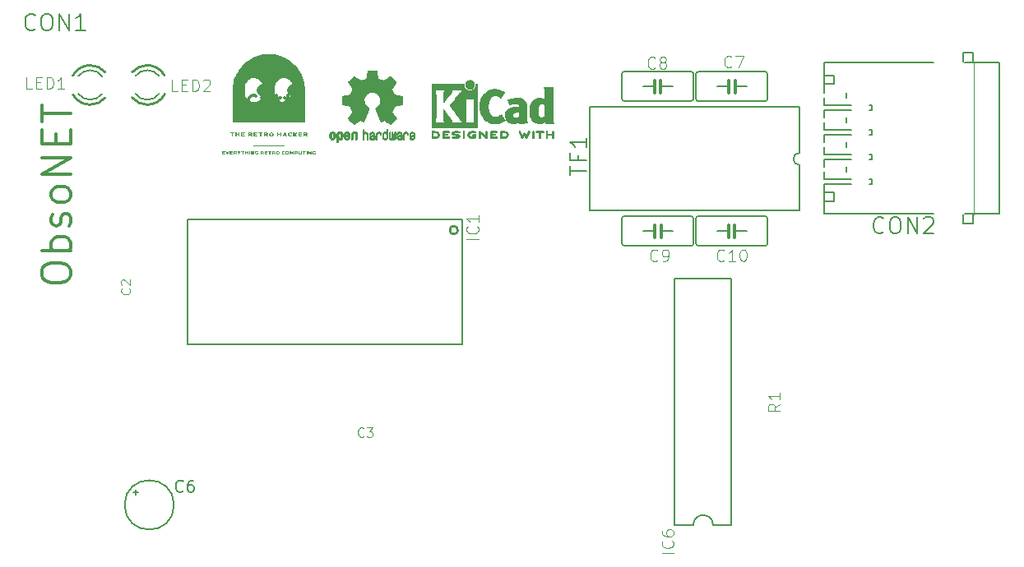
<source format=gbr>
%TF.GenerationSoftware,KiCad,Pcbnew,(6.0.5)*%
%TF.CreationDate,2022-11-15T14:41:10-03:00*%
%TF.ProjectId,obsonet_1,6f62736f-6e65-4745-9f31-2e6b69636164,rev?*%
%TF.SameCoordinates,Original*%
%TF.FileFunction,Legend,Top*%
%TF.FilePolarity,Positive*%
%FSLAX46Y46*%
G04 Gerber Fmt 4.6, Leading zero omitted, Abs format (unit mm)*
G04 Created by KiCad (PCBNEW (6.0.5)) date 2022-11-15 14:41:10*
%MOMM*%
%LPD*%
G01*
G04 APERTURE LIST*
%ADD10C,0.300000*%
%ADD11C,0.081280*%
%ADD12C,0.127000*%
%ADD13C,0.101600*%
%ADD14C,0.135128*%
%ADD15C,0.177800*%
%ADD16C,0.120650*%
%ADD17C,0.096520*%
%ADD18C,0.142240*%
%ADD19C,0.152400*%
%ADD20C,0.203200*%
%ADD21C,0.050800*%
%ADD22C,0.304800*%
%ADD23C,0.254000*%
%ADD24C,0.010000*%
G04 APERTURE END LIST*
D10*
X101989142Y-96677714D02*
X101989142Y-96106285D01*
X102132000Y-95820571D01*
X102417714Y-95534857D01*
X102989142Y-95392000D01*
X103989142Y-95392000D01*
X104560571Y-95534857D01*
X104846285Y-95820571D01*
X104989142Y-96106285D01*
X104989142Y-96677714D01*
X104846285Y-96963428D01*
X104560571Y-97249142D01*
X103989142Y-97392000D01*
X102989142Y-97392000D01*
X102417714Y-97249142D01*
X102132000Y-96963428D01*
X101989142Y-96677714D01*
X104989142Y-94106285D02*
X101989142Y-94106285D01*
X103132000Y-94106285D02*
X102989142Y-93820571D01*
X102989142Y-93249142D01*
X103132000Y-92963428D01*
X103274857Y-92820571D01*
X103560571Y-92677714D01*
X104417714Y-92677714D01*
X104703428Y-92820571D01*
X104846285Y-92963428D01*
X104989142Y-93249142D01*
X104989142Y-93820571D01*
X104846285Y-94106285D01*
X104846285Y-91534857D02*
X104989142Y-91249142D01*
X104989142Y-90677714D01*
X104846285Y-90392000D01*
X104560571Y-90249142D01*
X104417714Y-90249142D01*
X104132000Y-90392000D01*
X103989142Y-90677714D01*
X103989142Y-91106285D01*
X103846285Y-91392000D01*
X103560571Y-91534857D01*
X103417714Y-91534857D01*
X103132000Y-91392000D01*
X102989142Y-91106285D01*
X102989142Y-90677714D01*
X103132000Y-90392000D01*
X104989142Y-88534857D02*
X104846285Y-88820571D01*
X104703428Y-88963428D01*
X104417714Y-89106285D01*
X103560571Y-89106285D01*
X103274857Y-88963428D01*
X103132000Y-88820571D01*
X102989142Y-88534857D01*
X102989142Y-88106285D01*
X103132000Y-87820571D01*
X103274857Y-87677714D01*
X103560571Y-87534857D01*
X104417714Y-87534857D01*
X104703428Y-87677714D01*
X104846285Y-87820571D01*
X104989142Y-88106285D01*
X104989142Y-88534857D01*
X104989142Y-86249142D02*
X101989142Y-86249142D01*
X104989142Y-84534857D01*
X101989142Y-84534857D01*
X103417714Y-83106285D02*
X103417714Y-82106285D01*
X104989142Y-81677714D02*
X104989142Y-83106285D01*
X101989142Y-83106285D01*
X101989142Y-81677714D01*
X101989142Y-80820571D02*
X101989142Y-79106285D01*
X104989142Y-79963428D02*
X101989142Y-79963428D01*
D11*
%TO.C,C2*%
X111029114Y-98006317D02*
X111075076Y-98052279D01*
X111121038Y-98190165D01*
X111121038Y-98282089D01*
X111075076Y-98419974D01*
X110983152Y-98511898D01*
X110891228Y-98557860D01*
X110707380Y-98603822D01*
X110569495Y-98603822D01*
X110385647Y-98557860D01*
X110293723Y-98511898D01*
X110201800Y-98419974D01*
X110155838Y-98282089D01*
X110155838Y-98190165D01*
X110201800Y-98052279D01*
X110247761Y-98006317D01*
X110247761Y-97638622D02*
X110201800Y-97592660D01*
X110155838Y-97500736D01*
X110155838Y-97270927D01*
X110201800Y-97179003D01*
X110247761Y-97133041D01*
X110339685Y-97087079D01*
X110431609Y-97087079D01*
X110569495Y-97133041D01*
X111121038Y-97684584D01*
X111121038Y-97087079D01*
%TO.C,C3*%
X135134082Y-113202114D02*
X135088120Y-113248076D01*
X134950234Y-113294038D01*
X134858310Y-113294038D01*
X134720425Y-113248076D01*
X134628501Y-113156152D01*
X134582539Y-113064228D01*
X134536577Y-112880380D01*
X134536577Y-112742495D01*
X134582539Y-112558647D01*
X134628501Y-112466723D01*
X134720425Y-112374800D01*
X134858310Y-112328838D01*
X134950234Y-112328838D01*
X135088120Y-112374800D01*
X135134082Y-112420761D01*
X135455815Y-112328838D02*
X136053320Y-112328838D01*
X135731587Y-112696533D01*
X135869472Y-112696533D01*
X135961396Y-112742495D01*
X136007358Y-112788457D01*
X136053320Y-112880380D01*
X136053320Y-113110190D01*
X136007358Y-113202114D01*
X135961396Y-113248076D01*
X135869472Y-113294038D01*
X135593701Y-113294038D01*
X135501777Y-113248076D01*
X135455815Y-113202114D01*
D12*
%TO.C,C6*%
X116542240Y-118857642D02*
X116484788Y-118915095D01*
X116312430Y-118972547D01*
X116197526Y-118972547D01*
X116025169Y-118915095D01*
X115910264Y-118800190D01*
X115852811Y-118685285D01*
X115795359Y-118455476D01*
X115795359Y-118283119D01*
X115852811Y-118053309D01*
X115910264Y-117938404D01*
X116025169Y-117823500D01*
X116197526Y-117766047D01*
X116312430Y-117766047D01*
X116484788Y-117823500D01*
X116542240Y-117880952D01*
X117576383Y-117766047D02*
X117346573Y-117766047D01*
X117231669Y-117823500D01*
X117174216Y-117880952D01*
X117059311Y-118053309D01*
X117001859Y-118283119D01*
X117001859Y-118742738D01*
X117059311Y-118857642D01*
X117116764Y-118915095D01*
X117231669Y-118972547D01*
X117461478Y-118972547D01*
X117576383Y-118915095D01*
X117633835Y-118857642D01*
X117691288Y-118742738D01*
X117691288Y-118455476D01*
X117633835Y-118340571D01*
X117576383Y-118283119D01*
X117461478Y-118225666D01*
X117231669Y-118225666D01*
X117116764Y-118283119D01*
X117059311Y-118340571D01*
X117001859Y-118455476D01*
D13*
%TO.C,R1*%
X177992547Y-109897269D02*
X177418023Y-110299436D01*
X177992547Y-110586698D02*
X176786047Y-110586698D01*
X176786047Y-110127079D01*
X176843500Y-110012174D01*
X176900952Y-109954721D01*
X177015857Y-109897269D01*
X177188214Y-109897269D01*
X177303119Y-109954721D01*
X177360571Y-110012174D01*
X177418023Y-110127079D01*
X177418023Y-110586698D01*
X177992547Y-108748221D02*
X177992547Y-109437650D01*
X177992547Y-109092936D02*
X176786047Y-109092936D01*
X176958404Y-109207840D01*
X177073309Y-109322745D01*
X177130761Y-109437650D01*
D14*
%TO.C,CON2*%
X188639699Y-92192800D02*
X188559266Y-92273233D01*
X188317966Y-92353666D01*
X188157099Y-92353666D01*
X187915799Y-92273233D01*
X187754933Y-92112366D01*
X187674499Y-91951500D01*
X187594066Y-91629766D01*
X187594066Y-91388466D01*
X187674499Y-91066733D01*
X187754933Y-90905866D01*
X187915799Y-90745000D01*
X188157099Y-90664566D01*
X188317966Y-90664566D01*
X188559266Y-90745000D01*
X188639699Y-90825433D01*
X189685333Y-90664566D02*
X190007066Y-90664566D01*
X190167933Y-90745000D01*
X190328799Y-90905866D01*
X190409233Y-91227600D01*
X190409233Y-91790633D01*
X190328799Y-92112366D01*
X190167933Y-92273233D01*
X190007066Y-92353666D01*
X189685333Y-92353666D01*
X189524466Y-92273233D01*
X189363599Y-92112366D01*
X189283166Y-91790633D01*
X189283166Y-91227600D01*
X189363599Y-90905866D01*
X189524466Y-90745000D01*
X189685333Y-90664566D01*
X191133133Y-92353666D02*
X191133133Y-90664566D01*
X192098333Y-92353666D01*
X192098333Y-90664566D01*
X192822233Y-90825433D02*
X192902666Y-90745000D01*
X193063533Y-90664566D01*
X193465699Y-90664566D01*
X193626566Y-90745000D01*
X193706999Y-90825433D01*
X193787433Y-90986300D01*
X193787433Y-91147166D01*
X193706999Y-91388466D01*
X192741799Y-92353666D01*
X193787433Y-92353666D01*
D15*
%TO.C,TF1*%
X156383566Y-86340103D02*
X156383566Y-85374903D01*
X158072666Y-85857503D02*
X156383566Y-85857503D01*
X157187900Y-84248836D02*
X157187900Y-84811870D01*
X158072666Y-84811870D02*
X156383566Y-84811870D01*
X156383566Y-84007536D01*
X158072666Y-82479303D02*
X158072666Y-83444503D01*
X158072666Y-82961903D02*
X156383566Y-82961903D01*
X156624866Y-83122770D01*
X156785733Y-83283636D01*
X156866166Y-83444503D01*
D16*
%TO.C,C7*%
X173012912Y-75110442D02*
X172955460Y-75167895D01*
X172783103Y-75225347D01*
X172668198Y-75225347D01*
X172495841Y-75167895D01*
X172380936Y-75052990D01*
X172323484Y-74938085D01*
X172266032Y-74708276D01*
X172266032Y-74535919D01*
X172323484Y-74306109D01*
X172380936Y-74191204D01*
X172495841Y-74076300D01*
X172668198Y-74018847D01*
X172783103Y-74018847D01*
X172955460Y-74076300D01*
X173012912Y-74133752D01*
X173415079Y-74018847D02*
X174219412Y-74018847D01*
X173702341Y-75225347D01*
%TO.C,C8*%
X165139112Y-75247842D02*
X165081660Y-75305295D01*
X164909303Y-75362747D01*
X164794398Y-75362747D01*
X164622041Y-75305295D01*
X164507136Y-75190390D01*
X164449684Y-75075485D01*
X164392232Y-74845676D01*
X164392232Y-74673319D01*
X164449684Y-74443509D01*
X164507136Y-74328604D01*
X164622041Y-74213700D01*
X164794398Y-74156247D01*
X164909303Y-74156247D01*
X165081660Y-74213700D01*
X165139112Y-74271152D01*
X165828541Y-74673319D02*
X165713636Y-74615866D01*
X165656184Y-74558414D01*
X165598732Y-74443509D01*
X165598732Y-74386057D01*
X165656184Y-74271152D01*
X165713636Y-74213700D01*
X165828541Y-74156247D01*
X166058351Y-74156247D01*
X166173255Y-74213700D01*
X166230708Y-74271152D01*
X166288160Y-74386057D01*
X166288160Y-74443509D01*
X166230708Y-74558414D01*
X166173255Y-74615866D01*
X166058351Y-74673319D01*
X165828541Y-74673319D01*
X165713636Y-74730771D01*
X165656184Y-74788223D01*
X165598732Y-74903128D01*
X165598732Y-75132938D01*
X165656184Y-75247842D01*
X165713636Y-75305295D01*
X165828541Y-75362747D01*
X166058351Y-75362747D01*
X166173255Y-75305295D01*
X166230708Y-75247842D01*
X166288160Y-75132938D01*
X166288160Y-74903128D01*
X166230708Y-74788223D01*
X166173255Y-74730771D01*
X166058351Y-74673319D01*
%TO.C,C9*%
X165393112Y-95077642D02*
X165335660Y-95135095D01*
X165163303Y-95192547D01*
X165048398Y-95192547D01*
X164876041Y-95135095D01*
X164761136Y-95020190D01*
X164703684Y-94905285D01*
X164646232Y-94675476D01*
X164646232Y-94503119D01*
X164703684Y-94273309D01*
X164761136Y-94158404D01*
X164876041Y-94043500D01*
X165048398Y-93986047D01*
X165163303Y-93986047D01*
X165335660Y-94043500D01*
X165393112Y-94100952D01*
X165967636Y-95192547D02*
X166197446Y-95192547D01*
X166312351Y-95135095D01*
X166369803Y-95077642D01*
X166484708Y-94905285D01*
X166542160Y-94675476D01*
X166542160Y-94215857D01*
X166484708Y-94100952D01*
X166427255Y-94043500D01*
X166312351Y-93986047D01*
X166082541Y-93986047D01*
X165967636Y-94043500D01*
X165910184Y-94100952D01*
X165852732Y-94215857D01*
X165852732Y-94503119D01*
X165910184Y-94618023D01*
X165967636Y-94675476D01*
X166082541Y-94732928D01*
X166312351Y-94732928D01*
X166427255Y-94675476D01*
X166484708Y-94618023D01*
X166542160Y-94503119D01*
%TO.C,C10*%
X172251112Y-95077642D02*
X172193660Y-95135095D01*
X172021303Y-95192547D01*
X171906398Y-95192547D01*
X171734041Y-95135095D01*
X171619136Y-95020190D01*
X171561684Y-94905285D01*
X171504232Y-94675476D01*
X171504232Y-94503119D01*
X171561684Y-94273309D01*
X171619136Y-94158404D01*
X171734041Y-94043500D01*
X171906398Y-93986047D01*
X172021303Y-93986047D01*
X172193660Y-94043500D01*
X172251112Y-94100952D01*
X173400160Y-95192547D02*
X172710732Y-95192547D01*
X173055446Y-95192547D02*
X173055446Y-93986047D01*
X172940541Y-94158404D01*
X172825636Y-94273309D01*
X172710732Y-94330761D01*
X174147041Y-93986047D02*
X174261946Y-93986047D01*
X174376851Y-94043500D01*
X174434303Y-94100952D01*
X174491755Y-94215857D01*
X174549208Y-94445666D01*
X174549208Y-94732928D01*
X174491755Y-94962738D01*
X174434303Y-95077642D01*
X174376851Y-95135095D01*
X174261946Y-95192547D01*
X174147041Y-95192547D01*
X174032136Y-95135095D01*
X173974684Y-95077642D01*
X173917232Y-94962738D01*
X173859779Y-94732928D01*
X173859779Y-94445666D01*
X173917232Y-94215857D01*
X173974684Y-94100952D01*
X174032136Y-94043500D01*
X174147041Y-93986047D01*
D17*
%TO.C,IC6*%
X167026447Y-125254900D02*
X165819947Y-125254900D01*
X166911542Y-123990947D02*
X166968995Y-124048400D01*
X167026447Y-124220757D01*
X167026447Y-124335662D01*
X166968995Y-124508019D01*
X166854090Y-124622923D01*
X166739185Y-124680376D01*
X166509376Y-124737828D01*
X166337019Y-124737828D01*
X166107209Y-124680376D01*
X165992304Y-124622923D01*
X165877400Y-124508019D01*
X165819947Y-124335662D01*
X165819947Y-124220757D01*
X165877400Y-124048400D01*
X165934852Y-123990947D01*
X165819947Y-122956804D02*
X165819947Y-123186614D01*
X165877400Y-123301519D01*
X165934852Y-123358971D01*
X166107209Y-123473876D01*
X166337019Y-123531328D01*
X166796638Y-123531328D01*
X166911542Y-123473876D01*
X166968995Y-123416423D01*
X167026447Y-123301519D01*
X167026447Y-123071709D01*
X166968995Y-122956804D01*
X166911542Y-122899352D01*
X166796638Y-122841900D01*
X166509376Y-122841900D01*
X166394471Y-122899352D01*
X166337019Y-122956804D01*
X166279566Y-123071709D01*
X166279566Y-123301519D01*
X166337019Y-123416423D01*
X166394471Y-123473876D01*
X166509376Y-123531328D01*
D13*
%TO.C,IC1*%
X146945047Y-92878849D02*
X145738547Y-92878849D01*
X146830142Y-91614897D02*
X146887595Y-91672349D01*
X146945047Y-91844706D01*
X146945047Y-91959611D01*
X146887595Y-92131968D01*
X146772690Y-92246873D01*
X146657785Y-92304325D01*
X146427976Y-92361778D01*
X146255619Y-92361778D01*
X146025809Y-92304325D01*
X145910904Y-92246873D01*
X145796000Y-92131968D01*
X145738547Y-91959611D01*
X145738547Y-91844706D01*
X145796000Y-91672349D01*
X145853452Y-91614897D01*
X146945047Y-90465849D02*
X146945047Y-91155278D01*
X146945047Y-90810563D02*
X145738547Y-90810563D01*
X145910904Y-90925468D01*
X146025809Y-91040373D01*
X146083261Y-91155278D01*
D18*
%TO.C,CON1*%
X101330922Y-71214300D02*
X101250489Y-71294733D01*
X101009189Y-71375166D01*
X100848322Y-71375166D01*
X100607022Y-71294733D01*
X100446156Y-71133866D01*
X100365722Y-70973000D01*
X100285289Y-70651266D01*
X100285289Y-70409966D01*
X100365722Y-70088233D01*
X100446156Y-69927366D01*
X100607022Y-69766500D01*
X100848322Y-69686066D01*
X101009189Y-69686066D01*
X101250489Y-69766500D01*
X101330922Y-69846933D01*
X102376556Y-69686066D02*
X102698289Y-69686066D01*
X102859156Y-69766500D01*
X103020022Y-69927366D01*
X103100456Y-70249100D01*
X103100456Y-70812133D01*
X103020022Y-71133866D01*
X102859156Y-71294733D01*
X102698289Y-71375166D01*
X102376556Y-71375166D01*
X102215689Y-71294733D01*
X102054822Y-71133866D01*
X101974389Y-70812133D01*
X101974389Y-70249100D01*
X102054822Y-69927366D01*
X102215689Y-69766500D01*
X102376556Y-69686066D01*
X103824356Y-71375166D02*
X103824356Y-69686066D01*
X104789556Y-71375166D01*
X104789556Y-69686066D01*
X106478656Y-71375166D02*
X105513456Y-71375166D01*
X105996056Y-71375166D02*
X105996056Y-69686066D01*
X105835189Y-69927366D01*
X105674322Y-70088233D01*
X105513456Y-70168666D01*
D16*
%TO.C,LED1*%
X101016208Y-77412547D02*
X100441684Y-77412547D01*
X100441684Y-76206047D01*
X101418374Y-76780571D02*
X101820541Y-76780571D01*
X101992898Y-77412547D02*
X101418374Y-77412547D01*
X101418374Y-76206047D01*
X101992898Y-76206047D01*
X102509970Y-77412547D02*
X102509970Y-76206047D01*
X102797232Y-76206047D01*
X102969589Y-76263500D01*
X103084493Y-76378404D01*
X103141946Y-76493309D01*
X103199398Y-76723119D01*
X103199398Y-76895476D01*
X103141946Y-77125285D01*
X103084493Y-77240190D01*
X102969589Y-77355095D01*
X102797232Y-77412547D01*
X102509970Y-77412547D01*
X104348446Y-77412547D02*
X103659017Y-77412547D01*
X104003732Y-77412547D02*
X104003732Y-76206047D01*
X103888827Y-76378404D01*
X103773922Y-76493309D01*
X103659017Y-76550761D01*
%TO.C,LED2*%
X116002208Y-77666547D02*
X115427684Y-77666547D01*
X115427684Y-76460047D01*
X116404374Y-77034571D02*
X116806541Y-77034571D01*
X116978898Y-77666547D02*
X116404374Y-77666547D01*
X116404374Y-76460047D01*
X116978898Y-76460047D01*
X117495970Y-77666547D02*
X117495970Y-76460047D01*
X117783232Y-76460047D01*
X117955589Y-76517500D01*
X118070493Y-76632404D01*
X118127946Y-76747309D01*
X118185398Y-76977119D01*
X118185398Y-77149476D01*
X118127946Y-77379285D01*
X118070493Y-77494190D01*
X117955589Y-77609095D01*
X117783232Y-77666547D01*
X117495970Y-77666547D01*
X118645017Y-76574952D02*
X118702470Y-76517500D01*
X118817374Y-76460047D01*
X119104636Y-76460047D01*
X119219541Y-76517500D01*
X119276993Y-76574952D01*
X119334446Y-76689857D01*
X119334446Y-76804761D01*
X119276993Y-76977119D01*
X118587565Y-77666547D01*
X119334446Y-77666547D01*
D10*
%TO.C,G\u002A\u002A\u002A*%
X124067428Y-78198000D02*
X123922285Y-78125428D01*
X123704571Y-78125428D01*
X123486857Y-78198000D01*
X123341714Y-78343142D01*
X123269142Y-78488285D01*
X123196571Y-78778571D01*
X123196571Y-78996285D01*
X123269142Y-79286571D01*
X123341714Y-79431714D01*
X123486857Y-79576857D01*
X123704571Y-79649428D01*
X123849714Y-79649428D01*
X124067428Y-79576857D01*
X124140000Y-79504285D01*
X124140000Y-78996285D01*
X123849714Y-78996285D01*
X125010857Y-78125428D02*
X125010857Y-78488285D01*
X124648000Y-78343142D02*
X125010857Y-78488285D01*
X125373714Y-78343142D01*
X124793142Y-78778571D02*
X125010857Y-78488285D01*
X125228571Y-78778571D01*
X126172000Y-78125428D02*
X126172000Y-78488285D01*
X125809142Y-78343142D02*
X126172000Y-78488285D01*
X126534857Y-78343142D01*
X125954285Y-78778571D02*
X126172000Y-78488285D01*
X126389714Y-78778571D01*
X127333142Y-78125428D02*
X127333142Y-78488285D01*
X126970285Y-78343142D02*
X127333142Y-78488285D01*
X127696000Y-78343142D01*
X127115428Y-78778571D02*
X127333142Y-78488285D01*
X127550857Y-78778571D01*
D19*
%TO.C,C6*%
X111419000Y-119030000D02*
X111673000Y-119030000D01*
X111673000Y-119030000D02*
X111927000Y-119030000D01*
X111673000Y-119284000D02*
X111673000Y-119030000D01*
X111673000Y-119030000D02*
X111673000Y-118776000D01*
X115610000Y-120300000D02*
G75*
G03*
X115610000Y-120300000I-2540000J0D01*
G01*
D20*
%TO.C,CON2*%
X182507000Y-82881000D02*
X182507000Y-82119000D01*
X187460000Y-87199000D02*
X187206000Y-87199000D01*
X187460000Y-86691000D02*
X187460000Y-87199000D01*
X197871000Y-74631000D02*
X197871000Y-73701000D01*
X182507000Y-81611000D02*
X182507000Y-80849000D01*
X197871000Y-73701000D02*
X196813000Y-73701000D01*
X200551000Y-90321000D02*
X196985000Y-90321000D01*
X187460000Y-79579000D02*
X187206000Y-79579000D01*
X197871000Y-91299000D02*
X196813000Y-91299000D01*
X184793000Y-85421000D02*
X184793000Y-85929000D01*
X187460000Y-81611000D02*
X187460000Y-82119000D01*
X185301000Y-84659000D02*
X182507000Y-84659000D01*
X182507000Y-84151000D02*
X182507000Y-83389000D01*
X196813000Y-73701000D02*
X196813000Y-74630000D01*
X182507000Y-80341000D02*
X182507000Y-79579000D01*
X183523000Y-88088000D02*
X182507000Y-88088000D01*
X183523000Y-76023000D02*
X183523000Y-76912000D01*
X184793000Y-77801000D02*
X184793000Y-78309000D01*
X182507000Y-88977000D02*
X183523000Y-88977000D01*
D21*
X197975600Y-90374000D02*
X197975600Y-74626000D01*
D20*
X187460000Y-79071000D02*
X187460000Y-79579000D01*
X193810000Y-90321000D02*
X182497000Y-90321000D01*
X187460000Y-79071000D02*
X187206000Y-79071000D01*
X182497000Y-79071000D02*
X182497000Y-78309000D01*
X185301000Y-82119000D02*
X182507000Y-82119000D01*
X185301000Y-87199000D02*
X182507000Y-87199000D01*
X187460000Y-84151000D02*
X187206000Y-84151000D01*
X200551000Y-74679000D02*
X200551000Y-90321000D01*
X196813000Y-91299000D02*
X196813000Y-90345000D01*
X182497000Y-74679000D02*
X193810000Y-74679000D01*
X182497000Y-90321000D02*
X182497000Y-87199000D01*
X196985000Y-74679000D02*
X200551000Y-74679000D01*
X183523000Y-88977000D02*
X183523000Y-88088000D01*
X187460000Y-84659000D02*
X187206000Y-84659000D01*
X187460000Y-84151000D02*
X187460000Y-84659000D01*
X182497000Y-77801000D02*
X182497000Y-74679000D01*
X182507000Y-76023000D02*
X183523000Y-76023000D01*
X184793000Y-80341000D02*
X184793000Y-80849000D01*
X185301000Y-81611000D02*
X182497000Y-81611000D01*
X182507000Y-85421000D02*
X182507000Y-84659000D01*
X185301000Y-86691000D02*
X182497000Y-86691000D01*
X187460000Y-82119000D02*
X187206000Y-82119000D01*
X184793000Y-82881000D02*
X184793000Y-83389000D01*
X185301000Y-84151000D02*
X182497000Y-84151000D01*
X187460000Y-86691000D02*
X187206000Y-86691000D01*
X185301000Y-79579000D02*
X182507000Y-79579000D01*
X183523000Y-76912000D02*
X182507000Y-76912000D01*
X197871000Y-90344000D02*
X197871000Y-91299000D01*
X187460000Y-81611000D02*
X187206000Y-81611000D01*
X185301000Y-79071000D02*
X182497000Y-79071000D01*
X182497000Y-86691000D02*
X182497000Y-85929000D01*
D19*
%TO.C,TF1*%
X180012300Y-89983100D02*
X180012300Y-85284100D01*
X180012300Y-89983100D02*
X158422300Y-89983100D01*
X180012300Y-79315100D02*
X158422300Y-79315100D01*
X158422300Y-79315100D02*
X158422300Y-89983100D01*
X180012300Y-84014100D02*
X180012300Y-79315100D01*
X180012300Y-84014100D02*
G75*
G03*
X180012300Y-85284100I0J-635000D01*
G01*
%TO.C,C7*%
X172722500Y-77187800D02*
X171503300Y-77187800D01*
X176710300Y-78457800D02*
X176710300Y-75917800D01*
D22*
X173357500Y-76552800D02*
X173357500Y-77187800D01*
X172722500Y-77187800D02*
X172722500Y-77822800D01*
D19*
X169344300Y-75917800D02*
X169344300Y-78457800D01*
X169598300Y-78711800D02*
X176456300Y-78711800D01*
D22*
X172722500Y-76552800D02*
X172722500Y-77187800D01*
D19*
X173357500Y-77187800D02*
X174551300Y-77187800D01*
D22*
X173357500Y-77187800D02*
X173357500Y-77822800D01*
D19*
X176456300Y-75663800D02*
X169598300Y-75663800D01*
X169344300Y-78457800D02*
G75*
G03*
X169598300Y-78711800I254000J0D01*
G01*
X176456300Y-78711800D02*
G75*
G03*
X176710300Y-78457800I0J254000D01*
G01*
X169598300Y-75663800D02*
G75*
G03*
X169344300Y-75917800I0J-254000D01*
G01*
X176710300Y-75917800D02*
G75*
G03*
X176456300Y-75663800I-254000J0D01*
G01*
D22*
%TO.C,C8*%
X165077200Y-77805000D02*
X165077200Y-77170000D01*
D19*
X169090400Y-78440000D02*
X169090400Y-75900000D01*
D22*
X165077200Y-77170000D02*
X165077200Y-76535000D01*
X165712200Y-77170000D02*
X165712200Y-76535000D01*
D19*
X165077200Y-77170000D02*
X163883400Y-77170000D01*
D22*
X165712200Y-77805000D02*
X165712200Y-77170000D01*
D19*
X161724400Y-75900000D02*
X161724400Y-78440000D01*
X168836400Y-75646000D02*
X161978400Y-75646000D01*
X161978400Y-78694000D02*
X168836400Y-78694000D01*
X165712200Y-77170000D02*
X166931400Y-77170000D01*
X161724400Y-78440000D02*
G75*
G03*
X161978400Y-78694000I254000J0D01*
G01*
X161978400Y-75646000D02*
G75*
G03*
X161724400Y-75900000I0J-254000D01*
G01*
X169090400Y-75900000D02*
G75*
G03*
X168836400Y-75646000I-254000J0D01*
G01*
X168836400Y-78694000D02*
G75*
G03*
X169090400Y-78440000I0J254000D01*
G01*
%TO.C,C9*%
X165737600Y-92078600D02*
X166931400Y-92078600D01*
X168836400Y-90554600D02*
X161978400Y-90554600D01*
D22*
X165102600Y-92078600D02*
X165102600Y-92713600D01*
X165737600Y-91443600D02*
X165737600Y-92078600D01*
D19*
X161978400Y-93602600D02*
X168836400Y-93602600D01*
X169090400Y-93348600D02*
X169090400Y-90808600D01*
D22*
X165737600Y-92078600D02*
X165737600Y-92713600D01*
D19*
X161724400Y-90808600D02*
X161724400Y-93348600D01*
D22*
X165102600Y-91443600D02*
X165102600Y-92078600D01*
D19*
X165102600Y-92078600D02*
X163883400Y-92078600D01*
X161978400Y-90554600D02*
G75*
G03*
X161724400Y-90808600I0J-254000D01*
G01*
X168836400Y-93602600D02*
G75*
G03*
X169090400Y-93348600I0J254000D01*
G01*
X169090400Y-90808600D02*
G75*
G03*
X168836400Y-90554600I-254000J0D01*
G01*
X161724400Y-93348600D02*
G75*
G03*
X161978400Y-93602600I254000J0D01*
G01*
%TO.C,C10*%
X176456300Y-90554600D02*
X169598300Y-90554600D01*
D22*
X172697100Y-92713600D02*
X172697100Y-92078600D01*
D19*
X169344300Y-90808600D02*
X169344300Y-93348600D01*
D22*
X173332100Y-92078600D02*
X173332100Y-91443600D01*
D19*
X176710300Y-93348600D02*
X176710300Y-90808600D01*
X169598300Y-93602600D02*
X176456300Y-93602600D01*
X172697100Y-92078600D02*
X171503300Y-92078600D01*
D22*
X173332100Y-92713600D02*
X173332100Y-92078600D01*
D19*
X173332100Y-92078600D02*
X174551300Y-92078600D01*
D22*
X172697100Y-92078600D02*
X172697100Y-91443600D01*
D19*
X176710300Y-90808600D02*
G75*
G03*
X176456300Y-90554600I-254000J0D01*
G01*
X176456300Y-93602600D02*
G75*
G03*
X176710300Y-93348600I0J254000D01*
G01*
X169344300Y-93348600D02*
G75*
G03*
X169598300Y-93602600I254000J0D01*
G01*
X169598300Y-90554600D02*
G75*
G03*
X169344300Y-90808600I0J-254000D01*
G01*
%TO.C,IC6*%
X167169000Y-122370000D02*
X169074000Y-122370000D01*
X173011000Y-122370000D02*
X171106000Y-122370000D01*
X167169000Y-96970000D02*
X167169000Y-122370000D01*
X167169000Y-96970000D02*
X173011000Y-96970000D01*
X173011000Y-122370000D02*
X173011000Y-96970000D01*
X171106000Y-122370000D02*
G75*
G03*
X169074000Y-122370000I-1016000J0D01*
G01*
D20*
%TO.C,IC1*%
X145247400Y-103725600D02*
X116987400Y-103725600D01*
X145247400Y-90845600D02*
X145247400Y-103725600D01*
X116987400Y-103725600D02*
X116987400Y-90845600D01*
X116987400Y-90845600D02*
X145247400Y-90845600D01*
D23*
X144829700Y-91985600D02*
G75*
G03*
X144829700Y-91985600I-412300J0D01*
G01*
%TO.C,LED1*%
X106987500Y-74997200D02*
G75*
G03*
X105194600Y-76073000I60J-2032000D01*
G01*
D19*
X106987500Y-78553200D02*
G75*
G03*
X108190500Y-77964800I-8J1524000D01*
G01*
D23*
X108548500Y-75728300D02*
G75*
G03*
X106987500Y-74997200I-1560986J-1300897D01*
G01*
X105223200Y-78037400D02*
G75*
G03*
X106987500Y-79061200I1764241J1008196D01*
G01*
D19*
X108227600Y-76143399D02*
G75*
G03*
X106987500Y-75505200I-1240133J-885800D01*
G01*
X105784500Y-77964800D02*
G75*
G03*
X106987500Y-78553200I1203008J935600D01*
G01*
D23*
X106987500Y-79061200D02*
G75*
G03*
X108538700Y-78341800I36J2032003D01*
G01*
D19*
X106987500Y-75505200D02*
G75*
G03*
X105768300Y-76114800I-1J-1523998D01*
G01*
D23*
%TO.C,LED2*%
X111300100Y-78330000D02*
G75*
G03*
X112861100Y-79061100I1560986J1300897D01*
G01*
D19*
X112861100Y-78553100D02*
G75*
G03*
X114080300Y-77943500I1J1523998D01*
G01*
D23*
X114625400Y-76020900D02*
G75*
G03*
X112861100Y-74997100I-1764241J-1008196D01*
G01*
D19*
X111621000Y-77914901D02*
G75*
G03*
X112861100Y-78553100I1240133J885800D01*
G01*
D23*
X112861100Y-79061100D02*
G75*
G03*
X114654000Y-77985300I-60J2032000D01*
G01*
X112861100Y-74997100D02*
G75*
G03*
X111309900Y-75716500I-36J-2032003D01*
G01*
D19*
X112861100Y-75505100D02*
G75*
G03*
X111658100Y-76093500I8J-1524000D01*
G01*
X114064100Y-76093500D02*
G75*
G03*
X112861100Y-75505100I-1203008J-935600D01*
G01*
%TO.C,REF\u002A\u002A*%
G36*
X136053501Y-81856303D02*
G01*
X136130060Y-81884733D01*
X136130936Y-81885279D01*
X136178285Y-81920127D01*
X136213241Y-81960852D01*
X136237825Y-82013925D01*
X136254062Y-82085814D01*
X136263975Y-82182992D01*
X136269586Y-82311928D01*
X136270077Y-82330298D01*
X136277141Y-82607287D01*
X136217695Y-82638028D01*
X136174681Y-82658802D01*
X136148710Y-82668646D01*
X136147509Y-82668769D01*
X136143014Y-82650606D01*
X136139444Y-82601612D01*
X136137248Y-82530031D01*
X136136769Y-82472068D01*
X136136758Y-82378170D01*
X136132466Y-82319203D01*
X136117503Y-82291079D01*
X136085482Y-82289706D01*
X136030014Y-82310998D01*
X135946269Y-82350136D01*
X135884689Y-82382643D01*
X135853017Y-82410845D01*
X135843706Y-82441582D01*
X135843692Y-82443104D01*
X135859057Y-82496054D01*
X135904547Y-82524660D01*
X135974166Y-82528803D01*
X136024313Y-82528084D01*
X136050754Y-82542527D01*
X136067243Y-82577218D01*
X136076733Y-82621416D01*
X136063057Y-82646493D01*
X136057907Y-82650082D01*
X136009425Y-82664496D01*
X135941531Y-82666537D01*
X135871612Y-82656983D01*
X135822068Y-82639522D01*
X135753570Y-82581364D01*
X135714634Y-82500408D01*
X135706923Y-82437160D01*
X135712807Y-82380111D01*
X135734101Y-82333542D01*
X135776265Y-82292181D01*
X135844759Y-82250755D01*
X135945044Y-82203993D01*
X135951154Y-82201350D01*
X136041490Y-82159617D01*
X136097235Y-82125391D01*
X136121129Y-82094635D01*
X136115913Y-82063311D01*
X136084328Y-82027383D01*
X136074883Y-82019116D01*
X136011617Y-81987058D01*
X135946064Y-81988407D01*
X135888972Y-82019838D01*
X135851093Y-82078024D01*
X135847574Y-82089446D01*
X135813300Y-82144837D01*
X135769809Y-82171518D01*
X135706923Y-82197960D01*
X135706923Y-82129548D01*
X135726052Y-82030110D01*
X135782831Y-81938902D01*
X135812378Y-81908389D01*
X135879542Y-81869228D01*
X135964956Y-81851500D01*
X136053501Y-81856303D01*
G37*
D24*
X136053501Y-81856303D02*
X136130060Y-81884733D01*
X136130936Y-81885279D01*
X136178285Y-81920127D01*
X136213241Y-81960852D01*
X136237825Y-82013925D01*
X136254062Y-82085814D01*
X136263975Y-82182992D01*
X136269586Y-82311928D01*
X136270077Y-82330298D01*
X136277141Y-82607287D01*
X136217695Y-82638028D01*
X136174681Y-82658802D01*
X136148710Y-82668646D01*
X136147509Y-82668769D01*
X136143014Y-82650606D01*
X136139444Y-82601612D01*
X136137248Y-82530031D01*
X136136769Y-82472068D01*
X136136758Y-82378170D01*
X136132466Y-82319203D01*
X136117503Y-82291079D01*
X136085482Y-82289706D01*
X136030014Y-82310998D01*
X135946269Y-82350136D01*
X135884689Y-82382643D01*
X135853017Y-82410845D01*
X135843706Y-82441582D01*
X135843692Y-82443104D01*
X135859057Y-82496054D01*
X135904547Y-82524660D01*
X135974166Y-82528803D01*
X136024313Y-82528084D01*
X136050754Y-82542527D01*
X136067243Y-82577218D01*
X136076733Y-82621416D01*
X136063057Y-82646493D01*
X136057907Y-82650082D01*
X136009425Y-82664496D01*
X135941531Y-82666537D01*
X135871612Y-82656983D01*
X135822068Y-82639522D01*
X135753570Y-82581364D01*
X135714634Y-82500408D01*
X135706923Y-82437160D01*
X135712807Y-82380111D01*
X135734101Y-82333542D01*
X135776265Y-82292181D01*
X135844759Y-82250755D01*
X135945044Y-82203993D01*
X135951154Y-82201350D01*
X136041490Y-82159617D01*
X136097235Y-82125391D01*
X136121129Y-82094635D01*
X136115913Y-82063311D01*
X136084328Y-82027383D01*
X136074883Y-82019116D01*
X136011617Y-81987058D01*
X135946064Y-81988407D01*
X135888972Y-82019838D01*
X135851093Y-82078024D01*
X135847574Y-82089446D01*
X135813300Y-82144837D01*
X135769809Y-82171518D01*
X135706923Y-82197960D01*
X135706923Y-82129548D01*
X135726052Y-82030110D01*
X135782831Y-81938902D01*
X135812378Y-81908389D01*
X135879542Y-81869228D01*
X135964956Y-81851500D01*
X136053501Y-81856303D01*
G36*
X131607629Y-82067906D02*
G01*
X131614322Y-82019163D01*
X131625960Y-81983288D01*
X131643853Y-81951548D01*
X131647808Y-81945648D01*
X131714267Y-81866104D01*
X131786685Y-81819929D01*
X131874849Y-81801599D01*
X131904787Y-81800703D01*
X132016886Y-81817256D01*
X132108464Y-81865409D01*
X132176049Y-81942905D01*
X132200057Y-81992727D01*
X132218738Y-82067533D01*
X132228301Y-82162052D01*
X132229208Y-82265210D01*
X132221921Y-82365935D01*
X132206903Y-82453153D01*
X132184615Y-82515791D01*
X132177765Y-82526579D01*
X132096632Y-82607105D01*
X132000266Y-82655336D01*
X131895701Y-82669450D01*
X131789968Y-82647629D01*
X131760543Y-82634547D01*
X131703241Y-82594231D01*
X131652950Y-82540775D01*
X131648197Y-82533995D01*
X131628878Y-82501321D01*
X131616108Y-82466394D01*
X131608564Y-82420414D01*
X131604924Y-82354584D01*
X131603865Y-82260105D01*
X131603846Y-82238923D01*
X131603894Y-82232182D01*
X131799231Y-82232182D01*
X131800368Y-82321349D01*
X131804841Y-82380520D01*
X131814246Y-82418741D01*
X131830176Y-82445053D01*
X131838308Y-82453846D01*
X131885058Y-82487261D01*
X131930447Y-82485737D01*
X131976340Y-82456752D01*
X132003712Y-82425809D01*
X132019923Y-82380643D01*
X132029026Y-82309420D01*
X132029651Y-82301114D01*
X132031204Y-82172037D01*
X132014965Y-82076172D01*
X131981152Y-82014107D01*
X131929984Y-81986432D01*
X131911720Y-81984923D01*
X131863760Y-81992513D01*
X131830953Y-82018808D01*
X131810895Y-82069095D01*
X131801178Y-82148664D01*
X131799231Y-82232182D01*
X131603894Y-82232182D01*
X131604574Y-82138249D01*
X131607629Y-82067906D01*
G37*
X131607629Y-82067906D02*
X131614322Y-82019163D01*
X131625960Y-81983288D01*
X131643853Y-81951548D01*
X131647808Y-81945648D01*
X131714267Y-81866104D01*
X131786685Y-81819929D01*
X131874849Y-81801599D01*
X131904787Y-81800703D01*
X132016886Y-81817256D01*
X132108464Y-81865409D01*
X132176049Y-81942905D01*
X132200057Y-81992727D01*
X132218738Y-82067533D01*
X132228301Y-82162052D01*
X132229208Y-82265210D01*
X132221921Y-82365935D01*
X132206903Y-82453153D01*
X132184615Y-82515791D01*
X132177765Y-82526579D01*
X132096632Y-82607105D01*
X132000266Y-82655336D01*
X131895701Y-82669450D01*
X131789968Y-82647629D01*
X131760543Y-82634547D01*
X131703241Y-82594231D01*
X131652950Y-82540775D01*
X131648197Y-82533995D01*
X131628878Y-82501321D01*
X131616108Y-82466394D01*
X131608564Y-82420414D01*
X131604924Y-82354584D01*
X131603865Y-82260105D01*
X131603846Y-82238923D01*
X131603894Y-82232182D01*
X131799231Y-82232182D01*
X131800368Y-82321349D01*
X131804841Y-82380520D01*
X131814246Y-82418741D01*
X131830176Y-82445053D01*
X131838308Y-82453846D01*
X131885058Y-82487261D01*
X131930447Y-82485737D01*
X131976340Y-82456752D01*
X132003712Y-82425809D01*
X132019923Y-82380643D01*
X132029026Y-82309420D01*
X132029651Y-82301114D01*
X132031204Y-82172037D01*
X132014965Y-82076172D01*
X131981152Y-82014107D01*
X131929984Y-81986432D01*
X131911720Y-81984923D01*
X131863760Y-81992513D01*
X131830953Y-82018808D01*
X131810895Y-82069095D01*
X131801178Y-82148664D01*
X131799231Y-82232182D01*
X131603894Y-82232182D01*
X131604574Y-82138249D01*
X131607629Y-82067906D01*
G36*
X134271664Y-81825089D02*
G01*
X134334367Y-81861358D01*
X134377961Y-81897358D01*
X134409845Y-81935075D01*
X134431810Y-81981199D01*
X134445649Y-82042421D01*
X134453153Y-82125431D01*
X134456117Y-82236919D01*
X134456461Y-82317062D01*
X134456461Y-82612065D01*
X134290385Y-82686515D01*
X134280615Y-82363402D01*
X134276579Y-82242729D01*
X134272344Y-82155141D01*
X134267097Y-82094650D01*
X134260025Y-82055268D01*
X134250311Y-82031007D01*
X134237144Y-82015880D01*
X134232919Y-82012606D01*
X134168909Y-81987034D01*
X134104208Y-81997153D01*
X134065692Y-82024000D01*
X134050025Y-82043024D01*
X134039180Y-82067988D01*
X134032288Y-82105834D01*
X134028479Y-82163502D01*
X134026883Y-82247935D01*
X134026615Y-82335928D01*
X134026563Y-82446323D01*
X134024672Y-82524463D01*
X134018345Y-82577165D01*
X134004983Y-82611242D01*
X133981985Y-82633511D01*
X133946754Y-82650787D01*
X133899697Y-82668738D01*
X133848303Y-82688278D01*
X133854421Y-82341485D01*
X133856884Y-82216468D01*
X133859767Y-82124082D01*
X133863898Y-82057881D01*
X133870107Y-82011420D01*
X133879226Y-81978256D01*
X133892083Y-81951944D01*
X133907584Y-81928729D01*
X133982371Y-81854569D01*
X134073628Y-81811684D01*
X134172883Y-81801412D01*
X134271664Y-81825089D01*
G37*
X134271664Y-81825089D02*
X134334367Y-81861358D01*
X134377961Y-81897358D01*
X134409845Y-81935075D01*
X134431810Y-81981199D01*
X134445649Y-82042421D01*
X134453153Y-82125431D01*
X134456117Y-82236919D01*
X134456461Y-82317062D01*
X134456461Y-82612065D01*
X134290385Y-82686515D01*
X134280615Y-82363402D01*
X134276579Y-82242729D01*
X134272344Y-82155141D01*
X134267097Y-82094650D01*
X134260025Y-82055268D01*
X134250311Y-82031007D01*
X134237144Y-82015880D01*
X134232919Y-82012606D01*
X134168909Y-81987034D01*
X134104208Y-81997153D01*
X134065692Y-82024000D01*
X134050025Y-82043024D01*
X134039180Y-82067988D01*
X134032288Y-82105834D01*
X134028479Y-82163502D01*
X134026883Y-82247935D01*
X134026615Y-82335928D01*
X134026563Y-82446323D01*
X134024672Y-82524463D01*
X134018345Y-82577165D01*
X134004983Y-82611242D01*
X133981985Y-82633511D01*
X133946754Y-82650787D01*
X133899697Y-82668738D01*
X133848303Y-82688278D01*
X133854421Y-82341485D01*
X133856884Y-82216468D01*
X133859767Y-82124082D01*
X133863898Y-82057881D01*
X133870107Y-82011420D01*
X133879226Y-81978256D01*
X133892083Y-81951944D01*
X133907584Y-81928729D01*
X133982371Y-81854569D01*
X134073628Y-81811684D01*
X134172883Y-81801412D01*
X134271664Y-81825089D01*
G36*
X136139878Y-75517776D02*
G01*
X136245612Y-75518355D01*
X136322132Y-75519922D01*
X136374372Y-75522972D01*
X136407263Y-75527996D01*
X136425737Y-75535489D01*
X136434727Y-75545944D01*
X136439163Y-75559853D01*
X136439594Y-75561654D01*
X136446333Y-75594145D01*
X136458808Y-75658252D01*
X136475719Y-75747151D01*
X136495771Y-75854019D01*
X136517664Y-75972033D01*
X136518429Y-75976178D01*
X136540359Y-76091831D01*
X136560877Y-76194014D01*
X136578659Y-76276598D01*
X136592381Y-76333456D01*
X136600718Y-76358458D01*
X136601116Y-76358901D01*
X136625677Y-76371110D01*
X136676315Y-76391456D01*
X136742095Y-76415545D01*
X136742461Y-76415674D01*
X136825317Y-76446818D01*
X136923000Y-76486491D01*
X137015077Y-76526381D01*
X137019434Y-76528353D01*
X137169407Y-76596420D01*
X137501498Y-76369639D01*
X137603374Y-76300504D01*
X137695657Y-76238697D01*
X137773003Y-76187733D01*
X137830064Y-76151127D01*
X137861495Y-76132394D01*
X137864479Y-76131004D01*
X137887321Y-76137190D01*
X137929982Y-76167035D01*
X137994128Y-76221947D01*
X138081421Y-76303334D01*
X138170535Y-76389922D01*
X138256441Y-76475247D01*
X138333327Y-76553108D01*
X138396564Y-76618697D01*
X138441523Y-76667205D01*
X138463576Y-76693825D01*
X138464396Y-76695195D01*
X138466834Y-76713463D01*
X138457650Y-76743295D01*
X138434574Y-76788721D01*
X138395337Y-76853770D01*
X138337670Y-76942470D01*
X138260795Y-77056657D01*
X138192570Y-77157162D01*
X138131582Y-77247303D01*
X138081356Y-77321849D01*
X138045416Y-77375565D01*
X138027287Y-77403218D01*
X138026146Y-77405095D01*
X138028359Y-77431590D01*
X138045138Y-77483086D01*
X138073142Y-77549851D01*
X138083122Y-77571172D01*
X138126672Y-77666159D01*
X138173134Y-77773937D01*
X138210877Y-77867192D01*
X138238073Y-77936406D01*
X138259675Y-77989006D01*
X138272158Y-78016497D01*
X138273709Y-78018616D01*
X138296668Y-78022124D01*
X138350786Y-78031738D01*
X138428868Y-78046089D01*
X138523719Y-78063807D01*
X138628143Y-78083525D01*
X138734944Y-78103874D01*
X138836926Y-78123486D01*
X138926894Y-78140991D01*
X138997653Y-78155022D01*
X139042006Y-78164209D01*
X139052885Y-78166807D01*
X139064122Y-78173218D01*
X139072605Y-78187697D01*
X139078714Y-78215133D01*
X139082832Y-78260411D01*
X139085341Y-78328420D01*
X139086621Y-78424047D01*
X139087054Y-78552180D01*
X139087077Y-78604701D01*
X139087077Y-79031845D01*
X138984500Y-79052091D01*
X138927431Y-79063070D01*
X138842269Y-79079095D01*
X138739372Y-79098233D01*
X138629096Y-79118551D01*
X138598615Y-79124132D01*
X138496855Y-79143917D01*
X138408205Y-79163373D01*
X138340108Y-79180697D01*
X138300004Y-79194088D01*
X138293323Y-79198079D01*
X138276919Y-79226342D01*
X138253399Y-79281109D01*
X138227316Y-79351588D01*
X138222142Y-79366769D01*
X138187956Y-79460896D01*
X138145523Y-79567101D01*
X138103997Y-79662473D01*
X138103792Y-79662916D01*
X138034640Y-79812525D01*
X138489512Y-80481617D01*
X138197500Y-80774116D01*
X138109180Y-80861170D01*
X138028625Y-80937909D01*
X137960360Y-81000237D01*
X137908908Y-81044056D01*
X137878794Y-81065270D01*
X137874474Y-81066616D01*
X137849111Y-81056016D01*
X137797358Y-81026547D01*
X137724868Y-80981705D01*
X137637294Y-80924984D01*
X137542612Y-80861462D01*
X137446516Y-80796668D01*
X137360837Y-80740287D01*
X137291016Y-80695788D01*
X137242494Y-80666639D01*
X137220782Y-80656308D01*
X137194293Y-80665050D01*
X137144062Y-80688087D01*
X137080451Y-80720631D01*
X137073708Y-80724249D01*
X136988046Y-80767210D01*
X136929306Y-80788279D01*
X136892772Y-80788503D01*
X136873731Y-80768928D01*
X136873620Y-80768654D01*
X136864102Y-80745472D01*
X136841403Y-80690441D01*
X136807282Y-80607822D01*
X136763500Y-80501872D01*
X136711816Y-80376852D01*
X136653992Y-80237020D01*
X136597991Y-80101637D01*
X136536447Y-79952234D01*
X136479939Y-79813832D01*
X136430161Y-79690673D01*
X136388806Y-79587002D01*
X136357568Y-79507059D01*
X136338141Y-79455088D01*
X136332154Y-79435692D01*
X136347168Y-79413443D01*
X136386439Y-79377982D01*
X136438807Y-79338887D01*
X136587941Y-79215245D01*
X136704511Y-79073522D01*
X136787118Y-78916704D01*
X136834366Y-78747775D01*
X136844857Y-78569722D01*
X136837231Y-78487539D01*
X136795682Y-78317031D01*
X136724123Y-78166459D01*
X136626995Y-78037309D01*
X136508734Y-77931064D01*
X136373780Y-77849210D01*
X136226571Y-77793232D01*
X136071544Y-77764615D01*
X135913139Y-77764844D01*
X135755794Y-77795405D01*
X135603946Y-77857782D01*
X135462035Y-77953460D01*
X135402803Y-78007572D01*
X135289203Y-78146520D01*
X135210106Y-78298361D01*
X135164986Y-78458667D01*
X135153316Y-78623012D01*
X135174569Y-78786971D01*
X135228220Y-78946118D01*
X135313740Y-79096025D01*
X135430605Y-79232267D01*
X135561193Y-79338887D01*
X135615588Y-79379642D01*
X135654014Y-79414718D01*
X135667846Y-79435726D01*
X135660603Y-79458635D01*
X135640005Y-79513365D01*
X135607746Y-79595672D01*
X135565521Y-79701315D01*
X135515023Y-79826050D01*
X135457948Y-79965636D01*
X135401854Y-80101670D01*
X135339967Y-80251201D01*
X135282644Y-80389767D01*
X135231644Y-80513107D01*
X135188727Y-80616964D01*
X135155653Y-80697080D01*
X135134181Y-80749195D01*
X135126225Y-80768654D01*
X135107429Y-80788423D01*
X135071074Y-80788365D01*
X135012479Y-80767441D01*
X134926968Y-80724613D01*
X134926292Y-80724249D01*
X134861907Y-80691012D01*
X134809861Y-80666802D01*
X134780512Y-80656404D01*
X134779217Y-80656308D01*
X134757124Y-80666855D01*
X134708348Y-80696184D01*
X134638331Y-80740827D01*
X134552514Y-80797314D01*
X134457388Y-80861462D01*
X134360540Y-80926411D01*
X134273253Y-80982896D01*
X134201181Y-81027421D01*
X134149977Y-81056490D01*
X134125526Y-81066616D01*
X134103010Y-81053307D01*
X134057742Y-81016112D01*
X133994244Y-80959128D01*
X133917039Y-80886449D01*
X133830651Y-80802171D01*
X133802399Y-80774016D01*
X133510287Y-80481416D01*
X133732631Y-80155104D01*
X133800202Y-80054897D01*
X133859507Y-79964963D01*
X133907217Y-79890510D01*
X133940007Y-79836751D01*
X133954548Y-79808894D01*
X133954974Y-79806912D01*
X133947308Y-79780655D01*
X133926689Y-79727837D01*
X133896685Y-79657310D01*
X133875625Y-79610093D01*
X133836248Y-79519694D01*
X133799165Y-79428366D01*
X133770415Y-79351200D01*
X133762605Y-79327692D01*
X133740417Y-79264916D01*
X133718727Y-79216411D01*
X133706813Y-79198079D01*
X133680523Y-79186859D01*
X133623142Y-79170954D01*
X133542118Y-79152167D01*
X133444895Y-79132299D01*
X133401385Y-79124132D01*
X133290896Y-79103829D01*
X133184916Y-79084170D01*
X133093801Y-79067088D01*
X133027908Y-79054518D01*
X133015500Y-79052091D01*
X132912923Y-79031845D01*
X132912923Y-78604701D01*
X132913153Y-78464246D01*
X132914099Y-78357979D01*
X132916141Y-78281013D01*
X132919662Y-78228460D01*
X132925043Y-78195433D01*
X132932666Y-78177045D01*
X132942912Y-78168408D01*
X132947115Y-78166807D01*
X132972470Y-78161127D01*
X133028484Y-78149795D01*
X133107964Y-78134179D01*
X133203712Y-78115647D01*
X133308533Y-78095569D01*
X133415232Y-78075312D01*
X133516613Y-78056246D01*
X133605479Y-78039739D01*
X133674637Y-78027159D01*
X133716889Y-78019875D01*
X133726290Y-78018616D01*
X133734807Y-78001763D01*
X133753660Y-77956870D01*
X133779324Y-77892430D01*
X133789123Y-77867192D01*
X133828648Y-77769686D01*
X133875192Y-77661959D01*
X133916877Y-77571172D01*
X133947550Y-77501753D01*
X133967956Y-77444710D01*
X133974768Y-77409777D01*
X133973682Y-77405095D01*
X133959285Y-77382991D01*
X133926412Y-77333831D01*
X133878590Y-77262848D01*
X133819348Y-77175278D01*
X133752215Y-77076357D01*
X133738941Y-77056830D01*
X133661046Y-76941140D01*
X133603787Y-76853044D01*
X133564881Y-76788486D01*
X133542044Y-76743411D01*
X133532994Y-76713763D01*
X133535448Y-76695485D01*
X133535511Y-76695369D01*
X133554827Y-76671361D01*
X133597551Y-76624947D01*
X133659051Y-76560937D01*
X133734698Y-76484145D01*
X133819861Y-76399382D01*
X133829465Y-76389922D01*
X133936790Y-76285989D01*
X134019615Y-76209675D01*
X134079605Y-76159571D01*
X134118423Y-76134270D01*
X134135520Y-76131004D01*
X134160473Y-76145250D01*
X134212255Y-76178156D01*
X134285520Y-76226208D01*
X134374920Y-76285890D01*
X134475111Y-76353688D01*
X134498501Y-76369639D01*
X134830593Y-76596420D01*
X134980565Y-76528353D01*
X135071770Y-76488685D01*
X135169669Y-76448791D01*
X135253831Y-76416983D01*
X135257538Y-76415674D01*
X135323369Y-76391576D01*
X135374116Y-76371200D01*
X135398842Y-76358936D01*
X135398884Y-76358901D01*
X135406729Y-76336734D01*
X135420066Y-76282217D01*
X135437570Y-76201480D01*
X135457917Y-76100650D01*
X135479782Y-75985856D01*
X135481571Y-75976178D01*
X135503504Y-75857904D01*
X135523640Y-75750542D01*
X135540680Y-75660917D01*
X135553328Y-75595851D01*
X135560284Y-75562168D01*
X135560406Y-75561654D01*
X135564639Y-75547325D01*
X135572871Y-75536507D01*
X135590033Y-75528706D01*
X135621058Y-75523429D01*
X135670878Y-75520182D01*
X135744424Y-75518472D01*
X135846629Y-75517807D01*
X135982425Y-75517693D01*
X136000000Y-75517692D01*
X136139878Y-75517776D01*
G37*
X136139878Y-75517776D02*
X136245612Y-75518355D01*
X136322132Y-75519922D01*
X136374372Y-75522972D01*
X136407263Y-75527996D01*
X136425737Y-75535489D01*
X136434727Y-75545944D01*
X136439163Y-75559853D01*
X136439594Y-75561654D01*
X136446333Y-75594145D01*
X136458808Y-75658252D01*
X136475719Y-75747151D01*
X136495771Y-75854019D01*
X136517664Y-75972033D01*
X136518429Y-75976178D01*
X136540359Y-76091831D01*
X136560877Y-76194014D01*
X136578659Y-76276598D01*
X136592381Y-76333456D01*
X136600718Y-76358458D01*
X136601116Y-76358901D01*
X136625677Y-76371110D01*
X136676315Y-76391456D01*
X136742095Y-76415545D01*
X136742461Y-76415674D01*
X136825317Y-76446818D01*
X136923000Y-76486491D01*
X137015077Y-76526381D01*
X137019434Y-76528353D01*
X137169407Y-76596420D01*
X137501498Y-76369639D01*
X137603374Y-76300504D01*
X137695657Y-76238697D01*
X137773003Y-76187733D01*
X137830064Y-76151127D01*
X137861495Y-76132394D01*
X137864479Y-76131004D01*
X137887321Y-76137190D01*
X137929982Y-76167035D01*
X137994128Y-76221947D01*
X138081421Y-76303334D01*
X138170535Y-76389922D01*
X138256441Y-76475247D01*
X138333327Y-76553108D01*
X138396564Y-76618697D01*
X138441523Y-76667205D01*
X138463576Y-76693825D01*
X138464396Y-76695195D01*
X138466834Y-76713463D01*
X138457650Y-76743295D01*
X138434574Y-76788721D01*
X138395337Y-76853770D01*
X138337670Y-76942470D01*
X138260795Y-77056657D01*
X138192570Y-77157162D01*
X138131582Y-77247303D01*
X138081356Y-77321849D01*
X138045416Y-77375565D01*
X138027287Y-77403218D01*
X138026146Y-77405095D01*
X138028359Y-77431590D01*
X138045138Y-77483086D01*
X138073142Y-77549851D01*
X138083122Y-77571172D01*
X138126672Y-77666159D01*
X138173134Y-77773937D01*
X138210877Y-77867192D01*
X138238073Y-77936406D01*
X138259675Y-77989006D01*
X138272158Y-78016497D01*
X138273709Y-78018616D01*
X138296668Y-78022124D01*
X138350786Y-78031738D01*
X138428868Y-78046089D01*
X138523719Y-78063807D01*
X138628143Y-78083525D01*
X138734944Y-78103874D01*
X138836926Y-78123486D01*
X138926894Y-78140991D01*
X138997653Y-78155022D01*
X139042006Y-78164209D01*
X139052885Y-78166807D01*
X139064122Y-78173218D01*
X139072605Y-78187697D01*
X139078714Y-78215133D01*
X139082832Y-78260411D01*
X139085341Y-78328420D01*
X139086621Y-78424047D01*
X139087054Y-78552180D01*
X139087077Y-78604701D01*
X139087077Y-79031845D01*
X138984500Y-79052091D01*
X138927431Y-79063070D01*
X138842269Y-79079095D01*
X138739372Y-79098233D01*
X138629096Y-79118551D01*
X138598615Y-79124132D01*
X138496855Y-79143917D01*
X138408205Y-79163373D01*
X138340108Y-79180697D01*
X138300004Y-79194088D01*
X138293323Y-79198079D01*
X138276919Y-79226342D01*
X138253399Y-79281109D01*
X138227316Y-79351588D01*
X138222142Y-79366769D01*
X138187956Y-79460896D01*
X138145523Y-79567101D01*
X138103997Y-79662473D01*
X138103792Y-79662916D01*
X138034640Y-79812525D01*
X138489512Y-80481617D01*
X138197500Y-80774116D01*
X138109180Y-80861170D01*
X138028625Y-80937909D01*
X137960360Y-81000237D01*
X137908908Y-81044056D01*
X137878794Y-81065270D01*
X137874474Y-81066616D01*
X137849111Y-81056016D01*
X137797358Y-81026547D01*
X137724868Y-80981705D01*
X137637294Y-80924984D01*
X137542612Y-80861462D01*
X137446516Y-80796668D01*
X137360837Y-80740287D01*
X137291016Y-80695788D01*
X137242494Y-80666639D01*
X137220782Y-80656308D01*
X137194293Y-80665050D01*
X137144062Y-80688087D01*
X137080451Y-80720631D01*
X137073708Y-80724249D01*
X136988046Y-80767210D01*
X136929306Y-80788279D01*
X136892772Y-80788503D01*
X136873731Y-80768928D01*
X136873620Y-80768654D01*
X136864102Y-80745472D01*
X136841403Y-80690441D01*
X136807282Y-80607822D01*
X136763500Y-80501872D01*
X136711816Y-80376852D01*
X136653992Y-80237020D01*
X136597991Y-80101637D01*
X136536447Y-79952234D01*
X136479939Y-79813832D01*
X136430161Y-79690673D01*
X136388806Y-79587002D01*
X136357568Y-79507059D01*
X136338141Y-79455088D01*
X136332154Y-79435692D01*
X136347168Y-79413443D01*
X136386439Y-79377982D01*
X136438807Y-79338887D01*
X136587941Y-79215245D01*
X136704511Y-79073522D01*
X136787118Y-78916704D01*
X136834366Y-78747775D01*
X136844857Y-78569722D01*
X136837231Y-78487539D01*
X136795682Y-78317031D01*
X136724123Y-78166459D01*
X136626995Y-78037309D01*
X136508734Y-77931064D01*
X136373780Y-77849210D01*
X136226571Y-77793232D01*
X136071544Y-77764615D01*
X135913139Y-77764844D01*
X135755794Y-77795405D01*
X135603946Y-77857782D01*
X135462035Y-77953460D01*
X135402803Y-78007572D01*
X135289203Y-78146520D01*
X135210106Y-78298361D01*
X135164986Y-78458667D01*
X135153316Y-78623012D01*
X135174569Y-78786971D01*
X135228220Y-78946118D01*
X135313740Y-79096025D01*
X135430605Y-79232267D01*
X135561193Y-79338887D01*
X135615588Y-79379642D01*
X135654014Y-79414718D01*
X135667846Y-79435726D01*
X135660603Y-79458635D01*
X135640005Y-79513365D01*
X135607746Y-79595672D01*
X135565521Y-79701315D01*
X135515023Y-79826050D01*
X135457948Y-79965636D01*
X135401854Y-80101670D01*
X135339967Y-80251201D01*
X135282644Y-80389767D01*
X135231644Y-80513107D01*
X135188727Y-80616964D01*
X135155653Y-80697080D01*
X135134181Y-80749195D01*
X135126225Y-80768654D01*
X135107429Y-80788423D01*
X135071074Y-80788365D01*
X135012479Y-80767441D01*
X134926968Y-80724613D01*
X134926292Y-80724249D01*
X134861907Y-80691012D01*
X134809861Y-80666802D01*
X134780512Y-80656404D01*
X134779217Y-80656308D01*
X134757124Y-80666855D01*
X134708348Y-80696184D01*
X134638331Y-80740827D01*
X134552514Y-80797314D01*
X134457388Y-80861462D01*
X134360540Y-80926411D01*
X134273253Y-80982896D01*
X134201181Y-81027421D01*
X134149977Y-81056490D01*
X134125526Y-81066616D01*
X134103010Y-81053307D01*
X134057742Y-81016112D01*
X133994244Y-80959128D01*
X133917039Y-80886449D01*
X133830651Y-80802171D01*
X133802399Y-80774016D01*
X133510287Y-80481416D01*
X133732631Y-80155104D01*
X133800202Y-80054897D01*
X133859507Y-79964963D01*
X133907217Y-79890510D01*
X133940007Y-79836751D01*
X133954548Y-79808894D01*
X133954974Y-79806912D01*
X133947308Y-79780655D01*
X133926689Y-79727837D01*
X133896685Y-79657310D01*
X133875625Y-79610093D01*
X133836248Y-79519694D01*
X133799165Y-79428366D01*
X133770415Y-79351200D01*
X133762605Y-79327692D01*
X133740417Y-79264916D01*
X133718727Y-79216411D01*
X133706813Y-79198079D01*
X133680523Y-79186859D01*
X133623142Y-79170954D01*
X133542118Y-79152167D01*
X133444895Y-79132299D01*
X133401385Y-79124132D01*
X133290896Y-79103829D01*
X133184916Y-79084170D01*
X133093801Y-79067088D01*
X133027908Y-79054518D01*
X133015500Y-79052091D01*
X132912923Y-79031845D01*
X132912923Y-78604701D01*
X132913153Y-78464246D01*
X132914099Y-78357979D01*
X132916141Y-78281013D01*
X132919662Y-78228460D01*
X132925043Y-78195433D01*
X132932666Y-78177045D01*
X132942912Y-78168408D01*
X132947115Y-78166807D01*
X132972470Y-78161127D01*
X133028484Y-78149795D01*
X133107964Y-78134179D01*
X133203712Y-78115647D01*
X133308533Y-78095569D01*
X133415232Y-78075312D01*
X133516613Y-78056246D01*
X133605479Y-78039739D01*
X133674637Y-78027159D01*
X133716889Y-78019875D01*
X133726290Y-78018616D01*
X133734807Y-78001763D01*
X133753660Y-77956870D01*
X133779324Y-77892430D01*
X133789123Y-77867192D01*
X133828648Y-77769686D01*
X133875192Y-77661959D01*
X133916877Y-77571172D01*
X133947550Y-77501753D01*
X133967956Y-77444710D01*
X133974768Y-77409777D01*
X133973682Y-77405095D01*
X133959285Y-77382991D01*
X133926412Y-77333831D01*
X133878590Y-77262848D01*
X133819348Y-77175278D01*
X133752215Y-77076357D01*
X133738941Y-77056830D01*
X133661046Y-76941140D01*
X133603787Y-76853044D01*
X133564881Y-76788486D01*
X133542044Y-76743411D01*
X133532994Y-76713763D01*
X133535448Y-76695485D01*
X133535511Y-76695369D01*
X133554827Y-76671361D01*
X133597551Y-76624947D01*
X133659051Y-76560937D01*
X133734698Y-76484145D01*
X133819861Y-76399382D01*
X133829465Y-76389922D01*
X133936790Y-76285989D01*
X134019615Y-76209675D01*
X134079605Y-76159571D01*
X134118423Y-76134270D01*
X134135520Y-76131004D01*
X134160473Y-76145250D01*
X134212255Y-76178156D01*
X134285520Y-76226208D01*
X134374920Y-76285890D01*
X134475111Y-76353688D01*
X134498501Y-76369639D01*
X134830593Y-76596420D01*
X134980565Y-76528353D01*
X135071770Y-76488685D01*
X135169669Y-76448791D01*
X135253831Y-76416983D01*
X135257538Y-76415674D01*
X135323369Y-76391576D01*
X135374116Y-76371200D01*
X135398842Y-76358936D01*
X135398884Y-76358901D01*
X135406729Y-76336734D01*
X135420066Y-76282217D01*
X135437570Y-76201480D01*
X135457917Y-76100650D01*
X135479782Y-75985856D01*
X135481571Y-75976178D01*
X135503504Y-75857904D01*
X135523640Y-75750542D01*
X135540680Y-75660917D01*
X135553328Y-75595851D01*
X135560284Y-75562168D01*
X135560406Y-75561654D01*
X135564639Y-75547325D01*
X135572871Y-75536507D01*
X135590033Y-75528706D01*
X135621058Y-75523429D01*
X135670878Y-75520182D01*
X135744424Y-75518472D01*
X135846629Y-75517807D01*
X135982425Y-75517693D01*
X136000000Y-75517692D01*
X136139878Y-75517776D01*
G36*
X139861032Y-82050710D02*
G01*
X139879460Y-81985167D01*
X139909360Y-81936912D01*
X139953080Y-81898767D01*
X139972141Y-81886440D01*
X140058726Y-81854336D01*
X140153522Y-81852316D01*
X140245224Y-81877838D01*
X140322528Y-81928361D01*
X140359814Y-81973590D01*
X140389353Y-82055663D01*
X140391699Y-82120607D01*
X140386385Y-82207445D01*
X140186115Y-82295103D01*
X140088739Y-82339887D01*
X140025113Y-82375913D01*
X139992029Y-82407117D01*
X139986280Y-82437436D01*
X140004658Y-82470805D01*
X140024923Y-82492923D01*
X140083889Y-82528393D01*
X140148024Y-82530879D01*
X140206926Y-82503235D01*
X140250197Y-82448320D01*
X140257936Y-82428928D01*
X140295006Y-82368364D01*
X140337654Y-82342552D01*
X140396154Y-82320471D01*
X140396154Y-82404184D01*
X140390982Y-82461150D01*
X140370723Y-82509189D01*
X140328262Y-82564346D01*
X140321951Y-82571514D01*
X140274720Y-82620585D01*
X140234121Y-82646920D01*
X140183328Y-82659035D01*
X140141220Y-82663003D01*
X140065902Y-82663991D01*
X140012286Y-82651466D01*
X139978838Y-82632869D01*
X139926268Y-82591975D01*
X139889879Y-82547748D01*
X139866850Y-82492126D01*
X139854359Y-82417047D01*
X139849587Y-82314449D01*
X139849206Y-82262376D01*
X139850501Y-82199948D01*
X139968471Y-82199948D01*
X139969839Y-82233438D01*
X139973249Y-82238923D01*
X139995753Y-82231472D01*
X140044182Y-82211753D01*
X140108908Y-82183718D01*
X140122443Y-82177692D01*
X140204244Y-82136096D01*
X140249312Y-82099538D01*
X140259217Y-82065296D01*
X140235526Y-82030648D01*
X140215960Y-82015339D01*
X140145360Y-81984721D01*
X140079280Y-81989780D01*
X140023959Y-82027151D01*
X139985636Y-82093473D01*
X139973349Y-82146116D01*
X139968471Y-82199948D01*
X139850501Y-82199948D01*
X139851730Y-82140720D01*
X139861032Y-82050710D01*
G37*
X139861032Y-82050710D02*
X139879460Y-81985167D01*
X139909360Y-81936912D01*
X139953080Y-81898767D01*
X139972141Y-81886440D01*
X140058726Y-81854336D01*
X140153522Y-81852316D01*
X140245224Y-81877838D01*
X140322528Y-81928361D01*
X140359814Y-81973590D01*
X140389353Y-82055663D01*
X140391699Y-82120607D01*
X140386385Y-82207445D01*
X140186115Y-82295103D01*
X140088739Y-82339887D01*
X140025113Y-82375913D01*
X139992029Y-82407117D01*
X139986280Y-82437436D01*
X140004658Y-82470805D01*
X140024923Y-82492923D01*
X140083889Y-82528393D01*
X140148024Y-82530879D01*
X140206926Y-82503235D01*
X140250197Y-82448320D01*
X140257936Y-82428928D01*
X140295006Y-82368364D01*
X140337654Y-82342552D01*
X140396154Y-82320471D01*
X140396154Y-82404184D01*
X140390982Y-82461150D01*
X140370723Y-82509189D01*
X140328262Y-82564346D01*
X140321951Y-82571514D01*
X140274720Y-82620585D01*
X140234121Y-82646920D01*
X140183328Y-82659035D01*
X140141220Y-82663003D01*
X140065902Y-82663991D01*
X140012286Y-82651466D01*
X139978838Y-82632869D01*
X139926268Y-82591975D01*
X139889879Y-82547748D01*
X139866850Y-82492126D01*
X139854359Y-82417047D01*
X139849587Y-82314449D01*
X139849206Y-82262376D01*
X139850501Y-82199948D01*
X139968471Y-82199948D01*
X139969839Y-82233438D01*
X139973249Y-82238923D01*
X139995753Y-82231472D01*
X140044182Y-82211753D01*
X140108908Y-82183718D01*
X140122443Y-82177692D01*
X140204244Y-82136096D01*
X140249312Y-82099538D01*
X140259217Y-82065296D01*
X140235526Y-82030648D01*
X140215960Y-82015339D01*
X140145360Y-81984721D01*
X140079280Y-81989780D01*
X140023959Y-82027151D01*
X139985636Y-82093473D01*
X139973349Y-82146116D01*
X139968471Y-82199948D01*
X139850501Y-82199948D01*
X139851730Y-82140720D01*
X139861032Y-82050710D01*
G36*
X138887333Y-81863528D02*
G01*
X138943590Y-81889117D01*
X138987747Y-81920124D01*
X139020101Y-81954795D01*
X139042438Y-81999520D01*
X139056546Y-82060692D01*
X139064211Y-82144701D01*
X139067220Y-82257940D01*
X139067538Y-82332509D01*
X139067538Y-82623420D01*
X139017773Y-82646095D01*
X138978576Y-82662667D01*
X138959157Y-82668769D01*
X138955442Y-82650610D01*
X138952495Y-82601648D01*
X138950691Y-82530153D01*
X138950308Y-82473385D01*
X138948661Y-82391371D01*
X138944222Y-82326309D01*
X138937740Y-82286467D01*
X138932590Y-82278000D01*
X138897977Y-82286646D01*
X138843640Y-82308823D01*
X138780722Y-82338886D01*
X138720368Y-82371192D01*
X138673721Y-82400098D01*
X138651926Y-82419961D01*
X138651839Y-82420175D01*
X138653714Y-82456935D01*
X138670525Y-82492026D01*
X138700039Y-82520528D01*
X138743116Y-82530061D01*
X138779932Y-82528950D01*
X138832074Y-82528133D01*
X138859444Y-82540349D01*
X138875882Y-82572624D01*
X138877955Y-82578710D01*
X138885081Y-82624739D01*
X138866024Y-82652687D01*
X138816353Y-82666007D01*
X138762697Y-82668470D01*
X138666142Y-82650210D01*
X138616159Y-82624131D01*
X138554429Y-82562868D01*
X138521690Y-82487670D01*
X138518753Y-82408211D01*
X138546424Y-82334167D01*
X138588047Y-82287769D01*
X138629604Y-82261793D01*
X138694922Y-82228907D01*
X138771038Y-82195557D01*
X138783726Y-82190461D01*
X138867333Y-82153565D01*
X138915530Y-82121046D01*
X138931030Y-82088718D01*
X138916550Y-82052394D01*
X138891692Y-82024000D01*
X138832939Y-81989039D01*
X138768293Y-81986417D01*
X138709008Y-82013358D01*
X138666339Y-82067088D01*
X138660739Y-82080950D01*
X138628133Y-82131936D01*
X138580530Y-82169787D01*
X138520461Y-82200850D01*
X138520461Y-82112768D01*
X138523997Y-82058951D01*
X138539156Y-82016534D01*
X138572768Y-81971279D01*
X138605035Y-81936420D01*
X138655209Y-81887062D01*
X138694193Y-81860547D01*
X138736064Y-81849911D01*
X138783460Y-81848154D01*
X138887333Y-81863528D01*
G37*
X138887333Y-81863528D02*
X138943590Y-81889117D01*
X138987747Y-81920124D01*
X139020101Y-81954795D01*
X139042438Y-81999520D01*
X139056546Y-82060692D01*
X139064211Y-82144701D01*
X139067220Y-82257940D01*
X139067538Y-82332509D01*
X139067538Y-82623420D01*
X139017773Y-82646095D01*
X138978576Y-82662667D01*
X138959157Y-82668769D01*
X138955442Y-82650610D01*
X138952495Y-82601648D01*
X138950691Y-82530153D01*
X138950308Y-82473385D01*
X138948661Y-82391371D01*
X138944222Y-82326309D01*
X138937740Y-82286467D01*
X138932590Y-82278000D01*
X138897977Y-82286646D01*
X138843640Y-82308823D01*
X138780722Y-82338886D01*
X138720368Y-82371192D01*
X138673721Y-82400098D01*
X138651926Y-82419961D01*
X138651839Y-82420175D01*
X138653714Y-82456935D01*
X138670525Y-82492026D01*
X138700039Y-82520528D01*
X138743116Y-82530061D01*
X138779932Y-82528950D01*
X138832074Y-82528133D01*
X138859444Y-82540349D01*
X138875882Y-82572624D01*
X138877955Y-82578710D01*
X138885081Y-82624739D01*
X138866024Y-82652687D01*
X138816353Y-82666007D01*
X138762697Y-82668470D01*
X138666142Y-82650210D01*
X138616159Y-82624131D01*
X138554429Y-82562868D01*
X138521690Y-82487670D01*
X138518753Y-82408211D01*
X138546424Y-82334167D01*
X138588047Y-82287769D01*
X138629604Y-82261793D01*
X138694922Y-82228907D01*
X138771038Y-82195557D01*
X138783726Y-82190461D01*
X138867333Y-82153565D01*
X138915530Y-82121046D01*
X138931030Y-82088718D01*
X138916550Y-82052394D01*
X138891692Y-82024000D01*
X138832939Y-81989039D01*
X138768293Y-81986417D01*
X138709008Y-82013358D01*
X138666339Y-82067088D01*
X138660739Y-82080950D01*
X138628133Y-82131936D01*
X138580530Y-82169787D01*
X138520461Y-82200850D01*
X138520461Y-82112768D01*
X138523997Y-82058951D01*
X138539156Y-82016534D01*
X138572768Y-81971279D01*
X138605035Y-81936420D01*
X138655209Y-81887062D01*
X138694193Y-81860547D01*
X138736064Y-81849911D01*
X138783460Y-81848154D01*
X138887333Y-81863528D01*
G36*
X138395929Y-81866662D02*
G01*
X138398911Y-81918068D01*
X138401247Y-81996192D01*
X138402749Y-82094857D01*
X138403231Y-82198343D01*
X138403231Y-82548533D01*
X138341401Y-82610363D01*
X138298793Y-82648462D01*
X138261390Y-82663895D01*
X138210270Y-82662918D01*
X138189978Y-82660433D01*
X138126554Y-82653200D01*
X138074095Y-82649055D01*
X138061308Y-82648672D01*
X138018199Y-82651176D01*
X137956544Y-82657462D01*
X137932638Y-82660433D01*
X137873922Y-82665028D01*
X137834464Y-82655046D01*
X137795338Y-82624228D01*
X137781215Y-82610363D01*
X137719385Y-82548533D01*
X137719385Y-81893503D01*
X137769150Y-81870829D01*
X137812002Y-81854034D01*
X137837073Y-81848154D01*
X137843501Y-81866736D01*
X137849509Y-81918655D01*
X137854697Y-81998172D01*
X137858664Y-82099546D01*
X137860577Y-82185192D01*
X137865923Y-82522231D01*
X137912560Y-82528825D01*
X137954976Y-82524214D01*
X137975760Y-82509287D01*
X137981570Y-82481377D01*
X137986530Y-82421925D01*
X137990246Y-82338466D01*
X137992324Y-82238532D01*
X137992624Y-82187104D01*
X137992923Y-81891054D01*
X138054454Y-81869604D01*
X138098004Y-81855020D01*
X138121694Y-81848219D01*
X138122377Y-81848154D01*
X138124754Y-81866642D01*
X138127366Y-81917906D01*
X138129995Y-81995649D01*
X138132421Y-82093574D01*
X138134115Y-82185192D01*
X138139461Y-82522231D01*
X138256692Y-82522231D01*
X138262072Y-82214746D01*
X138267451Y-81907261D01*
X138324601Y-81877707D01*
X138366797Y-81857413D01*
X138391770Y-81848204D01*
X138392491Y-81848154D01*
X138395929Y-81866662D01*
G37*
X138395929Y-81866662D02*
X138398911Y-81918068D01*
X138401247Y-81996192D01*
X138402749Y-82094857D01*
X138403231Y-82198343D01*
X138403231Y-82548533D01*
X138341401Y-82610363D01*
X138298793Y-82648462D01*
X138261390Y-82663895D01*
X138210270Y-82662918D01*
X138189978Y-82660433D01*
X138126554Y-82653200D01*
X138074095Y-82649055D01*
X138061308Y-82648672D01*
X138018199Y-82651176D01*
X137956544Y-82657462D01*
X137932638Y-82660433D01*
X137873922Y-82665028D01*
X137834464Y-82655046D01*
X137795338Y-82624228D01*
X137781215Y-82610363D01*
X137719385Y-82548533D01*
X137719385Y-81893503D01*
X137769150Y-81870829D01*
X137812002Y-81854034D01*
X137837073Y-81848154D01*
X137843501Y-81866736D01*
X137849509Y-81918655D01*
X137854697Y-81998172D01*
X137858664Y-82099546D01*
X137860577Y-82185192D01*
X137865923Y-82522231D01*
X137912560Y-82528825D01*
X137954976Y-82524214D01*
X137975760Y-82509287D01*
X137981570Y-82481377D01*
X137986530Y-82421925D01*
X137990246Y-82338466D01*
X137992324Y-82238532D01*
X137992624Y-82187104D01*
X137992923Y-81891054D01*
X138054454Y-81869604D01*
X138098004Y-81855020D01*
X138121694Y-81848219D01*
X138122377Y-81848154D01*
X138124754Y-81866642D01*
X138127366Y-81917906D01*
X138129995Y-81995649D01*
X138132421Y-82093574D01*
X138134115Y-82185192D01*
X138139461Y-82522231D01*
X138256692Y-82522231D01*
X138262072Y-82214746D01*
X138267451Y-81907261D01*
X138324601Y-81877707D01*
X138366797Y-81857413D01*
X138391770Y-81848204D01*
X138392491Y-81848154D01*
X138395929Y-81866662D01*
G36*
X137056362Y-82043577D02*
G01*
X137086528Y-81974269D01*
X137133629Y-81920211D01*
X137170312Y-81892505D01*
X137236990Y-81862572D01*
X137314272Y-81848678D01*
X137386110Y-81852397D01*
X137426308Y-81867400D01*
X137442082Y-81871670D01*
X137452550Y-81855750D01*
X137459856Y-81813089D01*
X137465385Y-81748106D01*
X137471437Y-81675732D01*
X137479844Y-81632187D01*
X137495141Y-81607287D01*
X137521864Y-81590845D01*
X137538654Y-81583564D01*
X137602154Y-81556963D01*
X137602081Y-82010289D01*
X137601833Y-82156320D01*
X137600872Y-82268655D01*
X137598794Y-82352678D01*
X137595193Y-82413769D01*
X137589665Y-82457309D01*
X137581804Y-82488679D01*
X137571207Y-82513262D01*
X137563182Y-82527294D01*
X137496728Y-82603388D01*
X137412470Y-82651084D01*
X137319249Y-82668199D01*
X137225900Y-82652546D01*
X137170312Y-82624418D01*
X137111957Y-82575760D01*
X137072186Y-82516333D01*
X137048190Y-82438507D01*
X137037161Y-82334652D01*
X137035599Y-82258462D01*
X137035809Y-82252986D01*
X137172308Y-82252986D01*
X137173141Y-82340355D01*
X137176961Y-82398192D01*
X137185746Y-82436029D01*
X137201474Y-82463398D01*
X137220266Y-82484042D01*
X137283375Y-82523890D01*
X137351137Y-82527295D01*
X137415179Y-82494025D01*
X137420164Y-82489517D01*
X137441439Y-82466067D01*
X137454779Y-82438166D01*
X137462001Y-82396641D01*
X137464923Y-82332316D01*
X137465385Y-82261200D01*
X137464383Y-82171858D01*
X137460238Y-82112258D01*
X137451236Y-82073089D01*
X137435667Y-82045040D01*
X137422902Y-82030144D01*
X137363600Y-81992575D01*
X137295301Y-81988057D01*
X137230110Y-82016753D01*
X137217528Y-82027406D01*
X137196111Y-82051063D01*
X137182744Y-82079251D01*
X137175566Y-82121245D01*
X137172719Y-82186319D01*
X137172308Y-82252986D01*
X137035809Y-82252986D01*
X137040322Y-82135765D01*
X137056362Y-82043577D01*
G37*
X137056362Y-82043577D02*
X137086528Y-81974269D01*
X137133629Y-81920211D01*
X137170312Y-81892505D01*
X137236990Y-81862572D01*
X137314272Y-81848678D01*
X137386110Y-81852397D01*
X137426308Y-81867400D01*
X137442082Y-81871670D01*
X137452550Y-81855750D01*
X137459856Y-81813089D01*
X137465385Y-81748106D01*
X137471437Y-81675732D01*
X137479844Y-81632187D01*
X137495141Y-81607287D01*
X137521864Y-81590845D01*
X137538654Y-81583564D01*
X137602154Y-81556963D01*
X137602081Y-82010289D01*
X137601833Y-82156320D01*
X137600872Y-82268655D01*
X137598794Y-82352678D01*
X137595193Y-82413769D01*
X137589665Y-82457309D01*
X137581804Y-82488679D01*
X137571207Y-82513262D01*
X137563182Y-82527294D01*
X137496728Y-82603388D01*
X137412470Y-82651084D01*
X137319249Y-82668199D01*
X137225900Y-82652546D01*
X137170312Y-82624418D01*
X137111957Y-82575760D01*
X137072186Y-82516333D01*
X137048190Y-82438507D01*
X137037161Y-82334652D01*
X137035599Y-82258462D01*
X137035809Y-82252986D01*
X137172308Y-82252986D01*
X137173141Y-82340355D01*
X137176961Y-82398192D01*
X137185746Y-82436029D01*
X137201474Y-82463398D01*
X137220266Y-82484042D01*
X137283375Y-82523890D01*
X137351137Y-82527295D01*
X137415179Y-82494025D01*
X137420164Y-82489517D01*
X137441439Y-82466067D01*
X137454779Y-82438166D01*
X137462001Y-82396641D01*
X137464923Y-82332316D01*
X137465385Y-82261200D01*
X137464383Y-82171858D01*
X137460238Y-82112258D01*
X137451236Y-82073089D01*
X137435667Y-82045040D01*
X137422902Y-82030144D01*
X137363600Y-81992575D01*
X137295301Y-81988057D01*
X137230110Y-82016753D01*
X137217528Y-82027406D01*
X137196111Y-82051063D01*
X137182744Y-82079251D01*
X137175566Y-82121245D01*
X137172719Y-82186319D01*
X137172308Y-82252986D01*
X137035809Y-82252986D01*
X137040322Y-82135765D01*
X137056362Y-82043577D01*
G36*
X133134778Y-81971055D02*
G01*
X133180421Y-81905215D01*
X133262802Y-81838681D01*
X133353546Y-81805676D01*
X133446185Y-81803573D01*
X133534254Y-81829745D01*
X133611286Y-81881567D01*
X133670816Y-81956412D01*
X133706378Y-82051654D01*
X133713571Y-82121756D01*
X133712754Y-82151009D01*
X133705914Y-82173407D01*
X133687112Y-82193474D01*
X133650408Y-82215733D01*
X133589862Y-82244709D01*
X133499534Y-82284927D01*
X133499077Y-82285129D01*
X133415933Y-82323210D01*
X133347753Y-82357025D01*
X133301505Y-82382933D01*
X133284158Y-82397295D01*
X133284154Y-82397411D01*
X133299443Y-82428685D01*
X133335196Y-82463157D01*
X133376242Y-82487990D01*
X133397037Y-82492923D01*
X133453770Y-82475862D01*
X133502627Y-82433133D01*
X133526465Y-82386155D01*
X133549397Y-82351522D01*
X133594318Y-82312081D01*
X133647123Y-82278009D01*
X133693710Y-82259480D01*
X133703452Y-82258462D01*
X133714418Y-82275215D01*
X133715079Y-82318039D01*
X133707020Y-82375781D01*
X133691827Y-82437289D01*
X133671086Y-82491409D01*
X133670038Y-82493510D01*
X133607621Y-82580660D01*
X133526726Y-82639939D01*
X133434856Y-82669034D01*
X133339513Y-82665634D01*
X133248198Y-82627428D01*
X133244138Y-82624741D01*
X133172306Y-82559642D01*
X133125073Y-82474705D01*
X133098934Y-82363021D01*
X133095426Y-82331643D01*
X133089213Y-82183536D01*
X133096661Y-82114468D01*
X133284154Y-82114468D01*
X133286590Y-82157552D01*
X133299914Y-82170126D01*
X133333132Y-82160719D01*
X133385494Y-82138483D01*
X133444024Y-82110610D01*
X133445479Y-82109872D01*
X133495089Y-82083777D01*
X133515000Y-82066363D01*
X133510090Y-82048107D01*
X133489416Y-82024120D01*
X133436819Y-81989406D01*
X133380177Y-81986856D01*
X133329369Y-82012119D01*
X133294276Y-82060847D01*
X133284154Y-82114468D01*
X133096661Y-82114468D01*
X133101992Y-82065036D01*
X133134778Y-81971055D01*
G37*
X133134778Y-81971055D02*
X133180421Y-81905215D01*
X133262802Y-81838681D01*
X133353546Y-81805676D01*
X133446185Y-81803573D01*
X133534254Y-81829745D01*
X133611286Y-81881567D01*
X133670816Y-81956412D01*
X133706378Y-82051654D01*
X133713571Y-82121756D01*
X133712754Y-82151009D01*
X133705914Y-82173407D01*
X133687112Y-82193474D01*
X133650408Y-82215733D01*
X133589862Y-82244709D01*
X133499534Y-82284927D01*
X133499077Y-82285129D01*
X133415933Y-82323210D01*
X133347753Y-82357025D01*
X133301505Y-82382933D01*
X133284158Y-82397295D01*
X133284154Y-82397411D01*
X133299443Y-82428685D01*
X133335196Y-82463157D01*
X133376242Y-82487990D01*
X133397037Y-82492923D01*
X133453770Y-82475862D01*
X133502627Y-82433133D01*
X133526465Y-82386155D01*
X133549397Y-82351522D01*
X133594318Y-82312081D01*
X133647123Y-82278009D01*
X133693710Y-82259480D01*
X133703452Y-82258462D01*
X133714418Y-82275215D01*
X133715079Y-82318039D01*
X133707020Y-82375781D01*
X133691827Y-82437289D01*
X133671086Y-82491409D01*
X133670038Y-82493510D01*
X133607621Y-82580660D01*
X133526726Y-82639939D01*
X133434856Y-82669034D01*
X133339513Y-82665634D01*
X133248198Y-82627428D01*
X133244138Y-82624741D01*
X133172306Y-82559642D01*
X133125073Y-82474705D01*
X133098934Y-82363021D01*
X133095426Y-82331643D01*
X133089213Y-82183536D01*
X133096661Y-82114468D01*
X133284154Y-82114468D01*
X133286590Y-82157552D01*
X133299914Y-82170126D01*
X133333132Y-82160719D01*
X133385494Y-82138483D01*
X133444024Y-82110610D01*
X133445479Y-82109872D01*
X133495089Y-82083777D01*
X133515000Y-82066363D01*
X133510090Y-82048107D01*
X133489416Y-82024120D01*
X133436819Y-81989406D01*
X133380177Y-81986856D01*
X133329369Y-82012119D01*
X133294276Y-82060847D01*
X133284154Y-82114468D01*
X133096661Y-82114468D01*
X133101992Y-82065036D01*
X133134778Y-81971055D01*
G36*
X135159846Y-81722120D02*
G01*
X135165572Y-81801980D01*
X135172149Y-81849039D01*
X135181262Y-81869566D01*
X135194598Y-81869829D01*
X135198923Y-81867378D01*
X135256444Y-81849636D01*
X135331268Y-81850672D01*
X135407339Y-81868910D01*
X135454918Y-81892505D01*
X135503702Y-81930198D01*
X135539364Y-81972855D01*
X135563845Y-82027057D01*
X135579087Y-82099384D01*
X135587030Y-82196419D01*
X135589616Y-82324742D01*
X135589662Y-82349358D01*
X135589692Y-82625870D01*
X135528161Y-82647320D01*
X135484459Y-82661912D01*
X135460482Y-82668706D01*
X135459777Y-82668769D01*
X135457415Y-82650345D01*
X135455406Y-82599526D01*
X135453901Y-82522993D01*
X135453053Y-82427430D01*
X135452923Y-82369329D01*
X135452651Y-82254771D01*
X135451252Y-82172667D01*
X135447849Y-82116393D01*
X135441567Y-82079326D01*
X135431529Y-82054844D01*
X135416861Y-82036325D01*
X135407702Y-82027406D01*
X135344789Y-81991466D01*
X135276136Y-81988775D01*
X135213848Y-82019170D01*
X135202329Y-82030144D01*
X135185433Y-82050779D01*
X135173714Y-82075256D01*
X135166233Y-82110647D01*
X135162054Y-82164026D01*
X135160237Y-82242466D01*
X135159846Y-82350617D01*
X135159846Y-82625870D01*
X135098315Y-82647320D01*
X135054613Y-82661912D01*
X135030636Y-82668706D01*
X135029930Y-82668769D01*
X135028126Y-82650069D01*
X135026500Y-82597322D01*
X135025117Y-82515557D01*
X135024042Y-82409805D01*
X135023340Y-82285094D01*
X135023077Y-82146455D01*
X135023077Y-81611806D01*
X135150077Y-81558236D01*
X135159846Y-81722120D01*
G37*
X135159846Y-81722120D02*
X135165572Y-81801980D01*
X135172149Y-81849039D01*
X135181262Y-81869566D01*
X135194598Y-81869829D01*
X135198923Y-81867378D01*
X135256444Y-81849636D01*
X135331268Y-81850672D01*
X135407339Y-81868910D01*
X135454918Y-81892505D01*
X135503702Y-81930198D01*
X135539364Y-81972855D01*
X135563845Y-82027057D01*
X135579087Y-82099384D01*
X135587030Y-82196419D01*
X135589616Y-82324742D01*
X135589662Y-82349358D01*
X135589692Y-82625870D01*
X135528161Y-82647320D01*
X135484459Y-82661912D01*
X135460482Y-82668706D01*
X135459777Y-82668769D01*
X135457415Y-82650345D01*
X135455406Y-82599526D01*
X135453901Y-82522993D01*
X135453053Y-82427430D01*
X135452923Y-82369329D01*
X135452651Y-82254771D01*
X135451252Y-82172667D01*
X135447849Y-82116393D01*
X135441567Y-82079326D01*
X135431529Y-82054844D01*
X135416861Y-82036325D01*
X135407702Y-82027406D01*
X135344789Y-81991466D01*
X135276136Y-81988775D01*
X135213848Y-82019170D01*
X135202329Y-82030144D01*
X135185433Y-82050779D01*
X135173714Y-82075256D01*
X135166233Y-82110647D01*
X135162054Y-82164026D01*
X135160237Y-82242466D01*
X135159846Y-82350617D01*
X135159846Y-82625870D01*
X135098315Y-82647320D01*
X135054613Y-82661912D01*
X135030636Y-82668706D01*
X135029930Y-82668769D01*
X135028126Y-82650069D01*
X135026500Y-82597322D01*
X135025117Y-82515557D01*
X135024042Y-82409805D01*
X135023340Y-82285094D01*
X135023077Y-82146455D01*
X135023077Y-81611806D01*
X135150077Y-81558236D01*
X135159846Y-81722120D01*
G36*
X139570807Y-81866782D02*
G01*
X139594161Y-81876988D01*
X139649902Y-81921134D01*
X139697569Y-81984967D01*
X139727048Y-82053087D01*
X139731846Y-82086670D01*
X139715760Y-82133556D01*
X139680475Y-82158365D01*
X139642644Y-82173387D01*
X139625321Y-82176155D01*
X139616886Y-82156066D01*
X139600230Y-82112351D01*
X139592923Y-82092598D01*
X139551948Y-82024271D01*
X139492622Y-81990191D01*
X139416552Y-81991239D01*
X139410918Y-81992581D01*
X139370305Y-82011836D01*
X139340448Y-82049375D01*
X139320055Y-82109809D01*
X139307836Y-82197751D01*
X139302500Y-82317813D01*
X139302000Y-82381698D01*
X139301752Y-82482403D01*
X139300126Y-82551054D01*
X139295801Y-82594673D01*
X139287454Y-82620282D01*
X139273765Y-82634903D01*
X139253411Y-82645558D01*
X139252234Y-82646095D01*
X139213038Y-82662667D01*
X139193619Y-82668769D01*
X139190635Y-82650319D01*
X139188081Y-82599323D01*
X139186140Y-82522308D01*
X139184997Y-82425805D01*
X139184769Y-82355184D01*
X139185932Y-82218525D01*
X139190479Y-82114851D01*
X139199999Y-82038108D01*
X139216081Y-81982246D01*
X139240313Y-81941212D01*
X139274286Y-81908954D01*
X139307833Y-81886440D01*
X139388499Y-81856476D01*
X139482381Y-81849718D01*
X139570807Y-81866782D01*
G37*
X139570807Y-81866782D02*
X139594161Y-81876988D01*
X139649902Y-81921134D01*
X139697569Y-81984967D01*
X139727048Y-82053087D01*
X139731846Y-82086670D01*
X139715760Y-82133556D01*
X139680475Y-82158365D01*
X139642644Y-82173387D01*
X139625321Y-82176155D01*
X139616886Y-82156066D01*
X139600230Y-82112351D01*
X139592923Y-82092598D01*
X139551948Y-82024271D01*
X139492622Y-81990191D01*
X139416552Y-81991239D01*
X139410918Y-81992581D01*
X139370305Y-82011836D01*
X139340448Y-82049375D01*
X139320055Y-82109809D01*
X139307836Y-82197751D01*
X139302500Y-82317813D01*
X139302000Y-82381698D01*
X139301752Y-82482403D01*
X139300126Y-82551054D01*
X139295801Y-82594673D01*
X139287454Y-82620282D01*
X139273765Y-82634903D01*
X139253411Y-82645558D01*
X139252234Y-82646095D01*
X139213038Y-82662667D01*
X139193619Y-82668769D01*
X139190635Y-82650319D01*
X139188081Y-82599323D01*
X139186140Y-82522308D01*
X139184997Y-82425805D01*
X139184769Y-82355184D01*
X139185932Y-82218525D01*
X139190479Y-82114851D01*
X139199999Y-82038108D01*
X139216081Y-81982246D01*
X139240313Y-81941212D01*
X139274286Y-81908954D01*
X139307833Y-81886440D01*
X139388499Y-81856476D01*
X139482381Y-81849718D01*
X139570807Y-81866782D01*
G36*
X132356873Y-82124679D02*
G01*
X132360606Y-82060905D01*
X132365907Y-82015582D01*
X132373258Y-81983555D01*
X132383143Y-81959668D01*
X132396046Y-81938764D01*
X132401579Y-81930898D01*
X132474969Y-81856595D01*
X132567760Y-81814467D01*
X132675096Y-81802722D01*
X132768886Y-81814505D01*
X132843539Y-81851727D01*
X132909431Y-81920261D01*
X132927577Y-81945648D01*
X132947345Y-81978866D01*
X132960172Y-82014945D01*
X132967510Y-82063098D01*
X132970813Y-82132536D01*
X132971538Y-82224206D01*
X132968263Y-82349830D01*
X132956877Y-82444154D01*
X132935041Y-82514523D01*
X132900419Y-82568286D01*
X132850670Y-82612788D01*
X132847014Y-82615423D01*
X132797985Y-82642377D01*
X132738945Y-82655712D01*
X132663859Y-82659000D01*
X132541795Y-82659000D01*
X132541744Y-82777497D01*
X132540608Y-82843492D01*
X132533686Y-82882202D01*
X132515598Y-82905419D01*
X132480962Y-82924933D01*
X132472645Y-82928920D01*
X132433720Y-82947603D01*
X132403583Y-82959403D01*
X132381174Y-82960422D01*
X132365433Y-82946761D01*
X132355302Y-82914522D01*
X132349723Y-82859804D01*
X132347635Y-82778711D01*
X132347981Y-82667344D01*
X132349700Y-82521802D01*
X132350237Y-82478269D01*
X132352172Y-82328205D01*
X132353904Y-82230042D01*
X132541692Y-82230042D01*
X132542748Y-82313364D01*
X132547438Y-82367880D01*
X132558051Y-82403837D01*
X132576872Y-82431482D01*
X132589650Y-82444965D01*
X132641890Y-82484417D01*
X132688142Y-82487628D01*
X132735867Y-82455049D01*
X132737077Y-82453846D01*
X132756494Y-82428668D01*
X132768307Y-82394447D01*
X132774265Y-82341748D01*
X132776120Y-82261131D01*
X132776154Y-82243271D01*
X132771670Y-82132175D01*
X132757074Y-82055161D01*
X132730650Y-82008147D01*
X132690683Y-81987050D01*
X132667584Y-81984923D01*
X132612762Y-81994900D01*
X132575158Y-82027752D01*
X132552523Y-82087857D01*
X132542606Y-82179598D01*
X132541692Y-82230042D01*
X132353904Y-82230042D01*
X132354222Y-82212060D01*
X132356873Y-82124679D01*
G37*
X132356873Y-82124679D02*
X132360606Y-82060905D01*
X132365907Y-82015582D01*
X132373258Y-81983555D01*
X132383143Y-81959668D01*
X132396046Y-81938764D01*
X132401579Y-81930898D01*
X132474969Y-81856595D01*
X132567760Y-81814467D01*
X132675096Y-81802722D01*
X132768886Y-81814505D01*
X132843539Y-81851727D01*
X132909431Y-81920261D01*
X132927577Y-81945648D01*
X132947345Y-81978866D01*
X132960172Y-82014945D01*
X132967510Y-82063098D01*
X132970813Y-82132536D01*
X132971538Y-82224206D01*
X132968263Y-82349830D01*
X132956877Y-82444154D01*
X132935041Y-82514523D01*
X132900419Y-82568286D01*
X132850670Y-82612788D01*
X132847014Y-82615423D01*
X132797985Y-82642377D01*
X132738945Y-82655712D01*
X132663859Y-82659000D01*
X132541795Y-82659000D01*
X132541744Y-82777497D01*
X132540608Y-82843492D01*
X132533686Y-82882202D01*
X132515598Y-82905419D01*
X132480962Y-82924933D01*
X132472645Y-82928920D01*
X132433720Y-82947603D01*
X132403583Y-82959403D01*
X132381174Y-82960422D01*
X132365433Y-82946761D01*
X132355302Y-82914522D01*
X132349723Y-82859804D01*
X132347635Y-82778711D01*
X132347981Y-82667344D01*
X132349700Y-82521802D01*
X132350237Y-82478269D01*
X132352172Y-82328205D01*
X132353904Y-82230042D01*
X132541692Y-82230042D01*
X132542748Y-82313364D01*
X132547438Y-82367880D01*
X132558051Y-82403837D01*
X132576872Y-82431482D01*
X132589650Y-82444965D01*
X132641890Y-82484417D01*
X132688142Y-82487628D01*
X132735867Y-82455049D01*
X132737077Y-82453846D01*
X132756494Y-82428668D01*
X132768307Y-82394447D01*
X132774265Y-82341748D01*
X132776120Y-82261131D01*
X132776154Y-82243271D01*
X132771670Y-82132175D01*
X132757074Y-82055161D01*
X132730650Y-82008147D01*
X132690683Y-81987050D01*
X132667584Y-81984923D01*
X132612762Y-81994900D01*
X132575158Y-82027752D01*
X132552523Y-82087857D01*
X132542606Y-82179598D01*
X132541692Y-82230042D01*
X132353904Y-82230042D01*
X132354222Y-82212060D01*
X132356873Y-82124679D01*
G36*
X136713362Y-81854670D02*
G01*
X136802117Y-81887421D01*
X136874022Y-81945350D01*
X136902144Y-81986128D01*
X136932802Y-82060954D01*
X136932165Y-82115058D01*
X136899987Y-82151446D01*
X136888081Y-82157633D01*
X136836675Y-82176925D01*
X136810422Y-82171982D01*
X136801530Y-82139587D01*
X136801077Y-82121692D01*
X136784797Y-82055859D01*
X136742365Y-82009807D01*
X136683388Y-81987564D01*
X136617475Y-81993161D01*
X136563895Y-82022229D01*
X136545798Y-82038810D01*
X136532971Y-82058925D01*
X136524306Y-82089332D01*
X136518696Y-82136788D01*
X136515035Y-82208050D01*
X136512215Y-82309875D01*
X136511484Y-82342115D01*
X136508820Y-82452410D01*
X136505792Y-82530036D01*
X136501250Y-82581396D01*
X136494046Y-82612890D01*
X136483033Y-82630920D01*
X136467060Y-82641888D01*
X136456834Y-82646733D01*
X136413406Y-82663301D01*
X136387842Y-82668769D01*
X136379395Y-82650507D01*
X136374239Y-82595296D01*
X136372346Y-82502499D01*
X136373689Y-82371478D01*
X136374107Y-82351269D01*
X136377058Y-82231733D01*
X136380548Y-82144449D01*
X136385514Y-82082591D01*
X136392893Y-82039336D01*
X136403624Y-82007860D01*
X136418645Y-81981339D01*
X136426502Y-81969975D01*
X136471553Y-81919692D01*
X136521940Y-81880581D01*
X136528108Y-81877167D01*
X136618458Y-81850212D01*
X136713362Y-81854670D01*
G37*
X136713362Y-81854670D02*
X136802117Y-81887421D01*
X136874022Y-81945350D01*
X136902144Y-81986128D01*
X136932802Y-82060954D01*
X136932165Y-82115058D01*
X136899987Y-82151446D01*
X136888081Y-82157633D01*
X136836675Y-82176925D01*
X136810422Y-82171982D01*
X136801530Y-82139587D01*
X136801077Y-82121692D01*
X136784797Y-82055859D01*
X136742365Y-82009807D01*
X136683388Y-81987564D01*
X136617475Y-81993161D01*
X136563895Y-82022229D01*
X136545798Y-82038810D01*
X136532971Y-82058925D01*
X136524306Y-82089332D01*
X136518696Y-82136788D01*
X136515035Y-82208050D01*
X136512215Y-82309875D01*
X136511484Y-82342115D01*
X136508820Y-82452410D01*
X136505792Y-82530036D01*
X136501250Y-82581396D01*
X136494046Y-82612890D01*
X136483033Y-82630920D01*
X136467060Y-82641888D01*
X136456834Y-82646733D01*
X136413406Y-82663301D01*
X136387842Y-82668769D01*
X136379395Y-82650507D01*
X136374239Y-82595296D01*
X136372346Y-82502499D01*
X136373689Y-82371478D01*
X136374107Y-82351269D01*
X136377058Y-82231733D01*
X136380548Y-82144449D01*
X136385514Y-82082591D01*
X136392893Y-82039336D01*
X136403624Y-82007860D01*
X136418645Y-81981339D01*
X136426502Y-81969975D01*
X136471553Y-81919692D01*
X136521940Y-81880581D01*
X136528108Y-81877167D01*
X136618458Y-81850212D01*
X136713362Y-81854670D01*
G36*
X143677206Y-81769146D02*
G01*
X143746614Y-81769518D01*
X143799003Y-81770385D01*
X143837153Y-81771946D01*
X143863841Y-81774403D01*
X143881847Y-81777957D01*
X143893951Y-81782810D01*
X143902931Y-81789161D01*
X143906182Y-81792084D01*
X143925957Y-81823142D01*
X143929518Y-81858828D01*
X143916509Y-81890510D01*
X143910494Y-81896913D01*
X143900765Y-81903121D01*
X143885099Y-81907910D01*
X143860592Y-81911514D01*
X143824339Y-81914164D01*
X143773435Y-81916095D01*
X143704974Y-81917539D01*
X143642383Y-81918418D01*
X143394666Y-81921467D01*
X143391281Y-81986378D01*
X143387895Y-82051289D01*
X143556042Y-82051289D01*
X143629041Y-82051919D01*
X143682483Y-82054553D01*
X143719372Y-82060309D01*
X143742712Y-82070304D01*
X143755506Y-82085656D01*
X143760758Y-82107482D01*
X143761555Y-82127738D01*
X143759077Y-82152592D01*
X143749723Y-82170906D01*
X143730617Y-82183637D01*
X143698882Y-82191741D01*
X143651641Y-82196176D01*
X143586017Y-82197899D01*
X143550199Y-82198045D01*
X143389022Y-82198045D01*
X143389022Y-82356089D01*
X143637378Y-82356089D01*
X143718787Y-82356202D01*
X143780658Y-82356712D01*
X143826032Y-82357870D01*
X143857946Y-82359930D01*
X143879441Y-82363146D01*
X143893557Y-82367772D01*
X143903332Y-82374059D01*
X143908311Y-82378667D01*
X143925390Y-82405560D01*
X143930889Y-82429467D01*
X143923037Y-82458667D01*
X143908311Y-82480267D01*
X143900454Y-82487066D01*
X143890312Y-82492346D01*
X143875156Y-82496298D01*
X143852259Y-82499113D01*
X143818891Y-82500982D01*
X143772325Y-82502098D01*
X143709833Y-82502651D01*
X143628686Y-82502833D01*
X143586578Y-82502845D01*
X143496402Y-82502765D01*
X143426076Y-82502398D01*
X143372871Y-82501552D01*
X143334060Y-82500036D01*
X143306913Y-82497659D01*
X143288702Y-82494229D01*
X143276700Y-82489554D01*
X143268178Y-82483444D01*
X143264844Y-82480267D01*
X143258245Y-82472670D01*
X143253073Y-82462870D01*
X143249154Y-82448239D01*
X143246316Y-82426152D01*
X143244385Y-82393982D01*
X143243188Y-82349103D01*
X143242552Y-82288889D01*
X143242303Y-82210713D01*
X143242266Y-82137923D01*
X143242300Y-82044707D01*
X143242535Y-81971431D01*
X143243170Y-81915458D01*
X143244406Y-81874151D01*
X143246444Y-81844872D01*
X143249483Y-81824984D01*
X143253723Y-81811850D01*
X143259365Y-81802832D01*
X143266609Y-81795293D01*
X143268394Y-81793612D01*
X143277055Y-81786172D01*
X143287118Y-81780409D01*
X143301375Y-81776112D01*
X143322617Y-81773064D01*
X143353636Y-81771051D01*
X143397223Y-81769860D01*
X143456169Y-81769275D01*
X143533266Y-81769083D01*
X143587999Y-81769067D01*
X143677206Y-81769146D01*
G37*
X143677206Y-81769146D02*
X143746614Y-81769518D01*
X143799003Y-81770385D01*
X143837153Y-81771946D01*
X143863841Y-81774403D01*
X143881847Y-81777957D01*
X143893951Y-81782810D01*
X143902931Y-81789161D01*
X143906182Y-81792084D01*
X143925957Y-81823142D01*
X143929518Y-81858828D01*
X143916509Y-81890510D01*
X143910494Y-81896913D01*
X143900765Y-81903121D01*
X143885099Y-81907910D01*
X143860592Y-81911514D01*
X143824339Y-81914164D01*
X143773435Y-81916095D01*
X143704974Y-81917539D01*
X143642383Y-81918418D01*
X143394666Y-81921467D01*
X143391281Y-81986378D01*
X143387895Y-82051289D01*
X143556042Y-82051289D01*
X143629041Y-82051919D01*
X143682483Y-82054553D01*
X143719372Y-82060309D01*
X143742712Y-82070304D01*
X143755506Y-82085656D01*
X143760758Y-82107482D01*
X143761555Y-82127738D01*
X143759077Y-82152592D01*
X143749723Y-82170906D01*
X143730617Y-82183637D01*
X143698882Y-82191741D01*
X143651641Y-82196176D01*
X143586017Y-82197899D01*
X143550199Y-82198045D01*
X143389022Y-82198045D01*
X143389022Y-82356089D01*
X143637378Y-82356089D01*
X143718787Y-82356202D01*
X143780658Y-82356712D01*
X143826032Y-82357870D01*
X143857946Y-82359930D01*
X143879441Y-82363146D01*
X143893557Y-82367772D01*
X143903332Y-82374059D01*
X143908311Y-82378667D01*
X143925390Y-82405560D01*
X143930889Y-82429467D01*
X143923037Y-82458667D01*
X143908311Y-82480267D01*
X143900454Y-82487066D01*
X143890312Y-82492346D01*
X143875156Y-82496298D01*
X143852259Y-82499113D01*
X143818891Y-82500982D01*
X143772325Y-82502098D01*
X143709833Y-82502651D01*
X143628686Y-82502833D01*
X143586578Y-82502845D01*
X143496402Y-82502765D01*
X143426076Y-82502398D01*
X143372871Y-82501552D01*
X143334060Y-82500036D01*
X143306913Y-82497659D01*
X143288702Y-82494229D01*
X143276700Y-82489554D01*
X143268178Y-82483444D01*
X143264844Y-82480267D01*
X143258245Y-82472670D01*
X143253073Y-82462870D01*
X143249154Y-82448239D01*
X143246316Y-82426152D01*
X143244385Y-82393982D01*
X143243188Y-82349103D01*
X143242552Y-82288889D01*
X143242303Y-82210713D01*
X143242266Y-82137923D01*
X143242300Y-82044707D01*
X143242535Y-81971431D01*
X143243170Y-81915458D01*
X143244406Y-81874151D01*
X143246444Y-81844872D01*
X143249483Y-81824984D01*
X143253723Y-81811850D01*
X143259365Y-81802832D01*
X143266609Y-81795293D01*
X143268394Y-81793612D01*
X143277055Y-81786172D01*
X143287118Y-81780409D01*
X143301375Y-81776112D01*
X143322617Y-81773064D01*
X143353636Y-81771051D01*
X143397223Y-81769860D01*
X143456169Y-81769275D01*
X143533266Y-81769083D01*
X143587999Y-81769067D01*
X143677206Y-81769146D01*
G36*
X149203050Y-82274311D02*
G01*
X149202825Y-82195526D01*
X149202800Y-82133920D01*
X149202800Y-81824485D01*
X149230509Y-81796776D01*
X149242806Y-81785544D01*
X149256103Y-81777853D01*
X149274672Y-81773040D01*
X149302786Y-81770446D01*
X149344717Y-81769410D01*
X149404737Y-81769270D01*
X149408309Y-81769275D01*
X149537288Y-81773636D01*
X149646991Y-81786861D01*
X149739226Y-81809741D01*
X149815802Y-81843070D01*
X149878527Y-81887638D01*
X149929212Y-81944236D01*
X149969663Y-82013658D01*
X149970459Y-82015351D01*
X149994601Y-82077483D01*
X150003203Y-82132509D01*
X149996231Y-82187887D01*
X149973654Y-82251073D01*
X149969372Y-82260689D01*
X149940172Y-82316966D01*
X149907356Y-82360451D01*
X149865002Y-82397417D01*
X149807190Y-82434135D01*
X149803831Y-82436052D01*
X149753504Y-82460227D01*
X149696621Y-82478282D01*
X149629527Y-82490839D01*
X149548565Y-82498522D01*
X149450082Y-82501953D01*
X149415286Y-82502251D01*
X149249594Y-82502845D01*
X149226197Y-82473100D01*
X149219257Y-82463319D01*
X149213842Y-82451897D01*
X149209765Y-82436095D01*
X149206837Y-82413175D01*
X149204867Y-82380396D01*
X149204225Y-82356089D01*
X149360844Y-82356089D01*
X149454726Y-82356089D01*
X149509664Y-82354483D01*
X149566060Y-82350255D01*
X149612345Y-82344292D01*
X149615139Y-82343790D01*
X149697348Y-82321736D01*
X149761114Y-82288600D01*
X149808452Y-82242847D01*
X149841382Y-82182939D01*
X149847108Y-82167061D01*
X149852721Y-82142333D01*
X149850291Y-82117902D01*
X149838467Y-82085400D01*
X149831340Y-82069434D01*
X149808000Y-82027006D01*
X149779880Y-81997240D01*
X149748940Y-81976511D01*
X149686966Y-81949537D01*
X149607651Y-81929998D01*
X149515253Y-81918746D01*
X149448333Y-81916270D01*
X149360844Y-81915822D01*
X149360844Y-82356089D01*
X149204225Y-82356089D01*
X149203668Y-82335021D01*
X149203050Y-82274311D01*
G37*
X149203050Y-82274311D02*
X149202825Y-82195526D01*
X149202800Y-82133920D01*
X149202800Y-81824485D01*
X149230509Y-81796776D01*
X149242806Y-81785544D01*
X149256103Y-81777853D01*
X149274672Y-81773040D01*
X149302786Y-81770446D01*
X149344717Y-81769410D01*
X149404737Y-81769270D01*
X149408309Y-81769275D01*
X149537288Y-81773636D01*
X149646991Y-81786861D01*
X149739226Y-81809741D01*
X149815802Y-81843070D01*
X149878527Y-81887638D01*
X149929212Y-81944236D01*
X149969663Y-82013658D01*
X149970459Y-82015351D01*
X149994601Y-82077483D01*
X150003203Y-82132509D01*
X149996231Y-82187887D01*
X149973654Y-82251073D01*
X149969372Y-82260689D01*
X149940172Y-82316966D01*
X149907356Y-82360451D01*
X149865002Y-82397417D01*
X149807190Y-82434135D01*
X149803831Y-82436052D01*
X149753504Y-82460227D01*
X149696621Y-82478282D01*
X149629527Y-82490839D01*
X149548565Y-82498522D01*
X149450082Y-82501953D01*
X149415286Y-82502251D01*
X149249594Y-82502845D01*
X149226197Y-82473100D01*
X149219257Y-82463319D01*
X149213842Y-82451897D01*
X149209765Y-82436095D01*
X149206837Y-82413175D01*
X149204867Y-82380396D01*
X149204225Y-82356089D01*
X149360844Y-82356089D01*
X149454726Y-82356089D01*
X149509664Y-82354483D01*
X149566060Y-82350255D01*
X149612345Y-82344292D01*
X149615139Y-82343790D01*
X149697348Y-82321736D01*
X149761114Y-82288600D01*
X149808452Y-82242847D01*
X149841382Y-82182939D01*
X149847108Y-82167061D01*
X149852721Y-82142333D01*
X149850291Y-82117902D01*
X149838467Y-82085400D01*
X149831340Y-82069434D01*
X149808000Y-82027006D01*
X149779880Y-81997240D01*
X149748940Y-81976511D01*
X149686966Y-81949537D01*
X149607651Y-81929998D01*
X149515253Y-81918746D01*
X149448333Y-81916270D01*
X149360844Y-81915822D01*
X149360844Y-82356089D01*
X149204225Y-82356089D01*
X149203668Y-82335021D01*
X149203050Y-82274311D01*
G36*
X144698297Y-81770351D02*
G01*
X144773112Y-81775581D01*
X144842694Y-81783750D01*
X144902998Y-81794550D01*
X144949980Y-81807673D01*
X144979594Y-81822813D01*
X144984140Y-81827269D01*
X144999946Y-81861850D01*
X144995153Y-81897351D01*
X144970636Y-81927725D01*
X144969466Y-81928596D01*
X144955046Y-81937954D01*
X144939992Y-81942876D01*
X144918995Y-81943473D01*
X144886743Y-81939861D01*
X144837927Y-81932154D01*
X144834000Y-81931505D01*
X144761261Y-81922569D01*
X144682783Y-81918161D01*
X144604073Y-81918119D01*
X144530639Y-81922279D01*
X144467989Y-81930479D01*
X144421630Y-81942557D01*
X144418584Y-81943771D01*
X144384952Y-81962615D01*
X144373136Y-81981685D01*
X144382386Y-82000439D01*
X144411953Y-82018337D01*
X144461089Y-82034837D01*
X144529043Y-82049396D01*
X144574355Y-82056406D01*
X144668544Y-82069889D01*
X144743456Y-82082214D01*
X144802283Y-82094449D01*
X144848215Y-82107661D01*
X144884445Y-82122917D01*
X144914162Y-82141285D01*
X144940558Y-82163831D01*
X144961770Y-82185971D01*
X144986935Y-82216819D01*
X144999319Y-82243345D01*
X145003192Y-82276026D01*
X145003333Y-82287995D01*
X145000424Y-82327712D01*
X144988798Y-82357259D01*
X144968677Y-82383486D01*
X144927784Y-82423576D01*
X144882183Y-82454149D01*
X144828487Y-82476203D01*
X144763308Y-82490735D01*
X144683256Y-82498741D01*
X144584943Y-82501218D01*
X144568711Y-82501177D01*
X144503151Y-82499818D01*
X144438134Y-82496730D01*
X144380748Y-82492356D01*
X144338078Y-82487140D01*
X144334628Y-82486541D01*
X144292204Y-82476491D01*
X144256220Y-82463796D01*
X144235850Y-82452190D01*
X144216893Y-82421572D01*
X144215573Y-82385918D01*
X144231915Y-82354144D01*
X144235571Y-82350551D01*
X144250685Y-82339876D01*
X144269585Y-82335276D01*
X144298838Y-82336059D01*
X144334349Y-82340127D01*
X144374030Y-82343762D01*
X144429655Y-82346828D01*
X144494594Y-82349053D01*
X144562215Y-82350164D01*
X144580000Y-82350237D01*
X144647872Y-82349964D01*
X144697546Y-82348646D01*
X144733390Y-82345827D01*
X144759776Y-82341050D01*
X144781074Y-82333857D01*
X144793874Y-82327867D01*
X144822000Y-82311233D01*
X144839932Y-82296168D01*
X144842553Y-82291897D01*
X144837024Y-82274263D01*
X144810740Y-82257192D01*
X144765522Y-82241458D01*
X144703192Y-82227838D01*
X144684829Y-82224804D01*
X144588910Y-82209738D01*
X144512359Y-82197146D01*
X144452220Y-82186111D01*
X144405540Y-82175720D01*
X144369363Y-82165056D01*
X144340735Y-82153205D01*
X144316702Y-82139251D01*
X144294308Y-82122281D01*
X144270598Y-82101378D01*
X144262620Y-82094049D01*
X144234647Y-82066699D01*
X144219840Y-82045029D01*
X144214048Y-82020232D01*
X144213111Y-81988983D01*
X144223425Y-81927705D01*
X144254248Y-81875640D01*
X144305405Y-81832958D01*
X144376717Y-81799825D01*
X144427600Y-81784964D01*
X144482900Y-81775366D01*
X144549147Y-81769936D01*
X144622294Y-81768367D01*
X144698297Y-81770351D01*
G37*
X144698297Y-81770351D02*
X144773112Y-81775581D01*
X144842694Y-81783750D01*
X144902998Y-81794550D01*
X144949980Y-81807673D01*
X144979594Y-81822813D01*
X144984140Y-81827269D01*
X144999946Y-81861850D01*
X144995153Y-81897351D01*
X144970636Y-81927725D01*
X144969466Y-81928596D01*
X144955046Y-81937954D01*
X144939992Y-81942876D01*
X144918995Y-81943473D01*
X144886743Y-81939861D01*
X144837927Y-81932154D01*
X144834000Y-81931505D01*
X144761261Y-81922569D01*
X144682783Y-81918161D01*
X144604073Y-81918119D01*
X144530639Y-81922279D01*
X144467989Y-81930479D01*
X144421630Y-81942557D01*
X144418584Y-81943771D01*
X144384952Y-81962615D01*
X144373136Y-81981685D01*
X144382386Y-82000439D01*
X144411953Y-82018337D01*
X144461089Y-82034837D01*
X144529043Y-82049396D01*
X144574355Y-82056406D01*
X144668544Y-82069889D01*
X144743456Y-82082214D01*
X144802283Y-82094449D01*
X144848215Y-82107661D01*
X144884445Y-82122917D01*
X144914162Y-82141285D01*
X144940558Y-82163831D01*
X144961770Y-82185971D01*
X144986935Y-82216819D01*
X144999319Y-82243345D01*
X145003192Y-82276026D01*
X145003333Y-82287995D01*
X145000424Y-82327712D01*
X144988798Y-82357259D01*
X144968677Y-82383486D01*
X144927784Y-82423576D01*
X144882183Y-82454149D01*
X144828487Y-82476203D01*
X144763308Y-82490735D01*
X144683256Y-82498741D01*
X144584943Y-82501218D01*
X144568711Y-82501177D01*
X144503151Y-82499818D01*
X144438134Y-82496730D01*
X144380748Y-82492356D01*
X144338078Y-82487140D01*
X144334628Y-82486541D01*
X144292204Y-82476491D01*
X144256220Y-82463796D01*
X144235850Y-82452190D01*
X144216893Y-82421572D01*
X144215573Y-82385918D01*
X144231915Y-82354144D01*
X144235571Y-82350551D01*
X144250685Y-82339876D01*
X144269585Y-82335276D01*
X144298838Y-82336059D01*
X144334349Y-82340127D01*
X144374030Y-82343762D01*
X144429655Y-82346828D01*
X144494594Y-82349053D01*
X144562215Y-82350164D01*
X144580000Y-82350237D01*
X144647872Y-82349964D01*
X144697546Y-82348646D01*
X144733390Y-82345827D01*
X144759776Y-82341050D01*
X144781074Y-82333857D01*
X144793874Y-82327867D01*
X144822000Y-82311233D01*
X144839932Y-82296168D01*
X144842553Y-82291897D01*
X144837024Y-82274263D01*
X144810740Y-82257192D01*
X144765522Y-82241458D01*
X144703192Y-82227838D01*
X144684829Y-82224804D01*
X144588910Y-82209738D01*
X144512359Y-82197146D01*
X144452220Y-82186111D01*
X144405540Y-82175720D01*
X144369363Y-82165056D01*
X144340735Y-82153205D01*
X144316702Y-82139251D01*
X144294308Y-82122281D01*
X144270598Y-82101378D01*
X144262620Y-82094049D01*
X144234647Y-82066699D01*
X144219840Y-82045029D01*
X144214048Y-82020232D01*
X144213111Y-81988983D01*
X144223425Y-81927705D01*
X144254248Y-81875640D01*
X144305405Y-81832958D01*
X144376717Y-81799825D01*
X144427600Y-81784964D01*
X144482900Y-81775366D01*
X144549147Y-81769936D01*
X144622294Y-81768367D01*
X144698297Y-81770351D01*
G36*
X147089886Y-81773448D02*
G01*
X147113452Y-81787273D01*
X147144265Y-81809881D01*
X147183922Y-81842338D01*
X147234020Y-81885708D01*
X147296157Y-81941058D01*
X147371928Y-82009451D01*
X147458666Y-82088084D01*
X147639289Y-82251878D01*
X147644933Y-82032029D01*
X147646971Y-81956351D01*
X147648937Y-81899994D01*
X147651266Y-81859706D01*
X147654394Y-81832235D01*
X147658755Y-81814329D01*
X147664784Y-81802737D01*
X147672916Y-81794208D01*
X147677228Y-81790623D01*
X147711759Y-81771670D01*
X147744617Y-81774441D01*
X147770682Y-81790633D01*
X147797333Y-81812199D01*
X147800648Y-82127151D01*
X147801565Y-82219779D01*
X147802032Y-82292544D01*
X147801887Y-82348161D01*
X147800968Y-82389342D01*
X147799113Y-82418803D01*
X147796161Y-82439255D01*
X147791950Y-82453413D01*
X147786318Y-82463991D01*
X147780073Y-82472474D01*
X147766561Y-82488207D01*
X147753117Y-82498636D01*
X147737876Y-82502639D01*
X147718974Y-82499094D01*
X147694545Y-82486879D01*
X147662727Y-82464871D01*
X147621652Y-82431949D01*
X147569458Y-82386991D01*
X147504278Y-82328875D01*
X147430444Y-82262099D01*
X147165155Y-82021458D01*
X147159511Y-82240589D01*
X147157469Y-82316128D01*
X147155498Y-82372354D01*
X147153161Y-82412524D01*
X147150019Y-82439896D01*
X147145636Y-82457728D01*
X147139576Y-82469279D01*
X147131400Y-82477807D01*
X147127216Y-82481282D01*
X147090235Y-82500372D01*
X147055292Y-82497493D01*
X147024864Y-82473100D01*
X147017903Y-82463286D01*
X147012477Y-82451826D01*
X147008397Y-82435968D01*
X147005471Y-82412963D01*
X147003508Y-82380062D01*
X147002317Y-82334516D01*
X147001708Y-82273573D01*
X147001489Y-82194486D01*
X147001466Y-82135956D01*
X147001540Y-82044407D01*
X147001887Y-81972687D01*
X147002699Y-81918045D01*
X147004167Y-81877732D01*
X147006481Y-81848998D01*
X147009833Y-81829093D01*
X147014412Y-81815268D01*
X147020411Y-81804772D01*
X147024864Y-81798811D01*
X147036150Y-81784691D01*
X147046699Y-81774029D01*
X147058107Y-81767892D01*
X147071970Y-81767343D01*
X147089886Y-81773448D01*
G37*
X147089886Y-81773448D02*
X147113452Y-81787273D01*
X147144265Y-81809881D01*
X147183922Y-81842338D01*
X147234020Y-81885708D01*
X147296157Y-81941058D01*
X147371928Y-82009451D01*
X147458666Y-82088084D01*
X147639289Y-82251878D01*
X147644933Y-82032029D01*
X147646971Y-81956351D01*
X147648937Y-81899994D01*
X147651266Y-81859706D01*
X147654394Y-81832235D01*
X147658755Y-81814329D01*
X147664784Y-81802737D01*
X147672916Y-81794208D01*
X147677228Y-81790623D01*
X147711759Y-81771670D01*
X147744617Y-81774441D01*
X147770682Y-81790633D01*
X147797333Y-81812199D01*
X147800648Y-82127151D01*
X147801565Y-82219779D01*
X147802032Y-82292544D01*
X147801887Y-82348161D01*
X147800968Y-82389342D01*
X147799113Y-82418803D01*
X147796161Y-82439255D01*
X147791950Y-82453413D01*
X147786318Y-82463991D01*
X147780073Y-82472474D01*
X147766561Y-82488207D01*
X147753117Y-82498636D01*
X147737876Y-82502639D01*
X147718974Y-82499094D01*
X147694545Y-82486879D01*
X147662727Y-82464871D01*
X147621652Y-82431949D01*
X147569458Y-82386991D01*
X147504278Y-82328875D01*
X147430444Y-82262099D01*
X147165155Y-82021458D01*
X147159511Y-82240589D01*
X147157469Y-82316128D01*
X147155498Y-82372354D01*
X147153161Y-82412524D01*
X147150019Y-82439896D01*
X147145636Y-82457728D01*
X147139576Y-82469279D01*
X147131400Y-82477807D01*
X147127216Y-82481282D01*
X147090235Y-82500372D01*
X147055292Y-82497493D01*
X147024864Y-82473100D01*
X147017903Y-82463286D01*
X147012477Y-82451826D01*
X147008397Y-82435968D01*
X147005471Y-82412963D01*
X147003508Y-82380062D01*
X147002317Y-82334516D01*
X147001708Y-82273573D01*
X147001489Y-82194486D01*
X147001466Y-82135956D01*
X147001540Y-82044407D01*
X147001887Y-81972687D01*
X147002699Y-81918045D01*
X147004167Y-81877732D01*
X147006481Y-81848998D01*
X147009833Y-81829093D01*
X147014412Y-81815268D01*
X147020411Y-81804772D01*
X147024864Y-81798811D01*
X147036150Y-81784691D01*
X147046699Y-81774029D01*
X147058107Y-81767892D01*
X147071970Y-81767343D01*
X147089886Y-81773448D01*
G36*
X153353065Y-81769163D02*
G01*
X153431772Y-81769542D01*
X153492863Y-81770333D01*
X153538817Y-81771670D01*
X153572114Y-81773683D01*
X153595236Y-81776506D01*
X153610662Y-81780269D01*
X153620871Y-81785105D01*
X153625813Y-81788822D01*
X153651457Y-81821358D01*
X153654559Y-81855138D01*
X153638711Y-81885826D01*
X153628348Y-81898089D01*
X153617196Y-81906450D01*
X153601035Y-81911657D01*
X153575642Y-81914457D01*
X153536798Y-81915596D01*
X153480280Y-81915821D01*
X153469180Y-81915822D01*
X153323244Y-81915822D01*
X153323244Y-82186756D01*
X153323148Y-82272154D01*
X153322711Y-82337864D01*
X153321712Y-82386774D01*
X153319928Y-82421773D01*
X153317137Y-82445749D01*
X153313117Y-82461593D01*
X153307645Y-82472191D01*
X153300666Y-82480267D01*
X153267734Y-82500112D01*
X153233354Y-82498548D01*
X153202176Y-82475906D01*
X153199886Y-82473100D01*
X153192429Y-82462492D01*
X153186747Y-82450081D01*
X153182601Y-82432850D01*
X153179750Y-82407784D01*
X153177954Y-82371867D01*
X153176972Y-82322083D01*
X153176564Y-82255417D01*
X153176489Y-82179589D01*
X153176489Y-81915822D01*
X153037127Y-81915822D01*
X152977322Y-81915418D01*
X152935918Y-81913840D01*
X152908748Y-81910547D01*
X152891646Y-81904992D01*
X152880443Y-81896631D01*
X152879083Y-81895178D01*
X152862725Y-81861939D01*
X152864172Y-81824362D01*
X152882978Y-81791645D01*
X152890250Y-81785298D01*
X152899627Y-81780266D01*
X152913609Y-81776396D01*
X152934696Y-81773537D01*
X152965389Y-81771535D01*
X153008189Y-81770239D01*
X153065595Y-81769498D01*
X153140110Y-81769158D01*
X153234233Y-81769068D01*
X153254260Y-81769067D01*
X153353065Y-81769163D01*
G37*
X153353065Y-81769163D02*
X153431772Y-81769542D01*
X153492863Y-81770333D01*
X153538817Y-81771670D01*
X153572114Y-81773683D01*
X153595236Y-81776506D01*
X153610662Y-81780269D01*
X153620871Y-81785105D01*
X153625813Y-81788822D01*
X153651457Y-81821358D01*
X153654559Y-81855138D01*
X153638711Y-81885826D01*
X153628348Y-81898089D01*
X153617196Y-81906450D01*
X153601035Y-81911657D01*
X153575642Y-81914457D01*
X153536798Y-81915596D01*
X153480280Y-81915821D01*
X153469180Y-81915822D01*
X153323244Y-81915822D01*
X153323244Y-82186756D01*
X153323148Y-82272154D01*
X153322711Y-82337864D01*
X153321712Y-82386774D01*
X153319928Y-82421773D01*
X153317137Y-82445749D01*
X153313117Y-82461593D01*
X153307645Y-82472191D01*
X153300666Y-82480267D01*
X153267734Y-82500112D01*
X153233354Y-82498548D01*
X153202176Y-82475906D01*
X153199886Y-82473100D01*
X153192429Y-82462492D01*
X153186747Y-82450081D01*
X153182601Y-82432850D01*
X153179750Y-82407784D01*
X153177954Y-82371867D01*
X153176972Y-82322083D01*
X153176564Y-82255417D01*
X153176489Y-82179589D01*
X153176489Y-81915822D01*
X153037127Y-81915822D01*
X152977322Y-81915418D01*
X152935918Y-81913840D01*
X152908748Y-81910547D01*
X152891646Y-81904992D01*
X152880443Y-81896631D01*
X152879083Y-81895178D01*
X152862725Y-81861939D01*
X152864172Y-81824362D01*
X152882978Y-81791645D01*
X152890250Y-81785298D01*
X152899627Y-81780266D01*
X152913609Y-81776396D01*
X152934696Y-81773537D01*
X152965389Y-81771535D01*
X153008189Y-81770239D01*
X153065595Y-81769498D01*
X153140110Y-81769158D01*
X153234233Y-81769068D01*
X153254260Y-81769067D01*
X153353065Y-81769163D01*
G36*
X152233802Y-79334059D02*
G01*
X152269786Y-79155332D01*
X152319759Y-78993845D01*
X152383668Y-78849726D01*
X152461462Y-78723106D01*
X152553089Y-78614115D01*
X152658497Y-78522883D01*
X152703662Y-78491932D01*
X152804611Y-78435785D01*
X152907901Y-78396174D01*
X153017989Y-78372014D01*
X153139330Y-78362219D01*
X153231836Y-78363265D01*
X153361490Y-78374231D01*
X153474084Y-78396046D01*
X153572875Y-78429714D01*
X153661121Y-78476236D01*
X153709986Y-78510448D01*
X153739353Y-78532362D01*
X153761043Y-78547333D01*
X153769253Y-78551733D01*
X153770868Y-78540904D01*
X153772159Y-78510251D01*
X153773138Y-78462526D01*
X153773817Y-78400479D01*
X153774210Y-78326862D01*
X153774330Y-78244427D01*
X153774188Y-78155925D01*
X153773797Y-78064107D01*
X153773171Y-77971724D01*
X153772320Y-77881528D01*
X153771260Y-77796271D01*
X153770001Y-77718703D01*
X153768556Y-77651576D01*
X153766938Y-77597641D01*
X153765161Y-77559650D01*
X153764669Y-77552667D01*
X153757092Y-77482251D01*
X153745531Y-77427102D01*
X153727792Y-77379981D01*
X153701682Y-77333647D01*
X153695415Y-77324067D01*
X153670983Y-77287378D01*
X154576311Y-77287378D01*
X154576507Y-78972245D01*
X154576526Y-79206662D01*
X154576552Y-79419603D01*
X154576625Y-79612168D01*
X154576782Y-79785459D01*
X154577064Y-79940576D01*
X154577509Y-80078620D01*
X154578156Y-80200692D01*
X154579045Y-80307894D01*
X154580213Y-80401326D01*
X154581701Y-80482090D01*
X154583546Y-80551286D01*
X154585789Y-80610015D01*
X154588469Y-80659379D01*
X154591623Y-80700478D01*
X154595292Y-80734413D01*
X154599513Y-80762286D01*
X154604327Y-80785198D01*
X154609773Y-80804249D01*
X154615888Y-80820540D01*
X154622712Y-80835173D01*
X154630285Y-80849249D01*
X154638645Y-80863868D01*
X154643839Y-80872974D01*
X154678104Y-80933689D01*
X153819955Y-80933689D01*
X153819955Y-80837733D01*
X153819224Y-80794370D01*
X153817272Y-80761205D01*
X153814463Y-80743424D01*
X153813221Y-80741778D01*
X153801799Y-80748662D01*
X153779084Y-80766505D01*
X153756385Y-80785879D01*
X153701800Y-80826614D01*
X153632321Y-80867617D01*
X153555270Y-80905123D01*
X153477965Y-80935364D01*
X153447113Y-80945012D01*
X153378616Y-80959578D01*
X153295764Y-80969539D01*
X153206371Y-80974583D01*
X153118248Y-80974396D01*
X153039207Y-80968666D01*
X153001511Y-80962858D01*
X152863414Y-80924797D01*
X152736113Y-80867073D01*
X152620292Y-80790211D01*
X152516637Y-80694739D01*
X152425833Y-80581179D01*
X152359031Y-80470381D01*
X152304164Y-80353625D01*
X152262163Y-80234276D01*
X152232167Y-80108283D01*
X152213311Y-79971594D01*
X152204732Y-79820158D01*
X152204006Y-79742711D01*
X152206100Y-79685934D01*
X153035217Y-79685934D01*
X153035424Y-79779002D01*
X153038337Y-79866692D01*
X153044000Y-79943772D01*
X153052455Y-80005009D01*
X153055038Y-80017350D01*
X153086840Y-80124633D01*
X153128498Y-80211658D01*
X153180363Y-80278642D01*
X153242781Y-80325805D01*
X153316100Y-80353365D01*
X153400669Y-80361541D01*
X153496835Y-80350551D01*
X153560311Y-80334829D01*
X153609454Y-80316639D01*
X153663583Y-80290791D01*
X153704244Y-80267089D01*
X153774800Y-80220721D01*
X153774800Y-79070530D01*
X153707392Y-79026962D01*
X153628867Y-78986040D01*
X153544681Y-78959389D01*
X153459557Y-78947465D01*
X153378216Y-78950722D01*
X153305380Y-78969615D01*
X153273426Y-78985184D01*
X153215501Y-79028181D01*
X153166544Y-79084953D01*
X153125390Y-79157575D01*
X153090874Y-79248121D01*
X153061833Y-79358666D01*
X153060552Y-79364533D01*
X153050381Y-79426788D01*
X153042739Y-79504594D01*
X153037670Y-79592720D01*
X153035217Y-79685934D01*
X152206100Y-79685934D01*
X152211857Y-79529895D01*
X152233802Y-79334059D01*
G37*
X152233802Y-79334059D02*
X152269786Y-79155332D01*
X152319759Y-78993845D01*
X152383668Y-78849726D01*
X152461462Y-78723106D01*
X152553089Y-78614115D01*
X152658497Y-78522883D01*
X152703662Y-78491932D01*
X152804611Y-78435785D01*
X152907901Y-78396174D01*
X153017989Y-78372014D01*
X153139330Y-78362219D01*
X153231836Y-78363265D01*
X153361490Y-78374231D01*
X153474084Y-78396046D01*
X153572875Y-78429714D01*
X153661121Y-78476236D01*
X153709986Y-78510448D01*
X153739353Y-78532362D01*
X153761043Y-78547333D01*
X153769253Y-78551733D01*
X153770868Y-78540904D01*
X153772159Y-78510251D01*
X153773138Y-78462526D01*
X153773817Y-78400479D01*
X153774210Y-78326862D01*
X153774330Y-78244427D01*
X153774188Y-78155925D01*
X153773797Y-78064107D01*
X153773171Y-77971724D01*
X153772320Y-77881528D01*
X153771260Y-77796271D01*
X153770001Y-77718703D01*
X153768556Y-77651576D01*
X153766938Y-77597641D01*
X153765161Y-77559650D01*
X153764669Y-77552667D01*
X153757092Y-77482251D01*
X153745531Y-77427102D01*
X153727792Y-77379981D01*
X153701682Y-77333647D01*
X153695415Y-77324067D01*
X153670983Y-77287378D01*
X154576311Y-77287378D01*
X154576507Y-78972245D01*
X154576526Y-79206662D01*
X154576552Y-79419603D01*
X154576625Y-79612168D01*
X154576782Y-79785459D01*
X154577064Y-79940576D01*
X154577509Y-80078620D01*
X154578156Y-80200692D01*
X154579045Y-80307894D01*
X154580213Y-80401326D01*
X154581701Y-80482090D01*
X154583546Y-80551286D01*
X154585789Y-80610015D01*
X154588469Y-80659379D01*
X154591623Y-80700478D01*
X154595292Y-80734413D01*
X154599513Y-80762286D01*
X154604327Y-80785198D01*
X154609773Y-80804249D01*
X154615888Y-80820540D01*
X154622712Y-80835173D01*
X154630285Y-80849249D01*
X154638645Y-80863868D01*
X154643839Y-80872974D01*
X154678104Y-80933689D01*
X153819955Y-80933689D01*
X153819955Y-80837733D01*
X153819224Y-80794370D01*
X153817272Y-80761205D01*
X153814463Y-80743424D01*
X153813221Y-80741778D01*
X153801799Y-80748662D01*
X153779084Y-80766505D01*
X153756385Y-80785879D01*
X153701800Y-80826614D01*
X153632321Y-80867617D01*
X153555270Y-80905123D01*
X153477965Y-80935364D01*
X153447113Y-80945012D01*
X153378616Y-80959578D01*
X153295764Y-80969539D01*
X153206371Y-80974583D01*
X153118248Y-80974396D01*
X153039207Y-80968666D01*
X153001511Y-80962858D01*
X152863414Y-80924797D01*
X152736113Y-80867073D01*
X152620292Y-80790211D01*
X152516637Y-80694739D01*
X152425833Y-80581179D01*
X152359031Y-80470381D01*
X152304164Y-80353625D01*
X152262163Y-80234276D01*
X152232167Y-80108283D01*
X152213311Y-79971594D01*
X152204732Y-79820158D01*
X152204006Y-79742711D01*
X152206100Y-79685934D01*
X153035217Y-79685934D01*
X153035424Y-79779002D01*
X153038337Y-79866692D01*
X153044000Y-79943772D01*
X153052455Y-80005009D01*
X153055038Y-80017350D01*
X153086840Y-80124633D01*
X153128498Y-80211658D01*
X153180363Y-80278642D01*
X153242781Y-80325805D01*
X153316100Y-80353365D01*
X153400669Y-80361541D01*
X153496835Y-80350551D01*
X153560311Y-80334829D01*
X153609454Y-80316639D01*
X153663583Y-80290791D01*
X153704244Y-80267089D01*
X153774800Y-80220721D01*
X153774800Y-79070530D01*
X153707392Y-79026962D01*
X153628867Y-78986040D01*
X153544681Y-78959389D01*
X153459557Y-78947465D01*
X153378216Y-78950722D01*
X153305380Y-78969615D01*
X153273426Y-78985184D01*
X153215501Y-79028181D01*
X153166544Y-79084953D01*
X153125390Y-79157575D01*
X153090874Y-79248121D01*
X153061833Y-79358666D01*
X153060552Y-79364533D01*
X153050381Y-79426788D01*
X153042739Y-79504594D01*
X153037670Y-79592720D01*
X153035217Y-79685934D01*
X152206100Y-79685934D01*
X152211857Y-79529895D01*
X152233802Y-79334059D01*
G36*
X148620343Y-81769260D02*
G01*
X148696701Y-81770174D01*
X148755217Y-81772311D01*
X148798255Y-81776175D01*
X148828183Y-81782267D01*
X148847368Y-81791090D01*
X148858176Y-81803146D01*
X148862973Y-81818939D01*
X148864127Y-81838970D01*
X148864133Y-81841335D01*
X148863131Y-81863992D01*
X148858396Y-81881503D01*
X148847333Y-81894574D01*
X148827348Y-81903913D01*
X148795846Y-81910227D01*
X148750232Y-81914222D01*
X148687913Y-81916606D01*
X148606293Y-81918086D01*
X148581277Y-81918414D01*
X148339200Y-81921467D01*
X148335814Y-81986378D01*
X148332429Y-82051289D01*
X148500576Y-82051289D01*
X148566266Y-82051531D01*
X148613172Y-82052556D01*
X148645083Y-82054811D01*
X148665791Y-82058742D01*
X148679084Y-82064798D01*
X148688755Y-82073424D01*
X148688817Y-82073493D01*
X148706356Y-82107112D01*
X148705722Y-82143448D01*
X148687314Y-82174423D01*
X148683671Y-82177607D01*
X148670741Y-82185812D01*
X148653024Y-82191521D01*
X148626570Y-82195162D01*
X148587432Y-82197167D01*
X148531662Y-82197964D01*
X148495994Y-82198045D01*
X148333555Y-82198045D01*
X148333555Y-82356089D01*
X148580161Y-82356089D01*
X148661580Y-82356231D01*
X148723410Y-82356814D01*
X148768637Y-82358068D01*
X148800248Y-82360227D01*
X148821231Y-82363523D01*
X148834573Y-82368189D01*
X148843261Y-82374457D01*
X148845450Y-82376733D01*
X148861614Y-82408280D01*
X148862797Y-82444168D01*
X148849536Y-82475285D01*
X148839043Y-82485271D01*
X148828129Y-82490769D01*
X148811217Y-82495022D01*
X148785633Y-82498180D01*
X148748701Y-82500392D01*
X148697746Y-82501806D01*
X148630094Y-82502572D01*
X148543069Y-82502838D01*
X148523394Y-82502845D01*
X148434911Y-82502787D01*
X148366227Y-82502467D01*
X148314564Y-82501667D01*
X148277145Y-82500167D01*
X148251190Y-82497749D01*
X148233922Y-82494194D01*
X148222562Y-82489282D01*
X148214332Y-82482795D01*
X148209817Y-82478138D01*
X148203021Y-82469889D01*
X148197712Y-82459669D01*
X148193706Y-82444800D01*
X148190821Y-82422602D01*
X148188874Y-82390393D01*
X148187681Y-82345496D01*
X148187061Y-82285228D01*
X148186829Y-82206911D01*
X148186800Y-82140994D01*
X148186871Y-82048628D01*
X148187208Y-81976117D01*
X148187998Y-81920737D01*
X148189426Y-81879765D01*
X148191679Y-81850478D01*
X148194943Y-81830153D01*
X148199404Y-81816066D01*
X148205248Y-81805495D01*
X148210197Y-81798811D01*
X148233594Y-81769067D01*
X148523774Y-81769067D01*
X148620343Y-81769260D01*
G37*
X148620343Y-81769260D02*
X148696701Y-81770174D01*
X148755217Y-81772311D01*
X148798255Y-81776175D01*
X148828183Y-81782267D01*
X148847368Y-81791090D01*
X148858176Y-81803146D01*
X148862973Y-81818939D01*
X148864127Y-81838970D01*
X148864133Y-81841335D01*
X148863131Y-81863992D01*
X148858396Y-81881503D01*
X148847333Y-81894574D01*
X148827348Y-81903913D01*
X148795846Y-81910227D01*
X148750232Y-81914222D01*
X148687913Y-81916606D01*
X148606293Y-81918086D01*
X148581277Y-81918414D01*
X148339200Y-81921467D01*
X148335814Y-81986378D01*
X148332429Y-82051289D01*
X148500576Y-82051289D01*
X148566266Y-82051531D01*
X148613172Y-82052556D01*
X148645083Y-82054811D01*
X148665791Y-82058742D01*
X148679084Y-82064798D01*
X148688755Y-82073424D01*
X148688817Y-82073493D01*
X148706356Y-82107112D01*
X148705722Y-82143448D01*
X148687314Y-82174423D01*
X148683671Y-82177607D01*
X148670741Y-82185812D01*
X148653024Y-82191521D01*
X148626570Y-82195162D01*
X148587432Y-82197167D01*
X148531662Y-82197964D01*
X148495994Y-82198045D01*
X148333555Y-82198045D01*
X148333555Y-82356089D01*
X148580161Y-82356089D01*
X148661580Y-82356231D01*
X148723410Y-82356814D01*
X148768637Y-82358068D01*
X148800248Y-82360227D01*
X148821231Y-82363523D01*
X148834573Y-82368189D01*
X148843261Y-82374457D01*
X148845450Y-82376733D01*
X148861614Y-82408280D01*
X148862797Y-82444168D01*
X148849536Y-82475285D01*
X148839043Y-82485271D01*
X148828129Y-82490769D01*
X148811217Y-82495022D01*
X148785633Y-82498180D01*
X148748701Y-82500392D01*
X148697746Y-82501806D01*
X148630094Y-82502572D01*
X148543069Y-82502838D01*
X148523394Y-82502845D01*
X148434911Y-82502787D01*
X148366227Y-82502467D01*
X148314564Y-82501667D01*
X148277145Y-82500167D01*
X148251190Y-82497749D01*
X148233922Y-82494194D01*
X148222562Y-82489282D01*
X148214332Y-82482795D01*
X148209817Y-82478138D01*
X148203021Y-82469889D01*
X148197712Y-82459669D01*
X148193706Y-82444800D01*
X148190821Y-82422602D01*
X148188874Y-82390393D01*
X148187681Y-82345496D01*
X148187061Y-82285228D01*
X148186829Y-82206911D01*
X148186800Y-82140994D01*
X148186871Y-82048628D01*
X148187208Y-81976117D01*
X148187998Y-81920737D01*
X148189426Y-81879765D01*
X148191679Y-81850478D01*
X148194943Y-81830153D01*
X148199404Y-81816066D01*
X148205248Y-81805495D01*
X148210197Y-81798811D01*
X148233594Y-81769067D01*
X148523774Y-81769067D01*
X148620343Y-81769260D01*
G36*
X145466178Y-81791645D02*
G01*
X145472758Y-81799218D01*
X145477921Y-81808987D01*
X145481836Y-81823571D01*
X145484676Y-81845585D01*
X145486613Y-81877648D01*
X145487817Y-81922375D01*
X145488461Y-81982385D01*
X145488716Y-82060294D01*
X145488755Y-82135956D01*
X145488686Y-82229802D01*
X145488362Y-82303689D01*
X145487614Y-82360232D01*
X145486268Y-82402049D01*
X145484154Y-82431757D01*
X145481100Y-82451973D01*
X145476934Y-82465314D01*
X145471484Y-82474398D01*
X145466178Y-82480267D01*
X145433174Y-82499947D01*
X145398009Y-82498181D01*
X145366545Y-82476717D01*
X145359316Y-82468337D01*
X145353666Y-82458614D01*
X145349401Y-82444861D01*
X145346327Y-82424389D01*
X145344248Y-82394512D01*
X145342970Y-82352541D01*
X145342299Y-82295789D01*
X145342041Y-82221567D01*
X145342000Y-82137537D01*
X145342000Y-81824485D01*
X145369709Y-81796776D01*
X145403863Y-81773463D01*
X145436994Y-81772623D01*
X145466178Y-81791645D01*
G37*
X145466178Y-81791645D02*
X145472758Y-81799218D01*
X145477921Y-81808987D01*
X145481836Y-81823571D01*
X145484676Y-81845585D01*
X145486613Y-81877648D01*
X145487817Y-81922375D01*
X145488461Y-81982385D01*
X145488716Y-82060294D01*
X145488755Y-82135956D01*
X145488686Y-82229802D01*
X145488362Y-82303689D01*
X145487614Y-82360232D01*
X145486268Y-82402049D01*
X145484154Y-82431757D01*
X145481100Y-82451973D01*
X145476934Y-82465314D01*
X145471484Y-82474398D01*
X145466178Y-82480267D01*
X145433174Y-82499947D01*
X145398009Y-82498181D01*
X145366545Y-82476717D01*
X145359316Y-82468337D01*
X145353666Y-82458614D01*
X145349401Y-82444861D01*
X145346327Y-82424389D01*
X145344248Y-82394512D01*
X145342970Y-82352541D01*
X145342299Y-82295789D01*
X145342041Y-82221567D01*
X145342000Y-82137537D01*
X145342000Y-81824485D01*
X145369709Y-81796776D01*
X145403863Y-81773463D01*
X145436994Y-81772623D01*
X145466178Y-81791645D01*
G36*
X152134665Y-81771034D02*
G01*
X152154255Y-81778035D01*
X152155010Y-81778377D01*
X152181613Y-81798678D01*
X152196270Y-81819561D01*
X152199138Y-81829352D01*
X152198996Y-81842361D01*
X152194961Y-81860895D01*
X152186146Y-81887257D01*
X152171669Y-81923752D01*
X152150645Y-81972687D01*
X152122188Y-82036365D01*
X152085415Y-82117093D01*
X152065175Y-82161216D01*
X152028625Y-82239985D01*
X151994315Y-82312423D01*
X151963552Y-82375880D01*
X151937648Y-82427708D01*
X151917910Y-82465259D01*
X151905650Y-82485884D01*
X151903224Y-82488733D01*
X151872183Y-82501302D01*
X151837121Y-82499619D01*
X151809000Y-82484332D01*
X151807854Y-82483089D01*
X151796668Y-82466154D01*
X151777904Y-82433170D01*
X151753875Y-82388380D01*
X151726897Y-82336032D01*
X151717201Y-82316742D01*
X151644014Y-82170150D01*
X151564240Y-82329393D01*
X151535767Y-82384415D01*
X151509350Y-82432132D01*
X151487148Y-82468893D01*
X151471319Y-82491044D01*
X151465954Y-82495741D01*
X151424257Y-82502102D01*
X151389849Y-82488733D01*
X151379728Y-82474446D01*
X151362214Y-82442692D01*
X151338735Y-82396597D01*
X151310720Y-82339285D01*
X151279599Y-82273880D01*
X151246799Y-82203507D01*
X151213750Y-82131291D01*
X151181881Y-82060355D01*
X151152619Y-81993825D01*
X151127395Y-81934826D01*
X151107636Y-81886481D01*
X151094772Y-81851915D01*
X151090231Y-81834253D01*
X151090277Y-81833613D01*
X151101326Y-81811388D01*
X151123410Y-81788753D01*
X151124710Y-81787768D01*
X151151853Y-81772425D01*
X151176958Y-81772574D01*
X151186368Y-81775466D01*
X151197834Y-81781718D01*
X151210010Y-81794014D01*
X151224357Y-81814908D01*
X151242336Y-81846949D01*
X151265407Y-81892688D01*
X151295030Y-81954677D01*
X151321745Y-82011898D01*
X151352480Y-82078226D01*
X151380021Y-82137874D01*
X151402938Y-82187725D01*
X151419798Y-82224664D01*
X151429173Y-82245573D01*
X151430540Y-82248845D01*
X151436689Y-82243497D01*
X151450822Y-82221109D01*
X151471057Y-82184946D01*
X151495515Y-82138277D01*
X151505248Y-82119022D01*
X151538217Y-82054004D01*
X151563643Y-82006654D01*
X151583612Y-81974219D01*
X151600210Y-81953946D01*
X151615524Y-81943082D01*
X151631640Y-81938875D01*
X151642143Y-81938400D01*
X151660670Y-81940042D01*
X151676904Y-81946831D01*
X151693035Y-81961566D01*
X151711251Y-81987044D01*
X151733739Y-82026061D01*
X151762689Y-82081414D01*
X151778662Y-82112903D01*
X151804570Y-82163087D01*
X151827167Y-82204704D01*
X151844458Y-82234242D01*
X151854450Y-82248189D01*
X151855809Y-82248770D01*
X151862261Y-82237793D01*
X151876708Y-82209290D01*
X151897703Y-82166244D01*
X151923797Y-82111638D01*
X151953546Y-82048454D01*
X151968180Y-82017071D01*
X152006250Y-81936078D01*
X152036905Y-81873756D01*
X152061737Y-81828071D01*
X152082337Y-81796989D01*
X152100298Y-81778478D01*
X152117210Y-81770504D01*
X152134665Y-81771034D01*
G37*
X152134665Y-81771034D02*
X152154255Y-81778035D01*
X152155010Y-81778377D01*
X152181613Y-81798678D01*
X152196270Y-81819561D01*
X152199138Y-81829352D01*
X152198996Y-81842361D01*
X152194961Y-81860895D01*
X152186146Y-81887257D01*
X152171669Y-81923752D01*
X152150645Y-81972687D01*
X152122188Y-82036365D01*
X152085415Y-82117093D01*
X152065175Y-82161216D01*
X152028625Y-82239985D01*
X151994315Y-82312423D01*
X151963552Y-82375880D01*
X151937648Y-82427708D01*
X151917910Y-82465259D01*
X151905650Y-82485884D01*
X151903224Y-82488733D01*
X151872183Y-82501302D01*
X151837121Y-82499619D01*
X151809000Y-82484332D01*
X151807854Y-82483089D01*
X151796668Y-82466154D01*
X151777904Y-82433170D01*
X151753875Y-82388380D01*
X151726897Y-82336032D01*
X151717201Y-82316742D01*
X151644014Y-82170150D01*
X151564240Y-82329393D01*
X151535767Y-82384415D01*
X151509350Y-82432132D01*
X151487148Y-82468893D01*
X151471319Y-82491044D01*
X151465954Y-82495741D01*
X151424257Y-82502102D01*
X151389849Y-82488733D01*
X151379728Y-82474446D01*
X151362214Y-82442692D01*
X151338735Y-82396597D01*
X151310720Y-82339285D01*
X151279599Y-82273880D01*
X151246799Y-82203507D01*
X151213750Y-82131291D01*
X151181881Y-82060355D01*
X151152619Y-81993825D01*
X151127395Y-81934826D01*
X151107636Y-81886481D01*
X151094772Y-81851915D01*
X151090231Y-81834253D01*
X151090277Y-81833613D01*
X151101326Y-81811388D01*
X151123410Y-81788753D01*
X151124710Y-81787768D01*
X151151853Y-81772425D01*
X151176958Y-81772574D01*
X151186368Y-81775466D01*
X151197834Y-81781718D01*
X151210010Y-81794014D01*
X151224357Y-81814908D01*
X151242336Y-81846949D01*
X151265407Y-81892688D01*
X151295030Y-81954677D01*
X151321745Y-82011898D01*
X151352480Y-82078226D01*
X151380021Y-82137874D01*
X151402938Y-82187725D01*
X151419798Y-82224664D01*
X151429173Y-82245573D01*
X151430540Y-82248845D01*
X151436689Y-82243497D01*
X151450822Y-82221109D01*
X151471057Y-82184946D01*
X151495515Y-82138277D01*
X151505248Y-82119022D01*
X151538217Y-82054004D01*
X151563643Y-82006654D01*
X151583612Y-81974219D01*
X151600210Y-81953946D01*
X151615524Y-81943082D01*
X151631640Y-81938875D01*
X151642143Y-81938400D01*
X151660670Y-81940042D01*
X151676904Y-81946831D01*
X151693035Y-81961566D01*
X151711251Y-81987044D01*
X151733739Y-82026061D01*
X151762689Y-82081414D01*
X151778662Y-82112903D01*
X151804570Y-82163087D01*
X151827167Y-82204704D01*
X151844458Y-82234242D01*
X151854450Y-82248189D01*
X151855809Y-82248770D01*
X151862261Y-82237793D01*
X151876708Y-82209290D01*
X151897703Y-82166244D01*
X151923797Y-82111638D01*
X151953546Y-82048454D01*
X151968180Y-82017071D01*
X152006250Y-81936078D01*
X152036905Y-81873756D01*
X152061737Y-81828071D01*
X152082337Y-81796989D01*
X152100298Y-81778478D01*
X152117210Y-81770504D01*
X152134665Y-81771034D01*
G36*
X145443600Y-76989054D02*
G01*
X145454465Y-77102993D01*
X145486082Y-77210616D01*
X145536985Y-77309615D01*
X145605707Y-77397684D01*
X145690781Y-77472516D01*
X145787768Y-77530384D01*
X145894036Y-77570005D01*
X146001050Y-77588573D01*
X146106700Y-77587434D01*
X146208875Y-77567930D01*
X146305466Y-77531406D01*
X146394362Y-77479205D01*
X146473454Y-77412673D01*
X146540631Y-77333152D01*
X146593783Y-77241987D01*
X146630801Y-77140523D01*
X146649573Y-77030102D01*
X146651511Y-76980206D01*
X146651511Y-76892267D01*
X146703440Y-76892267D01*
X146739747Y-76895111D01*
X146766645Y-76906911D01*
X146793751Y-76930649D01*
X146832133Y-76969031D01*
X146832133Y-79160602D01*
X146832124Y-79422739D01*
X146832092Y-79663241D01*
X146832028Y-79883048D01*
X146831924Y-80083101D01*
X146831773Y-80264344D01*
X146831566Y-80427716D01*
X146831294Y-80574160D01*
X146830950Y-80704617D01*
X146830526Y-80820029D01*
X146830013Y-80921338D01*
X146829403Y-81009484D01*
X146828688Y-81085410D01*
X146827860Y-81150057D01*
X146826911Y-81204367D01*
X146825833Y-81249280D01*
X146824617Y-81285740D01*
X146823255Y-81314687D01*
X146821739Y-81337063D01*
X146820062Y-81353809D01*
X146818214Y-81365868D01*
X146816187Y-81374180D01*
X146813975Y-81379687D01*
X146812892Y-81381537D01*
X146808729Y-81388549D01*
X146805195Y-81394996D01*
X146801365Y-81400900D01*
X146796318Y-81406286D01*
X146789129Y-81411178D01*
X146778877Y-81415598D01*
X146764636Y-81419572D01*
X146745486Y-81423121D01*
X146720501Y-81426270D01*
X146688760Y-81429042D01*
X146649338Y-81431461D01*
X146601314Y-81433551D01*
X146543763Y-81435335D01*
X146475763Y-81436837D01*
X146396390Y-81438080D01*
X146304721Y-81439089D01*
X146199834Y-81439885D01*
X146080804Y-81440494D01*
X145946710Y-81440939D01*
X145796627Y-81441243D01*
X145629633Y-81441430D01*
X145444804Y-81441524D01*
X145241217Y-81441548D01*
X145017950Y-81441525D01*
X144774078Y-81441480D01*
X144508679Y-81441437D01*
X144470296Y-81441432D01*
X144203318Y-81441389D01*
X143957998Y-81441318D01*
X143733417Y-81441213D01*
X143528655Y-81441066D01*
X143342794Y-81440869D01*
X143174912Y-81440616D01*
X143024092Y-81440300D01*
X142889413Y-81439913D01*
X142769956Y-81439447D01*
X142664801Y-81438897D01*
X142573029Y-81438253D01*
X142493721Y-81437511D01*
X142425957Y-81436661D01*
X142368818Y-81435697D01*
X142321383Y-81434611D01*
X142282734Y-81433397D01*
X142251951Y-81432047D01*
X142228115Y-81430555D01*
X142210306Y-81428911D01*
X142197605Y-81427111D01*
X142189092Y-81425145D01*
X142184734Y-81423477D01*
X142176272Y-81419906D01*
X142168503Y-81417270D01*
X142161398Y-81414634D01*
X142154927Y-81411062D01*
X142149061Y-81405621D01*
X142143771Y-81397375D01*
X142139026Y-81385390D01*
X142134798Y-81368731D01*
X142131057Y-81346463D01*
X142127773Y-81317652D01*
X142124917Y-81281363D01*
X142122460Y-81236661D01*
X142120371Y-81182611D01*
X142118622Y-81118279D01*
X142117183Y-81042730D01*
X142116024Y-80955030D01*
X142115117Y-80854243D01*
X142114431Y-80739434D01*
X142113937Y-80609670D01*
X142113605Y-80464015D01*
X142113407Y-80301535D01*
X142113313Y-80121295D01*
X142113292Y-79922360D01*
X142113315Y-79703796D01*
X142113354Y-79464668D01*
X142113378Y-79204040D01*
X142113378Y-79161889D01*
X142113364Y-78898992D01*
X142113339Y-78657732D01*
X142113329Y-78437165D01*
X142113358Y-78236352D01*
X142113452Y-78054349D01*
X142113638Y-77890216D01*
X142113941Y-77743011D01*
X142114386Y-77611792D01*
X142114966Y-77501867D01*
X142417803Y-77501867D01*
X142457593Y-77559711D01*
X142468764Y-77575479D01*
X142478834Y-77589441D01*
X142487862Y-77602784D01*
X142495903Y-77616693D01*
X142503014Y-77632356D01*
X142509253Y-77650958D01*
X142514675Y-77673686D01*
X142519338Y-77701727D01*
X142523299Y-77736267D01*
X142526615Y-77778492D01*
X142529341Y-77829589D01*
X142531536Y-77890744D01*
X142533255Y-77963144D01*
X142534556Y-78047975D01*
X142535495Y-78146422D01*
X142536130Y-78259674D01*
X142536516Y-78388916D01*
X142536712Y-78535334D01*
X142536773Y-78700116D01*
X142536757Y-78884447D01*
X142536720Y-79089513D01*
X142536711Y-79212133D01*
X142536735Y-79429082D01*
X142536769Y-79624642D01*
X142536757Y-79799999D01*
X142536642Y-79956341D01*
X142536370Y-80094857D01*
X142535882Y-80216734D01*
X142535124Y-80323160D01*
X142534038Y-80415322D01*
X142532569Y-80494409D01*
X142530660Y-80561608D01*
X142528256Y-80618107D01*
X142525299Y-80665093D01*
X142521734Y-80703755D01*
X142517505Y-80735280D01*
X142512554Y-80760855D01*
X142506827Y-80781670D01*
X142500267Y-80798911D01*
X142492817Y-80813765D01*
X142484421Y-80827422D01*
X142475024Y-80841069D01*
X142464568Y-80855893D01*
X142458477Y-80864783D01*
X142419704Y-80922400D01*
X142951268Y-80922400D01*
X143074517Y-80922365D01*
X143177013Y-80922215D01*
X143260580Y-80921878D01*
X143327044Y-80921286D01*
X143378229Y-80920367D01*
X143415959Y-80919051D01*
X143442060Y-80917269D01*
X143458356Y-80914951D01*
X143466672Y-80912026D01*
X143468832Y-80908424D01*
X143466661Y-80904075D01*
X143465465Y-80902645D01*
X143440315Y-80865573D01*
X143414417Y-80812772D01*
X143390808Y-80750770D01*
X143382539Y-80724357D01*
X143377922Y-80706416D01*
X143374021Y-80685355D01*
X143370752Y-80659089D01*
X143368034Y-80625532D01*
X143365785Y-80582599D01*
X143363923Y-80528204D01*
X143362364Y-80460262D01*
X143361028Y-80376688D01*
X143359831Y-80275395D01*
X143358692Y-80154300D01*
X143358315Y-80109600D01*
X143357298Y-79984449D01*
X143356540Y-79880082D01*
X143356097Y-79794707D01*
X143356030Y-79726533D01*
X143356395Y-79673765D01*
X143357252Y-79634614D01*
X143358659Y-79607285D01*
X143360675Y-79589986D01*
X143363357Y-79580926D01*
X143366764Y-79578312D01*
X143370956Y-79580351D01*
X143375429Y-79584667D01*
X143385784Y-79597602D01*
X143407842Y-79626676D01*
X143440043Y-79669759D01*
X143480826Y-79724718D01*
X143528630Y-79789423D01*
X143581895Y-79861742D01*
X143639060Y-79939544D01*
X143698563Y-80020698D01*
X143758845Y-80103072D01*
X143818345Y-80184536D01*
X143875502Y-80262957D01*
X143928755Y-80336204D01*
X143976543Y-80402147D01*
X144017307Y-80458654D01*
X144049484Y-80503593D01*
X144071515Y-80534834D01*
X144076083Y-80541466D01*
X144099004Y-80578369D01*
X144125812Y-80626359D01*
X144151211Y-80675897D01*
X144154432Y-80682577D01*
X144176110Y-80730772D01*
X144188696Y-80768334D01*
X144194426Y-80804160D01*
X144195544Y-80846200D01*
X144194910Y-80922400D01*
X145349349Y-80922400D01*
X145258185Y-80828669D01*
X145211388Y-80778775D01*
X145161101Y-80722295D01*
X145115056Y-80668026D01*
X145094631Y-80642673D01*
X145064193Y-80603128D01*
X145024138Y-80549916D01*
X144975639Y-80484667D01*
X144919865Y-80409011D01*
X144857989Y-80324577D01*
X144791181Y-80232994D01*
X144720613Y-80135892D01*
X144647455Y-80034901D01*
X144572879Y-79931650D01*
X144498056Y-79827768D01*
X144424157Y-79724885D01*
X144352354Y-79624631D01*
X144283816Y-79528636D01*
X144219716Y-79438527D01*
X144161225Y-79355936D01*
X144109514Y-79282492D01*
X144065753Y-79219824D01*
X144031115Y-79169561D01*
X144006770Y-79133334D01*
X143993889Y-79112771D01*
X143992131Y-79108668D01*
X144000090Y-79097342D01*
X144020885Y-79070162D01*
X144053153Y-79028829D01*
X144095530Y-78975044D01*
X144146653Y-78910506D01*
X144205159Y-78836918D01*
X144269686Y-78755978D01*
X144338869Y-78669388D01*
X144411347Y-78578848D01*
X144485754Y-78486060D01*
X144545483Y-78411702D01*
X145556489Y-78411702D01*
X145562398Y-78424659D01*
X145576728Y-78446908D01*
X145577775Y-78448391D01*
X145596562Y-78478544D01*
X145616209Y-78515375D01*
X145620108Y-78523511D01*
X145623644Y-78531940D01*
X145626770Y-78542059D01*
X145629514Y-78555260D01*
X145631908Y-78572938D01*
X145633981Y-78596484D01*
X145635765Y-78627293D01*
X145637288Y-78666757D01*
X145638581Y-78716269D01*
X145639674Y-78777223D01*
X145640597Y-78851011D01*
X145641381Y-78939028D01*
X145642055Y-79042665D01*
X145642650Y-79163316D01*
X145643195Y-79302374D01*
X145643721Y-79461232D01*
X145644255Y-79640089D01*
X145644794Y-79825207D01*
X145645228Y-79989145D01*
X145645491Y-80133303D01*
X145645516Y-80259079D01*
X145645235Y-80367871D01*
X145644581Y-80461077D01*
X145643486Y-80540097D01*
X145641882Y-80606328D01*
X145639703Y-80661170D01*
X145636881Y-80706021D01*
X145633349Y-80742278D01*
X145629039Y-80771341D01*
X145623883Y-80794609D01*
X145617815Y-80813479D01*
X145610767Y-80829351D01*
X145602671Y-80843622D01*
X145593460Y-80857691D01*
X145584960Y-80870158D01*
X145567824Y-80896452D01*
X145557678Y-80914037D01*
X145556489Y-80917257D01*
X145567396Y-80918334D01*
X145598589Y-80919335D01*
X145647777Y-80920235D01*
X145712667Y-80921010D01*
X145790970Y-80921637D01*
X145880393Y-80922091D01*
X145978644Y-80922349D01*
X146047555Y-80922400D01*
X146152548Y-80922180D01*
X146249390Y-80921548D01*
X146335893Y-80920549D01*
X146409868Y-80919227D01*
X146469126Y-80917626D01*
X146511480Y-80915791D01*
X146534740Y-80913765D01*
X146538622Y-80912493D01*
X146530924Y-80897591D01*
X146522926Y-80889560D01*
X146509754Y-80872434D01*
X146492515Y-80842183D01*
X146480593Y-80817622D01*
X146453955Y-80758711D01*
X146450880Y-79581845D01*
X146447805Y-78404978D01*
X146002147Y-78404978D01*
X145904330Y-78405142D01*
X145813936Y-78405611D01*
X145733370Y-78406347D01*
X145665038Y-78407316D01*
X145611344Y-78408480D01*
X145574695Y-78409803D01*
X145557496Y-78411249D01*
X145556489Y-78411702D01*
X144545483Y-78411702D01*
X144560730Y-78392722D01*
X144634910Y-78300537D01*
X144706931Y-78211204D01*
X144775431Y-78126424D01*
X144839045Y-78047898D01*
X144896412Y-77977326D01*
X144946167Y-77916409D01*
X144986948Y-77866847D01*
X145004112Y-77846178D01*
X145090404Y-77745516D01*
X145167003Y-77662259D01*
X145235817Y-77594438D01*
X145298752Y-77540089D01*
X145308133Y-77532722D01*
X145347644Y-77502117D01*
X144215884Y-77501867D01*
X144221173Y-77549844D01*
X144217870Y-77607188D01*
X144196339Y-77675463D01*
X144156365Y-77755212D01*
X144111057Y-77827495D01*
X144094839Y-77850140D01*
X144066786Y-77887696D01*
X144028570Y-77938021D01*
X143981863Y-77998973D01*
X143928339Y-78068411D01*
X143869669Y-78144194D01*
X143807525Y-78224180D01*
X143743579Y-78306228D01*
X143679505Y-78388196D01*
X143616973Y-78467943D01*
X143557657Y-78543327D01*
X143503229Y-78612207D01*
X143455361Y-78672442D01*
X143415725Y-78721889D01*
X143385994Y-78758408D01*
X143367839Y-78779858D01*
X143364780Y-78783156D01*
X143361921Y-78775149D01*
X143359707Y-78744855D01*
X143358143Y-78692556D01*
X143357233Y-78618531D01*
X143356980Y-78523063D01*
X143357387Y-78406434D01*
X143358296Y-78286445D01*
X143359618Y-78154333D01*
X143361143Y-78042594D01*
X143363119Y-77949025D01*
X143365794Y-77871419D01*
X143369418Y-77807574D01*
X143374239Y-77755283D01*
X143380506Y-77712344D01*
X143388468Y-77676551D01*
X143398373Y-77645700D01*
X143410469Y-77617586D01*
X143425007Y-77590005D01*
X143439689Y-77564966D01*
X143477686Y-77501867D01*
X142417803Y-77501867D01*
X142114966Y-77501867D01*
X142114999Y-77495617D01*
X142115805Y-77393544D01*
X142116830Y-77304633D01*
X142118100Y-77227941D01*
X142119640Y-77162527D01*
X142121476Y-77107449D01*
X142123633Y-77061765D01*
X142126137Y-77024534D01*
X142129013Y-76994813D01*
X142132287Y-76971662D01*
X142135985Y-76954139D01*
X142140131Y-76941301D01*
X142144753Y-76932208D01*
X142149874Y-76925918D01*
X142155522Y-76921488D01*
X142161721Y-76917978D01*
X142168496Y-76914445D01*
X142174492Y-76910876D01*
X142179725Y-76908300D01*
X142187901Y-76905972D01*
X142200114Y-76903878D01*
X142217459Y-76902007D01*
X142241031Y-76900347D01*
X142271923Y-76898884D01*
X142311232Y-76897608D01*
X142360050Y-76896504D01*
X142419473Y-76895561D01*
X142490596Y-76894767D01*
X142574512Y-76894109D01*
X142672317Y-76893575D01*
X142785106Y-76893153D01*
X142913971Y-76892829D01*
X143060009Y-76892592D01*
X143224314Y-76892430D01*
X143407980Y-76892330D01*
X143612103Y-76892280D01*
X143823247Y-76892267D01*
X145443600Y-76892267D01*
X145443600Y-76989054D01*
G37*
X145443600Y-76989054D02*
X145454465Y-77102993D01*
X145486082Y-77210616D01*
X145536985Y-77309615D01*
X145605707Y-77397684D01*
X145690781Y-77472516D01*
X145787768Y-77530384D01*
X145894036Y-77570005D01*
X146001050Y-77588573D01*
X146106700Y-77587434D01*
X146208875Y-77567930D01*
X146305466Y-77531406D01*
X146394362Y-77479205D01*
X146473454Y-77412673D01*
X146540631Y-77333152D01*
X146593783Y-77241987D01*
X146630801Y-77140523D01*
X146649573Y-77030102D01*
X146651511Y-76980206D01*
X146651511Y-76892267D01*
X146703440Y-76892267D01*
X146739747Y-76895111D01*
X146766645Y-76906911D01*
X146793751Y-76930649D01*
X146832133Y-76969031D01*
X146832133Y-79160602D01*
X146832124Y-79422739D01*
X146832092Y-79663241D01*
X146832028Y-79883048D01*
X146831924Y-80083101D01*
X146831773Y-80264344D01*
X146831566Y-80427716D01*
X146831294Y-80574160D01*
X146830950Y-80704617D01*
X146830526Y-80820029D01*
X146830013Y-80921338D01*
X146829403Y-81009484D01*
X146828688Y-81085410D01*
X146827860Y-81150057D01*
X146826911Y-81204367D01*
X146825833Y-81249280D01*
X146824617Y-81285740D01*
X146823255Y-81314687D01*
X146821739Y-81337063D01*
X146820062Y-81353809D01*
X146818214Y-81365868D01*
X146816187Y-81374180D01*
X146813975Y-81379687D01*
X146812892Y-81381537D01*
X146808729Y-81388549D01*
X146805195Y-81394996D01*
X146801365Y-81400900D01*
X146796318Y-81406286D01*
X146789129Y-81411178D01*
X146778877Y-81415598D01*
X146764636Y-81419572D01*
X146745486Y-81423121D01*
X146720501Y-81426270D01*
X146688760Y-81429042D01*
X146649338Y-81431461D01*
X146601314Y-81433551D01*
X146543763Y-81435335D01*
X146475763Y-81436837D01*
X146396390Y-81438080D01*
X146304721Y-81439089D01*
X146199834Y-81439885D01*
X146080804Y-81440494D01*
X145946710Y-81440939D01*
X145796627Y-81441243D01*
X145629633Y-81441430D01*
X145444804Y-81441524D01*
X145241217Y-81441548D01*
X145017950Y-81441525D01*
X144774078Y-81441480D01*
X144508679Y-81441437D01*
X144470296Y-81441432D01*
X144203318Y-81441389D01*
X143957998Y-81441318D01*
X143733417Y-81441213D01*
X143528655Y-81441066D01*
X143342794Y-81440869D01*
X143174912Y-81440616D01*
X143024092Y-81440300D01*
X142889413Y-81439913D01*
X142769956Y-81439447D01*
X142664801Y-81438897D01*
X142573029Y-81438253D01*
X142493721Y-81437511D01*
X142425957Y-81436661D01*
X142368818Y-81435697D01*
X142321383Y-81434611D01*
X142282734Y-81433397D01*
X142251951Y-81432047D01*
X142228115Y-81430555D01*
X142210306Y-81428911D01*
X142197605Y-81427111D01*
X142189092Y-81425145D01*
X142184734Y-81423477D01*
X142176272Y-81419906D01*
X142168503Y-81417270D01*
X142161398Y-81414634D01*
X142154927Y-81411062D01*
X142149061Y-81405621D01*
X142143771Y-81397375D01*
X142139026Y-81385390D01*
X142134798Y-81368731D01*
X142131057Y-81346463D01*
X142127773Y-81317652D01*
X142124917Y-81281363D01*
X142122460Y-81236661D01*
X142120371Y-81182611D01*
X142118622Y-81118279D01*
X142117183Y-81042730D01*
X142116024Y-80955030D01*
X142115117Y-80854243D01*
X142114431Y-80739434D01*
X142113937Y-80609670D01*
X142113605Y-80464015D01*
X142113407Y-80301535D01*
X142113313Y-80121295D01*
X142113292Y-79922360D01*
X142113315Y-79703796D01*
X142113354Y-79464668D01*
X142113378Y-79204040D01*
X142113378Y-79161889D01*
X142113364Y-78898992D01*
X142113339Y-78657732D01*
X142113329Y-78437165D01*
X142113358Y-78236352D01*
X142113452Y-78054349D01*
X142113638Y-77890216D01*
X142113941Y-77743011D01*
X142114386Y-77611792D01*
X142114966Y-77501867D01*
X142417803Y-77501867D01*
X142457593Y-77559711D01*
X142468764Y-77575479D01*
X142478834Y-77589441D01*
X142487862Y-77602784D01*
X142495903Y-77616693D01*
X142503014Y-77632356D01*
X142509253Y-77650958D01*
X142514675Y-77673686D01*
X142519338Y-77701727D01*
X142523299Y-77736267D01*
X142526615Y-77778492D01*
X142529341Y-77829589D01*
X142531536Y-77890744D01*
X142533255Y-77963144D01*
X142534556Y-78047975D01*
X142535495Y-78146422D01*
X142536130Y-78259674D01*
X142536516Y-78388916D01*
X142536712Y-78535334D01*
X142536773Y-78700116D01*
X142536757Y-78884447D01*
X142536720Y-79089513D01*
X142536711Y-79212133D01*
X142536735Y-79429082D01*
X142536769Y-79624642D01*
X142536757Y-79799999D01*
X142536642Y-79956341D01*
X142536370Y-80094857D01*
X142535882Y-80216734D01*
X142535124Y-80323160D01*
X142534038Y-80415322D01*
X142532569Y-80494409D01*
X142530660Y-80561608D01*
X142528256Y-80618107D01*
X142525299Y-80665093D01*
X142521734Y-80703755D01*
X142517505Y-80735280D01*
X142512554Y-80760855D01*
X142506827Y-80781670D01*
X142500267Y-80798911D01*
X142492817Y-80813765D01*
X142484421Y-80827422D01*
X142475024Y-80841069D01*
X142464568Y-80855893D01*
X142458477Y-80864783D01*
X142419704Y-80922400D01*
X142951268Y-80922400D01*
X143074517Y-80922365D01*
X143177013Y-80922215D01*
X143260580Y-80921878D01*
X143327044Y-80921286D01*
X143378229Y-80920367D01*
X143415959Y-80919051D01*
X143442060Y-80917269D01*
X143458356Y-80914951D01*
X143466672Y-80912026D01*
X143468832Y-80908424D01*
X143466661Y-80904075D01*
X143465465Y-80902645D01*
X143440315Y-80865573D01*
X143414417Y-80812772D01*
X143390808Y-80750770D01*
X143382539Y-80724357D01*
X143377922Y-80706416D01*
X143374021Y-80685355D01*
X143370752Y-80659089D01*
X143368034Y-80625532D01*
X143365785Y-80582599D01*
X143363923Y-80528204D01*
X143362364Y-80460262D01*
X143361028Y-80376688D01*
X143359831Y-80275395D01*
X143358692Y-80154300D01*
X143358315Y-80109600D01*
X143357298Y-79984449D01*
X143356540Y-79880082D01*
X143356097Y-79794707D01*
X143356030Y-79726533D01*
X143356395Y-79673765D01*
X143357252Y-79634614D01*
X143358659Y-79607285D01*
X143360675Y-79589986D01*
X143363357Y-79580926D01*
X143366764Y-79578312D01*
X143370956Y-79580351D01*
X143375429Y-79584667D01*
X143385784Y-79597602D01*
X143407842Y-79626676D01*
X143440043Y-79669759D01*
X143480826Y-79724718D01*
X143528630Y-79789423D01*
X143581895Y-79861742D01*
X143639060Y-79939544D01*
X143698563Y-80020698D01*
X143758845Y-80103072D01*
X143818345Y-80184536D01*
X143875502Y-80262957D01*
X143928755Y-80336204D01*
X143976543Y-80402147D01*
X144017307Y-80458654D01*
X144049484Y-80503593D01*
X144071515Y-80534834D01*
X144076083Y-80541466D01*
X144099004Y-80578369D01*
X144125812Y-80626359D01*
X144151211Y-80675897D01*
X144154432Y-80682577D01*
X144176110Y-80730772D01*
X144188696Y-80768334D01*
X144194426Y-80804160D01*
X144195544Y-80846200D01*
X144194910Y-80922400D01*
X145349349Y-80922400D01*
X145258185Y-80828669D01*
X145211388Y-80778775D01*
X145161101Y-80722295D01*
X145115056Y-80668026D01*
X145094631Y-80642673D01*
X145064193Y-80603128D01*
X145024138Y-80549916D01*
X144975639Y-80484667D01*
X144919865Y-80409011D01*
X144857989Y-80324577D01*
X144791181Y-80232994D01*
X144720613Y-80135892D01*
X144647455Y-80034901D01*
X144572879Y-79931650D01*
X144498056Y-79827768D01*
X144424157Y-79724885D01*
X144352354Y-79624631D01*
X144283816Y-79528636D01*
X144219716Y-79438527D01*
X144161225Y-79355936D01*
X144109514Y-79282492D01*
X144065753Y-79219824D01*
X144031115Y-79169561D01*
X144006770Y-79133334D01*
X143993889Y-79112771D01*
X143992131Y-79108668D01*
X144000090Y-79097342D01*
X144020885Y-79070162D01*
X144053153Y-79028829D01*
X144095530Y-78975044D01*
X144146653Y-78910506D01*
X144205159Y-78836918D01*
X144269686Y-78755978D01*
X144338869Y-78669388D01*
X144411347Y-78578848D01*
X144485754Y-78486060D01*
X144545483Y-78411702D01*
X145556489Y-78411702D01*
X145562398Y-78424659D01*
X145576728Y-78446908D01*
X145577775Y-78448391D01*
X145596562Y-78478544D01*
X145616209Y-78515375D01*
X145620108Y-78523511D01*
X145623644Y-78531940D01*
X145626770Y-78542059D01*
X145629514Y-78555260D01*
X145631908Y-78572938D01*
X145633981Y-78596484D01*
X145635765Y-78627293D01*
X145637288Y-78666757D01*
X145638581Y-78716269D01*
X145639674Y-78777223D01*
X145640597Y-78851011D01*
X145641381Y-78939028D01*
X145642055Y-79042665D01*
X145642650Y-79163316D01*
X145643195Y-79302374D01*
X145643721Y-79461232D01*
X145644255Y-79640089D01*
X145644794Y-79825207D01*
X145645228Y-79989145D01*
X145645491Y-80133303D01*
X145645516Y-80259079D01*
X145645235Y-80367871D01*
X145644581Y-80461077D01*
X145643486Y-80540097D01*
X145641882Y-80606328D01*
X145639703Y-80661170D01*
X145636881Y-80706021D01*
X145633349Y-80742278D01*
X145629039Y-80771341D01*
X145623883Y-80794609D01*
X145617815Y-80813479D01*
X145610767Y-80829351D01*
X145602671Y-80843622D01*
X145593460Y-80857691D01*
X145584960Y-80870158D01*
X145567824Y-80896452D01*
X145557678Y-80914037D01*
X145556489Y-80917257D01*
X145567396Y-80918334D01*
X145598589Y-80919335D01*
X145647777Y-80920235D01*
X145712667Y-80921010D01*
X145790970Y-80921637D01*
X145880393Y-80922091D01*
X145978644Y-80922349D01*
X146047555Y-80922400D01*
X146152548Y-80922180D01*
X146249390Y-80921548D01*
X146335893Y-80920549D01*
X146409868Y-80919227D01*
X146469126Y-80917626D01*
X146511480Y-80915791D01*
X146534740Y-80913765D01*
X146538622Y-80912493D01*
X146530924Y-80897591D01*
X146522926Y-80889560D01*
X146509754Y-80872434D01*
X146492515Y-80842183D01*
X146480593Y-80817622D01*
X146453955Y-80758711D01*
X146450880Y-79581845D01*
X146447805Y-78404978D01*
X146002147Y-78404978D01*
X145904330Y-78405142D01*
X145813936Y-78405611D01*
X145733370Y-78406347D01*
X145665038Y-78407316D01*
X145611344Y-78408480D01*
X145574695Y-78409803D01*
X145557496Y-78411249D01*
X145556489Y-78411702D01*
X144545483Y-78411702D01*
X144560730Y-78392722D01*
X144634910Y-78300537D01*
X144706931Y-78211204D01*
X144775431Y-78126424D01*
X144839045Y-78047898D01*
X144896412Y-77977326D01*
X144946167Y-77916409D01*
X144986948Y-77866847D01*
X145004112Y-77846178D01*
X145090404Y-77745516D01*
X145167003Y-77662259D01*
X145235817Y-77594438D01*
X145298752Y-77540089D01*
X145308133Y-77532722D01*
X145347644Y-77502117D01*
X144215884Y-77501867D01*
X144221173Y-77549844D01*
X144217870Y-77607188D01*
X144196339Y-77675463D01*
X144156365Y-77755212D01*
X144111057Y-77827495D01*
X144094839Y-77850140D01*
X144066786Y-77887696D01*
X144028570Y-77938021D01*
X143981863Y-77998973D01*
X143928339Y-78068411D01*
X143869669Y-78144194D01*
X143807525Y-78224180D01*
X143743579Y-78306228D01*
X143679505Y-78388196D01*
X143616973Y-78467943D01*
X143557657Y-78543327D01*
X143503229Y-78612207D01*
X143455361Y-78672442D01*
X143415725Y-78721889D01*
X143385994Y-78758408D01*
X143367839Y-78779858D01*
X143364780Y-78783156D01*
X143361921Y-78775149D01*
X143359707Y-78744855D01*
X143358143Y-78692556D01*
X143357233Y-78618531D01*
X143356980Y-78523063D01*
X143357387Y-78406434D01*
X143358296Y-78286445D01*
X143359618Y-78154333D01*
X143361143Y-78042594D01*
X143363119Y-77949025D01*
X143365794Y-77871419D01*
X143369418Y-77807574D01*
X143374239Y-77755283D01*
X143380506Y-77712344D01*
X143388468Y-77676551D01*
X143398373Y-77645700D01*
X143410469Y-77617586D01*
X143425007Y-77590005D01*
X143439689Y-77564966D01*
X143477686Y-77501867D01*
X142417803Y-77501867D01*
X142114966Y-77501867D01*
X142114999Y-77495617D01*
X142115805Y-77393544D01*
X142116830Y-77304633D01*
X142118100Y-77227941D01*
X142119640Y-77162527D01*
X142121476Y-77107449D01*
X142123633Y-77061765D01*
X142126137Y-77024534D01*
X142129013Y-76994813D01*
X142132287Y-76971662D01*
X142135985Y-76954139D01*
X142140131Y-76941301D01*
X142144753Y-76932208D01*
X142149874Y-76925918D01*
X142155522Y-76921488D01*
X142161721Y-76917978D01*
X142168496Y-76914445D01*
X142174492Y-76910876D01*
X142179725Y-76908300D01*
X142187901Y-76905972D01*
X142200114Y-76903878D01*
X142217459Y-76902007D01*
X142241031Y-76900347D01*
X142271923Y-76898884D01*
X142311232Y-76897608D01*
X142360050Y-76896504D01*
X142419473Y-76895561D01*
X142490596Y-76894767D01*
X142574512Y-76894109D01*
X142672317Y-76893575D01*
X142785106Y-76893153D01*
X142913971Y-76892829D01*
X143060009Y-76892592D01*
X143224314Y-76892430D01*
X143407980Y-76892330D01*
X143612103Y-76892280D01*
X143823247Y-76892267D01*
X145443600Y-76892267D01*
X145443600Y-76989054D01*
G36*
X154618823Y-81774533D02*
G01*
X154650202Y-81796776D01*
X154677911Y-81824485D01*
X154677911Y-82133920D01*
X154677838Y-82225799D01*
X154677495Y-82297840D01*
X154676692Y-82352780D01*
X154675241Y-82393360D01*
X154672952Y-82422317D01*
X154669636Y-82442391D01*
X154665105Y-82456321D01*
X154659169Y-82466845D01*
X154654514Y-82473100D01*
X154623783Y-82497673D01*
X154588496Y-82500341D01*
X154556245Y-82485271D01*
X154545588Y-82476374D01*
X154538464Y-82464557D01*
X154534167Y-82445526D01*
X154531991Y-82414992D01*
X154531228Y-82368662D01*
X154531155Y-82332871D01*
X154531155Y-82198045D01*
X154034444Y-82198045D01*
X154034444Y-82320700D01*
X154033931Y-82376787D01*
X154031876Y-82415333D01*
X154027508Y-82441361D01*
X154020056Y-82459897D01*
X154011047Y-82473100D01*
X153980144Y-82497604D01*
X153945196Y-82500506D01*
X153911738Y-82483089D01*
X153902604Y-82473959D01*
X153896152Y-82461855D01*
X153891897Y-82443001D01*
X153889352Y-82413620D01*
X153888029Y-82369937D01*
X153887443Y-82308175D01*
X153887375Y-82294000D01*
X153886891Y-82177631D01*
X153886641Y-82081727D01*
X153886723Y-82004177D01*
X153887231Y-81942869D01*
X153888262Y-81895690D01*
X153889913Y-81860530D01*
X153892279Y-81835276D01*
X153895457Y-81817817D01*
X153899544Y-81806041D01*
X153904634Y-81797835D01*
X153910266Y-81791645D01*
X153942128Y-81771844D01*
X153975357Y-81774533D01*
X154006735Y-81796776D01*
X154019433Y-81811126D01*
X154027526Y-81826978D01*
X154032042Y-81849554D01*
X154034006Y-81884078D01*
X154034444Y-81935776D01*
X154034444Y-82051289D01*
X154531155Y-82051289D01*
X154531155Y-81932756D01*
X154531662Y-81878148D01*
X154533698Y-81841275D01*
X154538035Y-81817307D01*
X154545447Y-81801415D01*
X154553733Y-81791645D01*
X154585594Y-81771844D01*
X154618823Y-81774533D01*
G37*
X154618823Y-81774533D02*
X154650202Y-81796776D01*
X154677911Y-81824485D01*
X154677911Y-82133920D01*
X154677838Y-82225799D01*
X154677495Y-82297840D01*
X154676692Y-82352780D01*
X154675241Y-82393360D01*
X154672952Y-82422317D01*
X154669636Y-82442391D01*
X154665105Y-82456321D01*
X154659169Y-82466845D01*
X154654514Y-82473100D01*
X154623783Y-82497673D01*
X154588496Y-82500341D01*
X154556245Y-82485271D01*
X154545588Y-82476374D01*
X154538464Y-82464557D01*
X154534167Y-82445526D01*
X154531991Y-82414992D01*
X154531228Y-82368662D01*
X154531155Y-82332871D01*
X154531155Y-82198045D01*
X154034444Y-82198045D01*
X154034444Y-82320700D01*
X154033931Y-82376787D01*
X154031876Y-82415333D01*
X154027508Y-82441361D01*
X154020056Y-82459897D01*
X154011047Y-82473100D01*
X153980144Y-82497604D01*
X153945196Y-82500506D01*
X153911738Y-82483089D01*
X153902604Y-82473959D01*
X153896152Y-82461855D01*
X153891897Y-82443001D01*
X153889352Y-82413620D01*
X153888029Y-82369937D01*
X153887443Y-82308175D01*
X153887375Y-82294000D01*
X153886891Y-82177631D01*
X153886641Y-82081727D01*
X153886723Y-82004177D01*
X153887231Y-81942869D01*
X153888262Y-81895690D01*
X153889913Y-81860530D01*
X153892279Y-81835276D01*
X153895457Y-81817817D01*
X153899544Y-81806041D01*
X153904634Y-81797835D01*
X153910266Y-81791645D01*
X153942128Y-81771844D01*
X153975357Y-81774533D01*
X154006735Y-81796776D01*
X154019433Y-81811126D01*
X154027526Y-81826978D01*
X154032042Y-81849554D01*
X154034006Y-81884078D01*
X154034444Y-81935776D01*
X154034444Y-82051289D01*
X154531155Y-82051289D01*
X154531155Y-81932756D01*
X154531662Y-81878148D01*
X154533698Y-81841275D01*
X154538035Y-81817307D01*
X154545447Y-81801415D01*
X154553733Y-81791645D01*
X154585594Y-81771844D01*
X154618823Y-81774533D01*
G36*
X152578614Y-81775877D02*
G01*
X152602327Y-81790647D01*
X152628978Y-81812227D01*
X152628978Y-82133773D01*
X152628893Y-82227830D01*
X152628529Y-82301932D01*
X152627724Y-82358704D01*
X152626313Y-82400768D01*
X152624133Y-82430748D01*
X152621021Y-82451267D01*
X152616814Y-82464949D01*
X152611348Y-82474416D01*
X152607472Y-82479082D01*
X152576034Y-82499575D01*
X152540233Y-82498739D01*
X152508873Y-82481264D01*
X152482222Y-82459684D01*
X152482222Y-81812227D01*
X152508873Y-81790647D01*
X152534594Y-81774949D01*
X152555600Y-81769067D01*
X152578614Y-81775877D01*
G37*
X152578614Y-81775877D02*
X152602327Y-81790647D01*
X152628978Y-81812227D01*
X152628978Y-82133773D01*
X152628893Y-82227830D01*
X152628529Y-82301932D01*
X152627724Y-82358704D01*
X152626313Y-82400768D01*
X152624133Y-82430748D01*
X152621021Y-82451267D01*
X152616814Y-82464949D01*
X152611348Y-82474416D01*
X152607472Y-82479082D01*
X152576034Y-82499575D01*
X152540233Y-82498739D01*
X152508873Y-82481264D01*
X152482222Y-82459684D01*
X152482222Y-81812227D01*
X152508873Y-81790647D01*
X152534594Y-81774949D01*
X152555600Y-81769067D01*
X152578614Y-81775877D01*
G36*
X146116957Y-76526571D02*
G01*
X146213232Y-76550809D01*
X146299816Y-76593641D01*
X146374627Y-76653419D01*
X146435582Y-76728494D01*
X146480601Y-76817220D01*
X146506864Y-76913530D01*
X146512714Y-77010795D01*
X146497860Y-77104654D01*
X146464160Y-77192511D01*
X146413472Y-77271770D01*
X146347655Y-77339836D01*
X146268566Y-77394112D01*
X146178066Y-77432002D01*
X146126800Y-77444426D01*
X146082302Y-77451947D01*
X146048001Y-77454919D01*
X146015040Y-77453094D01*
X145974566Y-77446225D01*
X145941469Y-77439250D01*
X145848053Y-77407741D01*
X145764381Y-77356617D01*
X145692335Y-77287429D01*
X145633800Y-77201728D01*
X145619852Y-77174489D01*
X145603414Y-77138122D01*
X145593106Y-77107582D01*
X145587540Y-77075450D01*
X145585331Y-77034307D01*
X145585052Y-76988222D01*
X145589139Y-76903865D01*
X145602554Y-76834586D01*
X145627744Y-76773961D01*
X145667154Y-76715567D01*
X145705702Y-76671302D01*
X145777594Y-76605484D01*
X145852687Y-76560053D01*
X145935438Y-76532850D01*
X146013072Y-76522576D01*
X146116957Y-76526571D01*
G37*
X146116957Y-76526571D02*
X146213232Y-76550809D01*
X146299816Y-76593641D01*
X146374627Y-76653419D01*
X146435582Y-76728494D01*
X146480601Y-76817220D01*
X146506864Y-76913530D01*
X146512714Y-77010795D01*
X146497860Y-77104654D01*
X146464160Y-77192511D01*
X146413472Y-77271770D01*
X146347655Y-77339836D01*
X146268566Y-77394112D01*
X146178066Y-77432002D01*
X146126800Y-77444426D01*
X146082302Y-77451947D01*
X146048001Y-77454919D01*
X146015040Y-77453094D01*
X145974566Y-77446225D01*
X145941469Y-77439250D01*
X145848053Y-77407741D01*
X145764381Y-77356617D01*
X145692335Y-77287429D01*
X145633800Y-77201728D01*
X145619852Y-77174489D01*
X145603414Y-77138122D01*
X145593106Y-77107582D01*
X145587540Y-77075450D01*
X145585331Y-77034307D01*
X145585052Y-76988222D01*
X145589139Y-76903865D01*
X145602554Y-76834586D01*
X145627744Y-76773961D01*
X145667154Y-76715567D01*
X145705702Y-76671302D01*
X145777594Y-76605484D01*
X145852687Y-76560053D01*
X145935438Y-76532850D01*
X146013072Y-76522576D01*
X146116957Y-76526571D01*
G36*
X149672522Y-79970812D02*
G01*
X149688768Y-79899590D01*
X149714405Y-79828864D01*
X149738401Y-79776493D01*
X149797020Y-79681196D01*
X149875117Y-79593170D01*
X149970315Y-79514017D01*
X150080238Y-79445340D01*
X150202510Y-79388741D01*
X150334755Y-79345821D01*
X150399422Y-79330882D01*
X150535604Y-79308777D01*
X150684049Y-79294194D01*
X150835505Y-79287813D01*
X150962064Y-79289445D01*
X151123950Y-79296224D01*
X151116530Y-79237245D01*
X151097238Y-79138092D01*
X151066104Y-79057372D01*
X151022269Y-78994466D01*
X150964871Y-78948756D01*
X150893048Y-78919622D01*
X150805941Y-78906447D01*
X150702686Y-78908611D01*
X150664711Y-78912612D01*
X150523520Y-78937780D01*
X150386707Y-78978814D01*
X150292178Y-79016815D01*
X150247018Y-79036190D01*
X150208585Y-79051760D01*
X150182234Y-79061405D01*
X150174546Y-79063452D01*
X150164802Y-79054374D01*
X150148083Y-79025405D01*
X150124232Y-78976217D01*
X150093093Y-78906484D01*
X150054507Y-78815879D01*
X150047910Y-78800089D01*
X150017853Y-78727772D01*
X149990874Y-78662425D01*
X149968136Y-78606906D01*
X149950806Y-78564072D01*
X149940048Y-78536781D01*
X149936941Y-78527942D01*
X149946940Y-78523187D01*
X149973217Y-78517910D01*
X150001489Y-78514231D01*
X150031646Y-78509474D01*
X150079433Y-78500028D01*
X150140612Y-78486820D01*
X150210946Y-78470776D01*
X150286194Y-78452820D01*
X150314755Y-78445797D01*
X150419816Y-78420209D01*
X150507480Y-78400147D01*
X150582068Y-78384969D01*
X150647903Y-78374035D01*
X150709307Y-78366704D01*
X150770602Y-78362335D01*
X150836110Y-78360287D01*
X150894128Y-78359889D01*
X151063574Y-78366552D01*
X151215492Y-78386567D01*
X151350756Y-78420202D01*
X151470239Y-78467725D01*
X151574815Y-78529405D01*
X151652424Y-78592965D01*
X151721265Y-78667099D01*
X151775006Y-78746871D01*
X151817910Y-78839091D01*
X151833384Y-78882161D01*
X151846244Y-78921142D01*
X151857446Y-78957289D01*
X151867120Y-78992434D01*
X151875396Y-79028410D01*
X151882403Y-79067050D01*
X151888272Y-79110185D01*
X151893131Y-79159649D01*
X151897110Y-79217273D01*
X151900340Y-79284891D01*
X151902949Y-79364334D01*
X151905067Y-79457436D01*
X151906824Y-79566027D01*
X151908349Y-79691942D01*
X151909772Y-79837012D01*
X151911025Y-79979778D01*
X151912351Y-80135968D01*
X151913556Y-80271239D01*
X151914766Y-80387246D01*
X151916106Y-80485645D01*
X151917700Y-80568093D01*
X151919675Y-80636246D01*
X151922156Y-80691760D01*
X151925269Y-80736292D01*
X151929138Y-80771498D01*
X151933889Y-80799034D01*
X151939648Y-80820556D01*
X151946539Y-80837722D01*
X151954689Y-80852186D01*
X151964223Y-80865606D01*
X151975266Y-80879638D01*
X151979566Y-80885071D01*
X151995386Y-80907910D01*
X152002422Y-80923463D01*
X152002444Y-80923922D01*
X151991567Y-80926121D01*
X151960582Y-80928147D01*
X151911957Y-80929942D01*
X151848163Y-80931451D01*
X151771669Y-80932616D01*
X151684944Y-80933380D01*
X151590457Y-80933686D01*
X151579550Y-80933689D01*
X151156657Y-80933689D01*
X151153395Y-80837622D01*
X151150133Y-80741556D01*
X151088044Y-80792543D01*
X150990714Y-80860057D01*
X150880813Y-80914749D01*
X150794349Y-80944978D01*
X150725278Y-80959666D01*
X150641925Y-80969659D01*
X150552159Y-80974646D01*
X150463845Y-80974313D01*
X150384851Y-80968351D01*
X150348622Y-80962638D01*
X150208603Y-80924776D01*
X150082178Y-80869932D01*
X149970260Y-80798924D01*
X149873762Y-80712568D01*
X149793600Y-80611679D01*
X149730687Y-80497076D01*
X149686312Y-80370984D01*
X149673978Y-80314401D01*
X149666368Y-80252202D01*
X149662739Y-80177363D01*
X149662245Y-80143467D01*
X149662310Y-80140282D01*
X150422248Y-80140282D01*
X150431541Y-80215333D01*
X150459728Y-80279160D01*
X150508197Y-80334798D01*
X150513254Y-80339211D01*
X150561548Y-80374037D01*
X150613257Y-80396620D01*
X150673989Y-80408540D01*
X150749352Y-80411383D01*
X150767459Y-80410978D01*
X150821278Y-80408325D01*
X150861308Y-80402909D01*
X150896324Y-80392745D01*
X150935103Y-80375850D01*
X150945745Y-80370672D01*
X151006396Y-80334844D01*
X151053215Y-80292212D01*
X151065952Y-80276973D01*
X151110622Y-80220462D01*
X151110622Y-80024586D01*
X151110086Y-79945939D01*
X151108396Y-79887988D01*
X151105428Y-79848875D01*
X151101057Y-79826741D01*
X151096972Y-79820274D01*
X151081047Y-79817111D01*
X151047264Y-79814488D01*
X151000340Y-79812655D01*
X150944993Y-79811857D01*
X150936106Y-79811842D01*
X150815330Y-79817096D01*
X150712660Y-79833263D01*
X150626106Y-79860961D01*
X150553681Y-79900808D01*
X150498751Y-79947758D01*
X150454204Y-80005645D01*
X150429480Y-80068693D01*
X150422248Y-80140282D01*
X149662310Y-80140282D01*
X149664178Y-80049712D01*
X149672522Y-79970812D01*
G37*
X149672522Y-79970812D02*
X149688768Y-79899590D01*
X149714405Y-79828864D01*
X149738401Y-79776493D01*
X149797020Y-79681196D01*
X149875117Y-79593170D01*
X149970315Y-79514017D01*
X150080238Y-79445340D01*
X150202510Y-79388741D01*
X150334755Y-79345821D01*
X150399422Y-79330882D01*
X150535604Y-79308777D01*
X150684049Y-79294194D01*
X150835505Y-79287813D01*
X150962064Y-79289445D01*
X151123950Y-79296224D01*
X151116530Y-79237245D01*
X151097238Y-79138092D01*
X151066104Y-79057372D01*
X151022269Y-78994466D01*
X150964871Y-78948756D01*
X150893048Y-78919622D01*
X150805941Y-78906447D01*
X150702686Y-78908611D01*
X150664711Y-78912612D01*
X150523520Y-78937780D01*
X150386707Y-78978814D01*
X150292178Y-79016815D01*
X150247018Y-79036190D01*
X150208585Y-79051760D01*
X150182234Y-79061405D01*
X150174546Y-79063452D01*
X150164802Y-79054374D01*
X150148083Y-79025405D01*
X150124232Y-78976217D01*
X150093093Y-78906484D01*
X150054507Y-78815879D01*
X150047910Y-78800089D01*
X150017853Y-78727772D01*
X149990874Y-78662425D01*
X149968136Y-78606906D01*
X149950806Y-78564072D01*
X149940048Y-78536781D01*
X149936941Y-78527942D01*
X149946940Y-78523187D01*
X149973217Y-78517910D01*
X150001489Y-78514231D01*
X150031646Y-78509474D01*
X150079433Y-78500028D01*
X150140612Y-78486820D01*
X150210946Y-78470776D01*
X150286194Y-78452820D01*
X150314755Y-78445797D01*
X150419816Y-78420209D01*
X150507480Y-78400147D01*
X150582068Y-78384969D01*
X150647903Y-78374035D01*
X150709307Y-78366704D01*
X150770602Y-78362335D01*
X150836110Y-78360287D01*
X150894128Y-78359889D01*
X151063574Y-78366552D01*
X151215492Y-78386567D01*
X151350756Y-78420202D01*
X151470239Y-78467725D01*
X151574815Y-78529405D01*
X151652424Y-78592965D01*
X151721265Y-78667099D01*
X151775006Y-78746871D01*
X151817910Y-78839091D01*
X151833384Y-78882161D01*
X151846244Y-78921142D01*
X151857446Y-78957289D01*
X151867120Y-78992434D01*
X151875396Y-79028410D01*
X151882403Y-79067050D01*
X151888272Y-79110185D01*
X151893131Y-79159649D01*
X151897110Y-79217273D01*
X151900340Y-79284891D01*
X151902949Y-79364334D01*
X151905067Y-79457436D01*
X151906824Y-79566027D01*
X151908349Y-79691942D01*
X151909772Y-79837012D01*
X151911025Y-79979778D01*
X151912351Y-80135968D01*
X151913556Y-80271239D01*
X151914766Y-80387246D01*
X151916106Y-80485645D01*
X151917700Y-80568093D01*
X151919675Y-80636246D01*
X151922156Y-80691760D01*
X151925269Y-80736292D01*
X151929138Y-80771498D01*
X151933889Y-80799034D01*
X151939648Y-80820556D01*
X151946539Y-80837722D01*
X151954689Y-80852186D01*
X151964223Y-80865606D01*
X151975266Y-80879638D01*
X151979566Y-80885071D01*
X151995386Y-80907910D01*
X152002422Y-80923463D01*
X152002444Y-80923922D01*
X151991567Y-80926121D01*
X151960582Y-80928147D01*
X151911957Y-80929942D01*
X151848163Y-80931451D01*
X151771669Y-80932616D01*
X151684944Y-80933380D01*
X151590457Y-80933686D01*
X151579550Y-80933689D01*
X151156657Y-80933689D01*
X151153395Y-80837622D01*
X151150133Y-80741556D01*
X151088044Y-80792543D01*
X150990714Y-80860057D01*
X150880813Y-80914749D01*
X150794349Y-80944978D01*
X150725278Y-80959666D01*
X150641925Y-80969659D01*
X150552159Y-80974646D01*
X150463845Y-80974313D01*
X150384851Y-80968351D01*
X150348622Y-80962638D01*
X150208603Y-80924776D01*
X150082178Y-80869932D01*
X149970260Y-80798924D01*
X149873762Y-80712568D01*
X149793600Y-80611679D01*
X149730687Y-80497076D01*
X149686312Y-80370984D01*
X149673978Y-80314401D01*
X149666368Y-80252202D01*
X149662739Y-80177363D01*
X149662245Y-80143467D01*
X149662310Y-80140282D01*
X150422248Y-80140282D01*
X150431541Y-80215333D01*
X150459728Y-80279160D01*
X150508197Y-80334798D01*
X150513254Y-80339211D01*
X150561548Y-80374037D01*
X150613257Y-80396620D01*
X150673989Y-80408540D01*
X150749352Y-80411383D01*
X150767459Y-80410978D01*
X150821278Y-80408325D01*
X150861308Y-80402909D01*
X150896324Y-80392745D01*
X150935103Y-80375850D01*
X150945745Y-80370672D01*
X151006396Y-80334844D01*
X151053215Y-80292212D01*
X151065952Y-80276973D01*
X151110622Y-80220462D01*
X151110622Y-80024586D01*
X151110086Y-79945939D01*
X151108396Y-79887988D01*
X151105428Y-79848875D01*
X151101057Y-79826741D01*
X151096972Y-79820274D01*
X151081047Y-79817111D01*
X151047264Y-79814488D01*
X151000340Y-79812655D01*
X150944993Y-79811857D01*
X150936106Y-79811842D01*
X150815330Y-79817096D01*
X150712660Y-79833263D01*
X150626106Y-79860961D01*
X150553681Y-79900808D01*
X150498751Y-79947758D01*
X150454204Y-80005645D01*
X150429480Y-80068693D01*
X150422248Y-80140282D01*
X149662310Y-80140282D01*
X149664178Y-80049712D01*
X149672522Y-79970812D01*
G36*
X148718429Y-77449071D02*
G01*
X148878570Y-77470245D01*
X149042510Y-77510385D01*
X149212313Y-77569889D01*
X149390043Y-77649154D01*
X149401310Y-77654699D01*
X149459005Y-77682725D01*
X149510552Y-77706802D01*
X149552191Y-77725249D01*
X149580162Y-77736386D01*
X149589733Y-77738933D01*
X149608950Y-77743941D01*
X149613561Y-77748147D01*
X149608458Y-77758580D01*
X149592418Y-77784868D01*
X149567288Y-77824257D01*
X149534914Y-77873991D01*
X149497143Y-77931315D01*
X149455822Y-77993476D01*
X149412798Y-78057718D01*
X149369917Y-78121285D01*
X149329026Y-78181425D01*
X149291971Y-78235380D01*
X149260600Y-78280397D01*
X149236759Y-78313721D01*
X149222294Y-78332597D01*
X149220309Y-78334787D01*
X149210191Y-78330138D01*
X149187850Y-78312962D01*
X149157280Y-78286440D01*
X149141536Y-78271964D01*
X149045047Y-78196682D01*
X148938336Y-78141241D01*
X148822832Y-78106141D01*
X148699962Y-78091880D01*
X148630561Y-78093051D01*
X148509423Y-78110212D01*
X148400205Y-78146094D01*
X148302582Y-78200959D01*
X148216228Y-78275070D01*
X148140815Y-78368688D01*
X148076018Y-78482076D01*
X148038601Y-78568667D01*
X147994748Y-78704366D01*
X147962428Y-78851850D01*
X147941557Y-79007314D01*
X147932051Y-79166956D01*
X147933827Y-79326973D01*
X147946803Y-79483561D01*
X147970894Y-79632918D01*
X148006018Y-79771240D01*
X148052092Y-79894724D01*
X148068373Y-79928978D01*
X148136620Y-80043064D01*
X148217079Y-80139557D01*
X148308570Y-80217670D01*
X148409911Y-80276617D01*
X148519920Y-80315612D01*
X148637415Y-80333868D01*
X148678883Y-80335211D01*
X148800441Y-80324290D01*
X148920878Y-80291474D01*
X149038666Y-80237439D01*
X149152277Y-80162865D01*
X149243685Y-80084539D01*
X149290215Y-80040008D01*
X149471483Y-80337271D01*
X149516580Y-80411433D01*
X149557819Y-80479646D01*
X149593735Y-80539459D01*
X149622866Y-80588420D01*
X149643750Y-80624079D01*
X149654924Y-80643984D01*
X149656375Y-80647079D01*
X149648146Y-80656718D01*
X149622567Y-80673999D01*
X149582873Y-80697283D01*
X149532297Y-80724934D01*
X149474074Y-80755315D01*
X149411437Y-80786790D01*
X149347621Y-80817722D01*
X149285860Y-80846473D01*
X149229388Y-80871408D01*
X149181438Y-80890889D01*
X149157986Y-80899318D01*
X149024221Y-80937133D01*
X148886327Y-80962136D01*
X148738622Y-80975140D01*
X148611833Y-80977468D01*
X148543878Y-80976373D01*
X148478277Y-80974275D01*
X148420847Y-80971434D01*
X148377403Y-80968106D01*
X148363298Y-80966422D01*
X148224284Y-80937587D01*
X148082757Y-80892468D01*
X147945275Y-80833750D01*
X147818394Y-80764120D01*
X147740889Y-80711441D01*
X147613481Y-80603239D01*
X147495178Y-80476671D01*
X147388172Y-80334866D01*
X147294652Y-80180951D01*
X147216810Y-80018053D01*
X147172956Y-79900756D01*
X147122708Y-79717128D01*
X147089209Y-79522581D01*
X147072449Y-79321325D01*
X147072416Y-79117568D01*
X147089101Y-78915521D01*
X147122493Y-78719392D01*
X147172580Y-78533391D01*
X147176397Y-78521803D01*
X147239281Y-78359750D01*
X147316028Y-78211832D01*
X147409242Y-78073865D01*
X147521527Y-77941661D01*
X147565392Y-77896399D01*
X147701534Y-77772457D01*
X147841491Y-77669915D01*
X147987411Y-77587656D01*
X148141442Y-77524564D01*
X148305732Y-77479523D01*
X148401289Y-77462033D01*
X148560023Y-77446466D01*
X148718429Y-77449071D01*
G37*
X148718429Y-77449071D02*
X148878570Y-77470245D01*
X149042510Y-77510385D01*
X149212313Y-77569889D01*
X149390043Y-77649154D01*
X149401310Y-77654699D01*
X149459005Y-77682725D01*
X149510552Y-77706802D01*
X149552191Y-77725249D01*
X149580162Y-77736386D01*
X149589733Y-77738933D01*
X149608950Y-77743941D01*
X149613561Y-77748147D01*
X149608458Y-77758580D01*
X149592418Y-77784868D01*
X149567288Y-77824257D01*
X149534914Y-77873991D01*
X149497143Y-77931315D01*
X149455822Y-77993476D01*
X149412798Y-78057718D01*
X149369917Y-78121285D01*
X149329026Y-78181425D01*
X149291971Y-78235380D01*
X149260600Y-78280397D01*
X149236759Y-78313721D01*
X149222294Y-78332597D01*
X149220309Y-78334787D01*
X149210191Y-78330138D01*
X149187850Y-78312962D01*
X149157280Y-78286440D01*
X149141536Y-78271964D01*
X149045047Y-78196682D01*
X148938336Y-78141241D01*
X148822832Y-78106141D01*
X148699962Y-78091880D01*
X148630561Y-78093051D01*
X148509423Y-78110212D01*
X148400205Y-78146094D01*
X148302582Y-78200959D01*
X148216228Y-78275070D01*
X148140815Y-78368688D01*
X148076018Y-78482076D01*
X148038601Y-78568667D01*
X147994748Y-78704366D01*
X147962428Y-78851850D01*
X147941557Y-79007314D01*
X147932051Y-79166956D01*
X147933827Y-79326973D01*
X147946803Y-79483561D01*
X147970894Y-79632918D01*
X148006018Y-79771240D01*
X148052092Y-79894724D01*
X148068373Y-79928978D01*
X148136620Y-80043064D01*
X148217079Y-80139557D01*
X148308570Y-80217670D01*
X148409911Y-80276617D01*
X148519920Y-80315612D01*
X148637415Y-80333868D01*
X148678883Y-80335211D01*
X148800441Y-80324290D01*
X148920878Y-80291474D01*
X149038666Y-80237439D01*
X149152277Y-80162865D01*
X149243685Y-80084539D01*
X149290215Y-80040008D01*
X149471483Y-80337271D01*
X149516580Y-80411433D01*
X149557819Y-80479646D01*
X149593735Y-80539459D01*
X149622866Y-80588420D01*
X149643750Y-80624079D01*
X149654924Y-80643984D01*
X149656375Y-80647079D01*
X149648146Y-80656718D01*
X149622567Y-80673999D01*
X149582873Y-80697283D01*
X149532297Y-80724934D01*
X149474074Y-80755315D01*
X149411437Y-80786790D01*
X149347621Y-80817722D01*
X149285860Y-80846473D01*
X149229388Y-80871408D01*
X149181438Y-80890889D01*
X149157986Y-80899318D01*
X149024221Y-80937133D01*
X148886327Y-80962136D01*
X148738622Y-80975140D01*
X148611833Y-80977468D01*
X148543878Y-80976373D01*
X148478277Y-80974275D01*
X148420847Y-80971434D01*
X148377403Y-80968106D01*
X148363298Y-80966422D01*
X148224284Y-80937587D01*
X148082757Y-80892468D01*
X147945275Y-80833750D01*
X147818394Y-80764120D01*
X147740889Y-80711441D01*
X147613481Y-80603239D01*
X147495178Y-80476671D01*
X147388172Y-80334866D01*
X147294652Y-80180951D01*
X147216810Y-80018053D01*
X147172956Y-79900756D01*
X147122708Y-79717128D01*
X147089209Y-79522581D01*
X147072449Y-79321325D01*
X147072416Y-79117568D01*
X147089101Y-78915521D01*
X147122493Y-78719392D01*
X147172580Y-78533391D01*
X147176397Y-78521803D01*
X147239281Y-78359750D01*
X147316028Y-78211832D01*
X147409242Y-78073865D01*
X147521527Y-77941661D01*
X147565392Y-77896399D01*
X147701534Y-77772457D01*
X147841491Y-77669915D01*
X147987411Y-77587656D01*
X148141442Y-77524564D01*
X148305732Y-77479523D01*
X148401289Y-77462033D01*
X148560023Y-77446466D01*
X148718429Y-77449071D01*
G36*
X146439919Y-81774599D02*
G01*
X146508435Y-81786095D01*
X146561057Y-81803967D01*
X146595292Y-81827499D01*
X146604621Y-81840924D01*
X146614107Y-81872148D01*
X146607723Y-81900395D01*
X146587570Y-81927182D01*
X146556255Y-81939713D01*
X146510817Y-81938696D01*
X146475674Y-81931906D01*
X146397581Y-81918971D01*
X146317774Y-81917742D01*
X146228445Y-81928241D01*
X146203771Y-81932690D01*
X146120709Y-81956108D01*
X146055727Y-81990945D01*
X146009539Y-82036604D01*
X145982855Y-82092494D01*
X145977337Y-82121388D01*
X145980949Y-82180012D01*
X146004271Y-82231879D01*
X146045176Y-82275978D01*
X146101541Y-82311299D01*
X146171240Y-82336829D01*
X146252148Y-82351559D01*
X146342140Y-82354478D01*
X146439090Y-82344575D01*
X146444564Y-82343641D01*
X146483125Y-82336459D01*
X146504506Y-82329521D01*
X146513773Y-82319227D01*
X146515994Y-82301976D01*
X146516044Y-82292841D01*
X146516044Y-82254489D01*
X146447569Y-82254489D01*
X146387100Y-82250347D01*
X146345835Y-82237147D01*
X146321825Y-82213730D01*
X146313123Y-82178936D01*
X146313017Y-82174394D01*
X146318108Y-82144654D01*
X146335567Y-82123419D01*
X146368061Y-82109366D01*
X146418257Y-82101173D01*
X146466877Y-82098161D01*
X146537544Y-82096433D01*
X146588802Y-82099070D01*
X146623761Y-82108800D01*
X146645530Y-82128353D01*
X146657220Y-82160456D01*
X146661940Y-82207838D01*
X146662800Y-82270071D01*
X146661391Y-82339535D01*
X146657152Y-82386786D01*
X146650064Y-82412012D01*
X146648689Y-82413988D01*
X146609772Y-82445508D01*
X146552714Y-82470470D01*
X146481131Y-82488340D01*
X146398642Y-82498586D01*
X146308861Y-82500673D01*
X146215408Y-82494068D01*
X146160444Y-82485956D01*
X146074234Y-82461554D01*
X145994108Y-82421662D01*
X145927023Y-82369887D01*
X145916827Y-82359539D01*
X145883698Y-82316035D01*
X145853806Y-82262118D01*
X145830643Y-82205592D01*
X145817702Y-82154259D01*
X145816142Y-82134544D01*
X145822782Y-82093419D01*
X145840432Y-82042252D01*
X145865703Y-81988394D01*
X145895211Y-81939195D01*
X145921281Y-81906334D01*
X145982235Y-81857452D01*
X146061031Y-81818545D01*
X146154843Y-81790494D01*
X146260850Y-81774179D01*
X146358000Y-81770192D01*
X146439919Y-81774599D01*
G37*
X146439919Y-81774599D02*
X146508435Y-81786095D01*
X146561057Y-81803967D01*
X146595292Y-81827499D01*
X146604621Y-81840924D01*
X146614107Y-81872148D01*
X146607723Y-81900395D01*
X146587570Y-81927182D01*
X146556255Y-81939713D01*
X146510817Y-81938696D01*
X146475674Y-81931906D01*
X146397581Y-81918971D01*
X146317774Y-81917742D01*
X146228445Y-81928241D01*
X146203771Y-81932690D01*
X146120709Y-81956108D01*
X146055727Y-81990945D01*
X146009539Y-82036604D01*
X145982855Y-82092494D01*
X145977337Y-82121388D01*
X145980949Y-82180012D01*
X146004271Y-82231879D01*
X146045176Y-82275978D01*
X146101541Y-82311299D01*
X146171240Y-82336829D01*
X146252148Y-82351559D01*
X146342140Y-82354478D01*
X146439090Y-82344575D01*
X146444564Y-82343641D01*
X146483125Y-82336459D01*
X146504506Y-82329521D01*
X146513773Y-82319227D01*
X146515994Y-82301976D01*
X146516044Y-82292841D01*
X146516044Y-82254489D01*
X146447569Y-82254489D01*
X146387100Y-82250347D01*
X146345835Y-82237147D01*
X146321825Y-82213730D01*
X146313123Y-82178936D01*
X146313017Y-82174394D01*
X146318108Y-82144654D01*
X146335567Y-82123419D01*
X146368061Y-82109366D01*
X146418257Y-82101173D01*
X146466877Y-82098161D01*
X146537544Y-82096433D01*
X146588802Y-82099070D01*
X146623761Y-82108800D01*
X146645530Y-82128353D01*
X146657220Y-82160456D01*
X146661940Y-82207838D01*
X146662800Y-82270071D01*
X146661391Y-82339535D01*
X146657152Y-82386786D01*
X146650064Y-82412012D01*
X146648689Y-82413988D01*
X146609772Y-82445508D01*
X146552714Y-82470470D01*
X146481131Y-82488340D01*
X146398642Y-82498586D01*
X146308861Y-82500673D01*
X146215408Y-82494068D01*
X146160444Y-82485956D01*
X146074234Y-82461554D01*
X145994108Y-82421662D01*
X145927023Y-82369887D01*
X145916827Y-82359539D01*
X145883698Y-82316035D01*
X145853806Y-82262118D01*
X145830643Y-82205592D01*
X145817702Y-82154259D01*
X145816142Y-82134544D01*
X145822782Y-82093419D01*
X145840432Y-82042252D01*
X145865703Y-81988394D01*
X145895211Y-81939195D01*
X145921281Y-81906334D01*
X145982235Y-81857452D01*
X146061031Y-81818545D01*
X146154843Y-81790494D01*
X146260850Y-81774179D01*
X146358000Y-81770192D01*
X146439919Y-81774599D01*
G36*
X142119002Y-81845055D02*
G01*
X142127170Y-81811778D01*
X142140444Y-81789759D01*
X142160026Y-81776739D01*
X142187117Y-81770457D01*
X142222918Y-81768653D01*
X142268629Y-81769066D01*
X142308111Y-81769467D01*
X142423800Y-81772259D01*
X142520689Y-81780550D01*
X142602081Y-81795232D01*
X142671277Y-81817193D01*
X142731580Y-81847322D01*
X142786292Y-81886510D01*
X142805833Y-81903532D01*
X142838250Y-81943363D01*
X142867480Y-81997413D01*
X142890009Y-82057323D01*
X142902321Y-82114739D01*
X142903600Y-82135956D01*
X142895583Y-82194769D01*
X142874101Y-82259013D01*
X142843001Y-82319821D01*
X142806134Y-82368330D01*
X142800146Y-82374182D01*
X142749421Y-82415321D01*
X142693875Y-82447435D01*
X142630304Y-82471365D01*
X142555506Y-82487953D01*
X142466278Y-82498041D01*
X142359418Y-82502469D01*
X142310472Y-82502845D01*
X142248238Y-82502545D01*
X142204472Y-82501292D01*
X142175069Y-82498554D01*
X142155921Y-82493801D01*
X142142923Y-82486501D01*
X142135955Y-82480267D01*
X142129374Y-82472694D01*
X142124212Y-82462924D01*
X142120297Y-82448340D01*
X142117457Y-82426326D01*
X142115520Y-82394264D01*
X142114492Y-82356089D01*
X142260133Y-82356089D01*
X142353266Y-82356004D01*
X142409307Y-82354396D01*
X142468001Y-82350256D01*
X142516972Y-82344464D01*
X142518462Y-82344226D01*
X142597608Y-82325090D01*
X142658998Y-82295287D01*
X142705695Y-82252878D01*
X142735365Y-82206961D01*
X142753647Y-82156026D01*
X142752229Y-82108200D01*
X142731012Y-82056933D01*
X142689511Y-82003899D01*
X142632002Y-81964600D01*
X142557250Y-81938331D01*
X142507292Y-81929035D01*
X142450584Y-81922507D01*
X142390481Y-81917782D01*
X142339361Y-81915817D01*
X142336333Y-81915808D01*
X142260133Y-81915822D01*
X142260133Y-82356089D01*
X142114492Y-82356089D01*
X142114316Y-82349536D01*
X142113672Y-82289526D01*
X142113417Y-82211617D01*
X142113378Y-82135956D01*
X142113130Y-82035041D01*
X142113183Y-81954427D01*
X142114143Y-81915822D01*
X142114740Y-81891851D01*
X142119002Y-81845055D01*
G37*
X142119002Y-81845055D02*
X142127170Y-81811778D01*
X142140444Y-81789759D01*
X142160026Y-81776739D01*
X142187117Y-81770457D01*
X142222918Y-81768653D01*
X142268629Y-81769066D01*
X142308111Y-81769467D01*
X142423800Y-81772259D01*
X142520689Y-81780550D01*
X142602081Y-81795232D01*
X142671277Y-81817193D01*
X142731580Y-81847322D01*
X142786292Y-81886510D01*
X142805833Y-81903532D01*
X142838250Y-81943363D01*
X142867480Y-81997413D01*
X142890009Y-82057323D01*
X142902321Y-82114739D01*
X142903600Y-82135956D01*
X142895583Y-82194769D01*
X142874101Y-82259013D01*
X142843001Y-82319821D01*
X142806134Y-82368330D01*
X142800146Y-82374182D01*
X142749421Y-82415321D01*
X142693875Y-82447435D01*
X142630304Y-82471365D01*
X142555506Y-82487953D01*
X142466278Y-82498041D01*
X142359418Y-82502469D01*
X142310472Y-82502845D01*
X142248238Y-82502545D01*
X142204472Y-82501292D01*
X142175069Y-82498554D01*
X142155921Y-82493801D01*
X142142923Y-82486501D01*
X142135955Y-82480267D01*
X142129374Y-82472694D01*
X142124212Y-82462924D01*
X142120297Y-82448340D01*
X142117457Y-82426326D01*
X142115520Y-82394264D01*
X142114492Y-82356089D01*
X142260133Y-82356089D01*
X142353266Y-82356004D01*
X142409307Y-82354396D01*
X142468001Y-82350256D01*
X142516972Y-82344464D01*
X142518462Y-82344226D01*
X142597608Y-82325090D01*
X142658998Y-82295287D01*
X142705695Y-82252878D01*
X142735365Y-82206961D01*
X142753647Y-82156026D01*
X142752229Y-82108200D01*
X142731012Y-82056933D01*
X142689511Y-82003899D01*
X142632002Y-81964600D01*
X142557250Y-81938331D01*
X142507292Y-81929035D01*
X142450584Y-81922507D01*
X142390481Y-81917782D01*
X142339361Y-81915817D01*
X142336333Y-81915808D01*
X142260133Y-81915822D01*
X142260133Y-82356089D01*
X142114492Y-82356089D01*
X142114316Y-82349536D01*
X142113672Y-82289526D01*
X142113417Y-82211617D01*
X142113378Y-82135956D01*
X142113130Y-82035041D01*
X142113183Y-81954427D01*
X142114143Y-81915822D01*
X142114740Y-81891851D01*
X142119002Y-81845055D01*
%TO.C,G\u002A\u002A\u002A*%
G36*
X129330000Y-84170000D02*
G01*
X129250000Y-84170000D01*
X129250000Y-83840000D01*
X129330000Y-83840000D01*
X129330000Y-84170000D01*
G37*
G36*
X125250000Y-83909344D02*
G01*
X125025000Y-83915000D01*
X125025000Y-83940000D01*
X125025840Y-83951995D01*
X125030959Y-83959534D01*
X125044258Y-83963859D01*
X125069635Y-83966213D01*
X125110989Y-83967839D01*
X125112500Y-83967889D01*
X125200000Y-83970778D01*
X125200000Y-84039221D01*
X125112500Y-84042110D01*
X125070612Y-84043733D01*
X125044817Y-84046048D01*
X125031217Y-84050297D01*
X125025911Y-84057722D01*
X125025000Y-84069568D01*
X125025000Y-84095000D01*
X125137500Y-84097827D01*
X125250000Y-84100655D01*
X125250000Y-84170000D01*
X124930000Y-84170000D01*
X124930000Y-83840000D01*
X125250000Y-83840000D01*
X125250000Y-83909344D01*
G37*
G36*
X127102597Y-83895082D02*
G01*
X127132797Y-83861472D01*
X127177333Y-83840484D01*
X127237506Y-83830909D01*
X127268478Y-83830000D01*
X127329992Y-83833920D01*
X127377251Y-83846661D01*
X127414600Y-83869687D01*
X127430000Y-83884516D01*
X127441850Y-83899018D01*
X127449232Y-83914589D01*
X127453188Y-83936248D01*
X127454759Y-83969014D01*
X127455000Y-84005000D01*
X127454555Y-84049747D01*
X127452529Y-84079521D01*
X127447879Y-84099339D01*
X127439563Y-84114221D01*
X127430000Y-84125483D01*
X127396039Y-84153728D01*
X127354306Y-84171104D01*
X127300443Y-84179075D01*
X127267821Y-84179992D01*
X127216024Y-84177430D01*
X127176346Y-84168879D01*
X127153340Y-84159363D01*
X127118245Y-84135405D01*
X127095391Y-84102630D01*
X127083189Y-84057690D01*
X127080000Y-84005000D01*
X127081184Y-83991379D01*
X127163483Y-83991379D01*
X127165842Y-84040345D01*
X127183374Y-84076463D01*
X127215401Y-84099078D01*
X127261245Y-84107538D01*
X127283334Y-84106810D01*
X127328793Y-84096911D01*
X127353334Y-84081109D01*
X127367118Y-84061935D01*
X127373647Y-84035862D01*
X127375000Y-84005000D01*
X127370640Y-83959515D01*
X127355907Y-83929316D01*
X127328315Y-83912038D01*
X127285380Y-83905313D01*
X127270000Y-83905000D01*
X127222643Y-83909486D01*
X127190839Y-83924386D01*
X127171924Y-83951862D01*
X127163483Y-83991379D01*
X127081184Y-83991379D01*
X127085432Y-83942521D01*
X127102597Y-83895082D01*
G37*
G36*
X122895000Y-82025000D02*
G01*
X122630000Y-82030580D01*
X122630000Y-82054940D01*
X122630734Y-82065905D01*
X122635338Y-82073083D01*
X122647418Y-82077430D01*
X122670576Y-82079902D01*
X122708418Y-82081458D01*
X122732500Y-82082150D01*
X122835000Y-82085000D01*
X122838047Y-82132500D01*
X122841095Y-82180000D01*
X122630000Y-82180000D01*
X122630000Y-82229419D01*
X122762500Y-82232209D01*
X122895000Y-82235000D01*
X122895000Y-82325000D01*
X122707271Y-82327721D01*
X122638431Y-82328424D01*
X122587296Y-82328177D01*
X122551587Y-82326858D01*
X122529027Y-82324344D01*
X122517336Y-82320515D01*
X122514537Y-82317399D01*
X122513088Y-82303627D01*
X122512101Y-82273273D01*
X122511616Y-82229752D01*
X122511672Y-82176479D01*
X122512265Y-82119678D01*
X122515000Y-81935000D01*
X122895000Y-81935000D01*
X122895000Y-82025000D01*
G37*
G36*
X121050183Y-83960416D02*
G01*
X121070369Y-84005459D01*
X121088027Y-84043452D01*
X121101463Y-84070855D01*
X121108985Y-84084125D01*
X121109613Y-84084761D01*
X121115638Y-84077581D01*
X121127742Y-84055163D01*
X121144320Y-84020736D01*
X121163768Y-83977527D01*
X121169487Y-83964344D01*
X121223005Y-83840000D01*
X121261502Y-83840000D01*
X121285990Y-83842230D01*
X121299234Y-83847779D01*
X121300000Y-83849703D01*
X121295986Y-83861580D01*
X121284867Y-83888390D01*
X121268023Y-83926958D01*
X121246837Y-83974107D01*
X121228229Y-84014703D01*
X121156459Y-84170000D01*
X121064841Y-84170000D01*
X120992270Y-84012500D01*
X120968588Y-83960672D01*
X120948160Y-83915143D01*
X120932346Y-83879011D01*
X120922506Y-83855376D01*
X120919849Y-83847500D01*
X120928808Y-83842729D01*
X120950904Y-83840149D01*
X120958554Y-83840000D01*
X120997108Y-83840000D01*
X121050183Y-83960416D01*
G37*
G36*
X125602933Y-83220013D02*
G01*
X125792491Y-83220058D01*
X125963865Y-83220145D01*
X126117960Y-83220283D01*
X126255685Y-83220480D01*
X126377947Y-83220746D01*
X126485653Y-83221089D01*
X126579710Y-83221520D01*
X126661026Y-83222046D01*
X126730509Y-83222678D01*
X126789065Y-83223424D01*
X126837602Y-83224293D01*
X126877027Y-83225294D01*
X126908249Y-83226436D01*
X126932173Y-83227730D01*
X126949707Y-83229182D01*
X126961760Y-83230804D01*
X126969237Y-83232603D01*
X126973047Y-83234589D01*
X126973930Y-83235817D01*
X126979416Y-83263300D01*
X126978912Y-83294402D01*
X126973006Y-83319953D01*
X126968000Y-83327999D01*
X126961914Y-83329666D01*
X126946659Y-83331185D01*
X126921506Y-83332561D01*
X126885728Y-83333801D01*
X126838599Y-83334909D01*
X126779390Y-83335891D01*
X126707376Y-83336752D01*
X126621827Y-83337499D01*
X126522018Y-83338136D01*
X126407221Y-83338670D01*
X126276709Y-83339105D01*
X126129754Y-83339447D01*
X125965629Y-83339702D01*
X125783607Y-83339876D01*
X125582961Y-83339973D01*
X125387752Y-83340000D01*
X123819504Y-83340000D01*
X123809752Y-83314349D01*
X123800765Y-83279616D01*
X123804898Y-83251162D01*
X123810351Y-83239342D01*
X123812055Y-83236792D01*
X123814922Y-83234476D01*
X123819881Y-83232384D01*
X123827857Y-83230503D01*
X123839776Y-83228823D01*
X123856564Y-83227333D01*
X123879149Y-83226020D01*
X123908455Y-83224874D01*
X123945410Y-83223884D01*
X123990940Y-83223037D01*
X124045971Y-83222323D01*
X124111428Y-83221731D01*
X124188239Y-83221249D01*
X124277330Y-83220866D01*
X124379627Y-83220570D01*
X124496056Y-83220350D01*
X124627543Y-83220196D01*
X124775015Y-83220095D01*
X124939398Y-83220036D01*
X125121618Y-83220008D01*
X125322602Y-83220000D01*
X125394281Y-83220000D01*
X125602933Y-83220013D01*
G37*
G36*
X121810000Y-82030000D02*
G01*
X121660000Y-82030000D01*
X121660000Y-82330000D01*
X121550000Y-82330000D01*
X121550000Y-82030000D01*
X121400000Y-82030000D01*
X121400000Y-81930000D01*
X121810000Y-81930000D01*
X121810000Y-82030000D01*
G37*
G36*
X123450000Y-84170000D02*
G01*
X123360000Y-84170000D01*
X123360000Y-83840000D01*
X123450000Y-83840000D01*
X123450000Y-84170000D01*
G37*
G36*
X124195000Y-82025000D02*
G01*
X123930000Y-82030580D01*
X123930000Y-82054940D01*
X123930734Y-82065905D01*
X123935338Y-82073083D01*
X123947418Y-82077430D01*
X123970576Y-82079902D01*
X124008418Y-82081458D01*
X124032500Y-82082150D01*
X124135000Y-82085000D01*
X124138047Y-82132500D01*
X124141095Y-82180000D01*
X123930000Y-82180000D01*
X123930000Y-82229419D01*
X124062500Y-82232209D01*
X124195000Y-82235000D01*
X124195000Y-82325000D01*
X124007271Y-82327721D01*
X123938431Y-82328424D01*
X123887296Y-82328177D01*
X123851587Y-82326858D01*
X123829027Y-82324344D01*
X123817336Y-82320515D01*
X123814537Y-82317399D01*
X123813088Y-82303627D01*
X123812101Y-82273273D01*
X123811616Y-82229752D01*
X123811672Y-82176479D01*
X123812265Y-82119678D01*
X123815000Y-81935000D01*
X124195000Y-81935000D01*
X124195000Y-82025000D01*
G37*
G36*
X128054063Y-83834515D02*
G01*
X128078468Y-83832136D01*
X128116775Y-83830874D01*
X128162908Y-83830857D01*
X128193858Y-83831562D01*
X128241597Y-83833444D01*
X128273872Y-83836072D01*
X128295219Y-83840475D01*
X128310170Y-83847684D01*
X128323260Y-83858727D01*
X128326177Y-83861609D01*
X128348445Y-83895703D01*
X128358792Y-83937466D01*
X128357813Y-83981471D01*
X128346097Y-84022287D01*
X128324239Y-84054486D01*
X128303588Y-84068823D01*
X128282302Y-84074040D01*
X128247587Y-84077956D01*
X128206004Y-84079900D01*
X128194529Y-84080000D01*
X128110000Y-84080000D01*
X128110000Y-84170000D01*
X128020000Y-84170000D01*
X128020000Y-83955236D01*
X128110000Y-83955236D01*
X128112753Y-83984404D01*
X128119947Y-84001574D01*
X128122500Y-84003377D01*
X128147287Y-84008060D01*
X128182234Y-84008901D01*
X128217922Y-84006140D01*
X128244349Y-84000247D01*
X128262487Y-83989097D01*
X128269391Y-83969740D01*
X128270000Y-83955599D01*
X128265147Y-83927327D01*
X128248722Y-83909923D01*
X128217923Y-83901522D01*
X128186475Y-83900000D01*
X128147617Y-83901479D01*
X128124624Y-83907859D01*
X128113463Y-83922056D01*
X128110096Y-83946983D01*
X128110000Y-83955236D01*
X128020000Y-83955236D01*
X128020000Y-83840906D01*
X128054063Y-83834515D01*
G37*
G36*
X128510000Y-83948892D02*
G01*
X128511134Y-84008245D01*
X128515670Y-84050497D01*
X128525304Y-84078473D01*
X128541733Y-84094997D01*
X128566653Y-84102897D01*
X128601763Y-84104996D01*
X128603759Y-84105000D01*
X128638503Y-84103669D01*
X128663154Y-84097714D01*
X128679567Y-84084186D01*
X128689597Y-84060138D01*
X128695097Y-84022622D01*
X128697923Y-83968692D01*
X128698360Y-83954669D01*
X128701721Y-83840000D01*
X128780000Y-83840000D01*
X128779962Y-83962500D01*
X128778432Y-84028478D01*
X128773113Y-84077776D01*
X128762847Y-84113542D01*
X128746473Y-84138921D01*
X128722832Y-84157061D01*
X128705102Y-84165601D01*
X128670625Y-84174386D01*
X128625203Y-84178682D01*
X128576701Y-84178476D01*
X128532982Y-84173752D01*
X128505000Y-84165974D01*
X128478804Y-84152863D01*
X128459998Y-84137996D01*
X128447257Y-84117903D01*
X128439257Y-84089117D01*
X128434676Y-84048169D01*
X128432189Y-83991592D01*
X128431725Y-83973982D01*
X128428450Y-83840000D01*
X128510000Y-83840000D01*
X128510000Y-83948892D01*
G37*
G36*
X122060876Y-82080000D02*
G01*
X122249123Y-82080000D01*
X122252061Y-82007500D01*
X122255000Y-81935000D01*
X122365000Y-81935000D01*
X122365000Y-82325000D01*
X122250000Y-82330998D01*
X122250000Y-82180000D01*
X122060000Y-82180000D01*
X122060000Y-82330000D01*
X122004686Y-82330000D01*
X121967237Y-82327608D01*
X121947115Y-82320670D01*
X121944452Y-82317178D01*
X121943030Y-82303479D01*
X121942067Y-82273193D01*
X121941600Y-82229730D01*
X121941668Y-82176499D01*
X121942265Y-82119678D01*
X121945000Y-81935000D01*
X122055000Y-81935000D01*
X122060876Y-82080000D01*
G37*
G36*
X122454818Y-83842248D02*
G01*
X122468914Y-83847870D01*
X122470000Y-83850222D01*
X122464721Y-83862139D01*
X122450374Y-83886873D01*
X122429187Y-83920738D01*
X122405000Y-83957646D01*
X122376950Y-84000211D01*
X122358381Y-84030986D01*
X122347350Y-84054597D01*
X122341914Y-84075670D01*
X122340129Y-84098833D01*
X122340000Y-84112423D01*
X122340000Y-84170000D01*
X122260000Y-84170000D01*
X122260000Y-84108930D01*
X122259447Y-84081628D01*
X122256453Y-84059868D01*
X122249012Y-84038892D01*
X122235122Y-84013943D01*
X122212777Y-83980262D01*
X122195000Y-83954631D01*
X122169063Y-83916537D01*
X122148044Y-83883963D01*
X122134273Y-83860636D01*
X122130000Y-83850700D01*
X122138923Y-83844131D01*
X122161465Y-83840379D01*
X122172500Y-83840023D01*
X122194536Y-83840835D01*
X122210134Y-83845644D01*
X122223855Y-83858055D01*
X122240257Y-83881676D01*
X122254684Y-83905023D01*
X122274429Y-83936017D01*
X122290612Y-83958975D01*
X122300230Y-83969694D01*
X122301067Y-83970000D01*
X122309183Y-83962133D01*
X122324606Y-83941306D01*
X122344298Y-83911678D01*
X122348520Y-83905000D01*
X122369762Y-83872062D01*
X122385167Y-83852678D01*
X122399209Y-83843266D01*
X122416360Y-83840240D01*
X122429637Y-83840000D01*
X122454818Y-83842248D01*
G37*
G36*
X126119365Y-83929985D02*
G01*
X126126368Y-83908487D01*
X126135710Y-83893233D01*
X126162611Y-83863940D01*
X126194930Y-83844833D01*
X126236790Y-83834509D01*
X126292311Y-83831569D01*
X126315804Y-83832028D01*
X126360709Y-83834095D01*
X126391294Y-83837680D01*
X126413235Y-83844156D01*
X126432213Y-83854895D01*
X126442992Y-83862770D01*
X126475400Y-83898496D01*
X126493779Y-83946181D01*
X126498564Y-84007198D01*
X126497027Y-84032857D01*
X126488252Y-84083721D01*
X126470658Y-84120359D01*
X126441286Y-84147668D01*
X126420252Y-84159871D01*
X126380527Y-84172984D01*
X126330014Y-84179797D01*
X126276237Y-84180223D01*
X126226717Y-84174177D01*
X126190710Y-84162484D01*
X126156245Y-84140677D01*
X126133600Y-84114247D01*
X126120691Y-84078858D01*
X126115430Y-84030169D01*
X126115000Y-84005000D01*
X126115150Y-83997691D01*
X126200420Y-83997691D01*
X126200927Y-84033594D01*
X126205373Y-84061981D01*
X126206496Y-84065294D01*
X126224502Y-84086616D01*
X126256120Y-84101083D01*
X126295768Y-84107463D01*
X126337863Y-84104520D01*
X126358718Y-84098948D01*
X126385824Y-84084932D01*
X126401795Y-84063229D01*
X126408959Y-84029377D01*
X126410000Y-84000657D01*
X126404527Y-83956568D01*
X126386706Y-83926965D01*
X126354430Y-83909155D01*
X126334593Y-83904263D01*
X126297472Y-83902664D01*
X126259671Y-83909484D01*
X126228122Y-83922749D01*
X126210163Y-83939695D01*
X126203587Y-83963361D01*
X126200420Y-83997691D01*
X126115150Y-83997691D01*
X126115919Y-83960301D01*
X126119365Y-83929985D01*
G37*
G36*
X121680000Y-83909344D02*
G01*
X121455000Y-83915000D01*
X121455000Y-83940000D01*
X121455840Y-83951995D01*
X121460959Y-83959534D01*
X121474258Y-83963859D01*
X121499635Y-83966213D01*
X121540989Y-83967839D01*
X121542500Y-83967889D01*
X121630000Y-83970778D01*
X121630000Y-84039221D01*
X121542500Y-84042110D01*
X121500612Y-84043733D01*
X121474817Y-84046048D01*
X121461217Y-84050297D01*
X121455911Y-84057722D01*
X121455000Y-84069568D01*
X121455000Y-84095000D01*
X121567500Y-84097827D01*
X121680000Y-84100655D01*
X121680000Y-84170000D01*
X121360000Y-84170000D01*
X121360000Y-83840000D01*
X121680000Y-83840000D01*
X121680000Y-83909344D01*
G37*
G36*
X127608991Y-81922437D02*
G01*
X127654602Y-81924887D01*
X127694768Y-81929250D01*
X127724139Y-81935273D01*
X127735549Y-81940455D01*
X127745390Y-81959126D01*
X127749886Y-81990934D01*
X127750000Y-81997474D01*
X127750000Y-82042500D01*
X127718027Y-82036105D01*
X127658225Y-82026431D01*
X127603060Y-82021726D01*
X127558633Y-82022418D01*
X127546186Y-82024117D01*
X127514408Y-82033135D01*
X127494504Y-82048426D01*
X127483939Y-82074043D01*
X127480180Y-82114042D01*
X127480000Y-82130000D01*
X127482930Y-82176565D01*
X127493415Y-82208906D01*
X127513996Y-82228837D01*
X127547215Y-82238170D01*
X127595613Y-82238719D01*
X127628593Y-82236038D01*
X127678411Y-82230897D01*
X127711679Y-82228060D01*
X127731805Y-82228531D01*
X127742198Y-82233314D01*
X127746266Y-82243416D01*
X127747417Y-82259839D01*
X127747996Y-82271239D01*
X127748227Y-82301591D01*
X127742792Y-82317991D01*
X127732996Y-82324975D01*
X127712236Y-82329412D01*
X127677200Y-82332865D01*
X127633593Y-82335198D01*
X127587121Y-82336273D01*
X127543489Y-82335952D01*
X127508404Y-82334098D01*
X127488426Y-82330872D01*
X127434945Y-82306501D01*
X127396760Y-82272147D01*
X127372619Y-82225866D01*
X127361271Y-82165715D01*
X127360000Y-82131521D01*
X127361915Y-82090175D01*
X127366926Y-82052188D01*
X127373640Y-82026711D01*
X127400224Y-81986254D01*
X127440798Y-81952422D01*
X127489429Y-81930071D01*
X127492954Y-81929069D01*
X127522819Y-81924277D01*
X127563281Y-81922150D01*
X127608991Y-81922437D01*
G37*
G36*
X124931466Y-81926424D02*
G01*
X124991206Y-81921920D01*
X125052230Y-81920314D01*
X125108950Y-81921520D01*
X125155782Y-81925448D01*
X125181857Y-81930348D01*
X125213552Y-81945330D01*
X125241916Y-81968293D01*
X125244357Y-81971059D01*
X125259090Y-81991908D01*
X125266890Y-82014542D01*
X125269771Y-82046371D01*
X125270000Y-82065419D01*
X125268851Y-82102723D01*
X125263887Y-82127671D01*
X125252830Y-82147846D01*
X125240841Y-82162513D01*
X125211683Y-82195723D01*
X125245841Y-82249898D01*
X125267951Y-82286662D01*
X125277725Y-82310077D01*
X125274377Y-82323119D01*
X125257120Y-82328767D01*
X125225167Y-82329999D01*
X125224682Y-82330000D01*
X125169364Y-82330000D01*
X125095000Y-82210904D01*
X124980000Y-82210000D01*
X124980000Y-82330000D01*
X124870000Y-82330000D01*
X124870000Y-82081492D01*
X124980495Y-82081492D01*
X124987041Y-82098454D01*
X125004965Y-82106984D01*
X125037845Y-82109833D01*
X125055343Y-82110000D01*
X125092572Y-82108473D01*
X125123868Y-82104495D01*
X125140657Y-82099648D01*
X125156498Y-82081633D01*
X125158902Y-82057523D01*
X125147972Y-82035937D01*
X125139811Y-82029899D01*
X125119663Y-82024748D01*
X125086986Y-82021960D01*
X125052311Y-82022047D01*
X125016561Y-82024033D01*
X124996135Y-82027427D01*
X124986367Y-82034298D01*
X124982591Y-82046715D01*
X124981754Y-82053344D01*
X124980495Y-82081492D01*
X124870000Y-82081492D01*
X124870000Y-81932849D01*
X124931466Y-81926424D01*
G37*
G36*
X125416822Y-82060882D02*
G01*
X125437552Y-82006618D01*
X125472663Y-81965824D01*
X125522572Y-81938130D01*
X125587699Y-81923162D01*
X125644315Y-81920055D01*
X125711495Y-81924659D01*
X125764544Y-81939066D01*
X125807342Y-81964377D01*
X125811049Y-81967417D01*
X125841033Y-82000049D01*
X125859705Y-82039989D01*
X125868646Y-82091601D01*
X125870000Y-82130000D01*
X125868040Y-82171051D01*
X125862925Y-82208794D01*
X125856359Y-82233288D01*
X125830576Y-82272746D01*
X125791572Y-82306357D01*
X125746123Y-82328404D01*
X125742189Y-82329559D01*
X125701146Y-82336569D01*
X125650186Y-82339142D01*
X125597333Y-82337437D01*
X125550609Y-82331610D01*
X125526372Y-82325351D01*
X125476701Y-82299852D01*
X125441459Y-82263077D01*
X125419708Y-82213444D01*
X125410509Y-82149367D01*
X125410056Y-82129049D01*
X125530153Y-82129049D01*
X125531330Y-82164762D01*
X125534253Y-82193084D01*
X125537935Y-82207001D01*
X125558364Y-82223069D01*
X125592060Y-82233956D01*
X125632813Y-82239032D01*
X125674414Y-82237668D01*
X125710654Y-82229233D01*
X125719225Y-82225400D01*
X125741792Y-82207885D01*
X125754628Y-82181350D01*
X125759618Y-82141277D01*
X125759863Y-82127970D01*
X125753230Y-82080684D01*
X125732659Y-82047277D01*
X125697746Y-82027446D01*
X125648085Y-82020888D01*
X125618732Y-82022381D01*
X125577080Y-82029778D01*
X125550433Y-82044686D01*
X125535861Y-82070636D01*
X125530435Y-82111155D01*
X125530153Y-82129049D01*
X125410056Y-82129049D01*
X125410055Y-82128992D01*
X125416822Y-82060882D01*
G37*
G36*
X124224303Y-83830676D02*
G01*
X124268750Y-83836250D01*
X124288961Y-83842237D01*
X124297850Y-83853729D01*
X124299981Y-83877452D01*
X124300000Y-83882334D01*
X124298902Y-83907581D01*
X124293474Y-83917627D01*
X124280510Y-83917238D01*
X124277082Y-83916416D01*
X124220466Y-83906118D01*
X124165781Y-83903174D01*
X124117076Y-83907168D01*
X124078403Y-83917684D01*
X124053812Y-83934309D01*
X124050170Y-83939682D01*
X124041489Y-83969014D01*
X124039520Y-84006083D01*
X124043746Y-84042946D01*
X124053648Y-84071657D01*
X124059279Y-84079279D01*
X124084312Y-84094041D01*
X124121859Y-84104613D01*
X124164609Y-84109433D01*
X124195588Y-84108348D01*
X124213513Y-84104657D01*
X124222707Y-84095157D01*
X124226787Y-84074178D01*
X124228047Y-84057500D01*
X124231095Y-84010000D01*
X124310000Y-84010000D01*
X124310000Y-84167500D01*
X124278750Y-84173750D01*
X124233032Y-84179400D01*
X124179536Y-84180734D01*
X124124813Y-84178116D01*
X124075417Y-84171906D01*
X124037901Y-84162468D01*
X124032162Y-84160118D01*
X123992555Y-84131592D01*
X123965463Y-84088604D01*
X123951880Y-84033039D01*
X123950439Y-84005000D01*
X123957743Y-83944483D01*
X123978995Y-83895711D01*
X124013200Y-83860569D01*
X124032162Y-83849881D01*
X124067583Y-83839404D01*
X124115950Y-83832449D01*
X124170459Y-83829409D01*
X124224303Y-83830676D01*
G37*
G36*
X121679055Y-77421506D02*
G01*
X121680461Y-77349924D01*
X121682150Y-77287263D01*
X121684157Y-77232415D01*
X121686518Y-77184273D01*
X121689269Y-77141728D01*
X121692445Y-77103674D01*
X121696082Y-77069001D01*
X121700214Y-77036602D01*
X121704879Y-77005369D01*
X121710110Y-76974195D01*
X121715944Y-76941971D01*
X121722416Y-76907590D01*
X121729561Y-76869943D01*
X121730495Y-76865000D01*
X121789991Y-76603259D01*
X121868608Y-76346431D01*
X121965834Y-76095621D01*
X122081157Y-75851937D01*
X122214062Y-75616483D01*
X122364038Y-75390368D01*
X122492446Y-75221308D01*
X122554398Y-75147896D01*
X122627933Y-75066616D01*
X122709243Y-74981269D01*
X122794518Y-74895662D01*
X122879950Y-74813597D01*
X122961728Y-74738880D01*
X123036045Y-74675314D01*
X123052253Y-74662216D01*
X123269562Y-74501421D01*
X123498064Y-74356371D01*
X123736134Y-74227872D01*
X123982145Y-74116731D01*
X124234472Y-74023755D01*
X124485000Y-73951367D01*
X124742473Y-73896971D01*
X125003943Y-73861284D01*
X125267737Y-73844186D01*
X125532187Y-73845563D01*
X125795620Y-73865294D01*
X126056367Y-73903264D01*
X126312758Y-73959354D01*
X126563121Y-74033447D01*
X126775000Y-74112569D01*
X127016388Y-74220894D01*
X127243772Y-74341686D01*
X127458976Y-74476234D01*
X127663825Y-74625825D01*
X127860145Y-74791749D01*
X128049759Y-74975294D01*
X128152557Y-75085000D01*
X128321644Y-75286309D01*
X128475637Y-75500223D01*
X128613965Y-75725594D01*
X128736059Y-75961278D01*
X128841349Y-76206129D01*
X128929264Y-76459002D01*
X128999235Y-76718752D01*
X129024825Y-76838126D01*
X129033104Y-76879810D01*
X129040692Y-76918053D01*
X129047621Y-76953835D01*
X129053923Y-76988136D01*
X129059628Y-77021937D01*
X129064770Y-77056216D01*
X129069379Y-77091955D01*
X129073488Y-77130133D01*
X129077127Y-77171731D01*
X129080329Y-77217727D01*
X129083126Y-77269104D01*
X129085548Y-77326839D01*
X129087628Y-77391915D01*
X129089397Y-77465309D01*
X129090888Y-77548004D01*
X129092131Y-77640978D01*
X129093158Y-77745211D01*
X129094002Y-77861685D01*
X129094693Y-77991378D01*
X129095264Y-78135271D01*
X129095746Y-78294344D01*
X129096171Y-78469577D01*
X129096570Y-78661950D01*
X129096975Y-78872443D01*
X129097380Y-79082500D01*
X129100872Y-80860000D01*
X125382936Y-80860004D01*
X121665000Y-80860009D01*
X121667474Y-80477504D01*
X121667795Y-80421183D01*
X121668152Y-80346405D01*
X121668540Y-80254711D01*
X121668954Y-80147646D01*
X121669390Y-80026752D01*
X121669841Y-79893570D01*
X121670305Y-79749645D01*
X121670774Y-79596518D01*
X121671246Y-79435733D01*
X121671714Y-79268831D01*
X121672174Y-79097356D01*
X121672621Y-78922851D01*
X121673050Y-78746857D01*
X121673277Y-78650000D01*
X121673734Y-78448272D01*
X121674154Y-78265437D01*
X121674574Y-78100386D01*
X121675027Y-77952011D01*
X121675551Y-77819205D01*
X121676180Y-77700859D01*
X121676950Y-77595866D01*
X121677316Y-77560000D01*
X122905000Y-77560000D01*
X122905169Y-77673729D01*
X122905710Y-77769107D01*
X122906666Y-77847778D01*
X122908085Y-77911388D01*
X122910012Y-77961582D01*
X122912494Y-78000006D01*
X122915576Y-78028304D01*
X122918559Y-78045000D01*
X122958940Y-78182038D01*
X123015275Y-78307660D01*
X123086971Y-78421137D01*
X123173432Y-78521741D01*
X123274063Y-78608740D01*
X123388271Y-78681406D01*
X123469564Y-78720634D01*
X123596615Y-78764717D01*
X123726488Y-78789197D01*
X123859794Y-78794133D01*
X123997142Y-78779580D01*
X124030000Y-78773354D01*
X124152819Y-78738246D01*
X124270762Y-78685149D01*
X124381011Y-78615967D01*
X124480746Y-78532605D01*
X124567148Y-78436968D01*
X124604318Y-78385367D01*
X124620719Y-78358553D01*
X124640500Y-78323154D01*
X124661362Y-78283699D01*
X124681008Y-78244719D01*
X124697139Y-78210744D01*
X124707457Y-78186305D01*
X124710000Y-78177014D01*
X124701112Y-78173229D01*
X124678636Y-78168613D01*
X124665425Y-78166608D01*
X124570679Y-78144049D01*
X124478233Y-78103945D01*
X124391647Y-78048710D01*
X124314480Y-77980759D01*
X124250292Y-77902508D01*
X124230678Y-77871655D01*
X124187118Y-77779794D01*
X124158494Y-77680044D01*
X124145570Y-77577222D01*
X124146173Y-77560000D01*
X126005318Y-77560000D01*
X126005348Y-78025000D01*
X126033176Y-78114383D01*
X126084314Y-78247072D01*
X126150996Y-78367989D01*
X126232256Y-78476201D01*
X126327131Y-78570772D01*
X126434656Y-78650768D01*
X126553867Y-78715252D01*
X126683799Y-78763290D01*
X126710000Y-78770582D01*
X126794765Y-78786380D01*
X126890847Y-78793166D01*
X126991729Y-78790974D01*
X127090890Y-78779842D01*
X127150000Y-78768147D01*
X127271793Y-78729418D01*
X127389251Y-78672831D01*
X127498577Y-78600522D01*
X127590054Y-78520609D01*
X127641742Y-78465603D01*
X127684271Y-78411867D01*
X127722575Y-78352515D01*
X127760585Y-78282623D01*
X127783463Y-78235646D01*
X127796000Y-78203247D01*
X127798507Y-78183073D01*
X127791298Y-78172776D01*
X127775516Y-78170000D01*
X127754679Y-78167044D01*
X127721262Y-78159203D01*
X127681624Y-78148013D01*
X127671442Y-78144857D01*
X127573323Y-78103821D01*
X127485037Y-78046951D01*
X127408088Y-77976432D01*
X127343977Y-77894449D01*
X127294206Y-77803187D01*
X127260278Y-77704830D01*
X127243695Y-77601565D01*
X127243526Y-77522489D01*
X127260367Y-77413340D01*
X127294950Y-77311169D01*
X127345774Y-77217732D01*
X127411342Y-77134788D01*
X127490155Y-77064093D01*
X127580713Y-77007406D01*
X127681518Y-76966483D01*
X127728351Y-76954010D01*
X127763011Y-76945035D01*
X127788450Y-76936261D01*
X127799810Y-76929404D01*
X127800000Y-76928695D01*
X127795201Y-76910551D01*
X127782366Y-76879958D01*
X127763834Y-76841562D01*
X127741947Y-76800010D01*
X127719044Y-76759949D01*
X127699238Y-76728627D01*
X127615137Y-76621789D01*
X127517314Y-76529327D01*
X127406440Y-76451729D01*
X127283182Y-76389480D01*
X127182818Y-76353099D01*
X127147897Y-76342854D01*
X127117389Y-76335573D01*
X127086625Y-76330757D01*
X127050936Y-76327907D01*
X127005655Y-76326524D01*
X126946114Y-76326111D01*
X126930000Y-76326101D01*
X126866550Y-76326362D01*
X126818427Y-76327477D01*
X126780960Y-76329946D01*
X126749480Y-76334268D01*
X126719315Y-76340942D01*
X126685797Y-76350467D01*
X126677034Y-76353141D01*
X126545661Y-76403345D01*
X126425789Y-76469312D01*
X126318377Y-76550235D01*
X126224383Y-76645307D01*
X126144764Y-76753721D01*
X126094980Y-76843465D01*
X126075310Y-76884212D01*
X126058748Y-76920241D01*
X126045029Y-76953691D01*
X126033884Y-76986696D01*
X126025046Y-77021394D01*
X126018247Y-77059920D01*
X126013222Y-77104411D01*
X126009701Y-77157003D01*
X126007418Y-77219832D01*
X126006106Y-77295034D01*
X126005497Y-77384747D01*
X126005324Y-77491105D01*
X126005318Y-77560000D01*
X124146173Y-77560000D01*
X124149111Y-77476143D01*
X124159059Y-77420000D01*
X124193331Y-77317084D01*
X124244550Y-77222608D01*
X124310767Y-77138491D01*
X124390030Y-77066647D01*
X124480386Y-77008994D01*
X124579885Y-76967448D01*
X124634715Y-76952819D01*
X124708083Y-76936898D01*
X124682395Y-76875949D01*
X124628129Y-76771045D01*
X124557086Y-76671133D01*
X124472395Y-76579282D01*
X124377187Y-76498558D01*
X124274592Y-76432031D01*
X124186619Y-76390011D01*
X124123291Y-76365708D01*
X124069643Y-76348248D01*
X124019816Y-76336577D01*
X123967952Y-76329639D01*
X123908191Y-76326379D01*
X123834676Y-76325741D01*
X123830000Y-76325761D01*
X123763428Y-76326628D01*
X123711787Y-76328815D01*
X123670026Y-76332808D01*
X123633092Y-76339095D01*
X123595934Y-76348163D01*
X123595000Y-76348418D01*
X123469003Y-76392906D01*
X123351682Y-76454214D01*
X123244582Y-76530725D01*
X123149249Y-76620820D01*
X123067226Y-76722878D01*
X123000060Y-76835281D01*
X122949295Y-76956410D01*
X122922737Y-77052832D01*
X122918306Y-77075492D01*
X122914664Y-77099952D01*
X122911738Y-77128345D01*
X122909453Y-77162803D01*
X122907733Y-77205458D01*
X122906505Y-77258444D01*
X122905694Y-77323893D01*
X122905225Y-77403936D01*
X122905023Y-77500708D01*
X122905000Y-77560000D01*
X121677316Y-77560000D01*
X121677896Y-77503117D01*
X121679055Y-77421506D01*
G37*
G36*
X124521140Y-83899473D02*
G01*
X124522959Y-83869104D01*
X124525962Y-83850253D01*
X124530412Y-83840095D01*
X124535817Y-83836069D0
... [19254 chars truncated]
</source>
